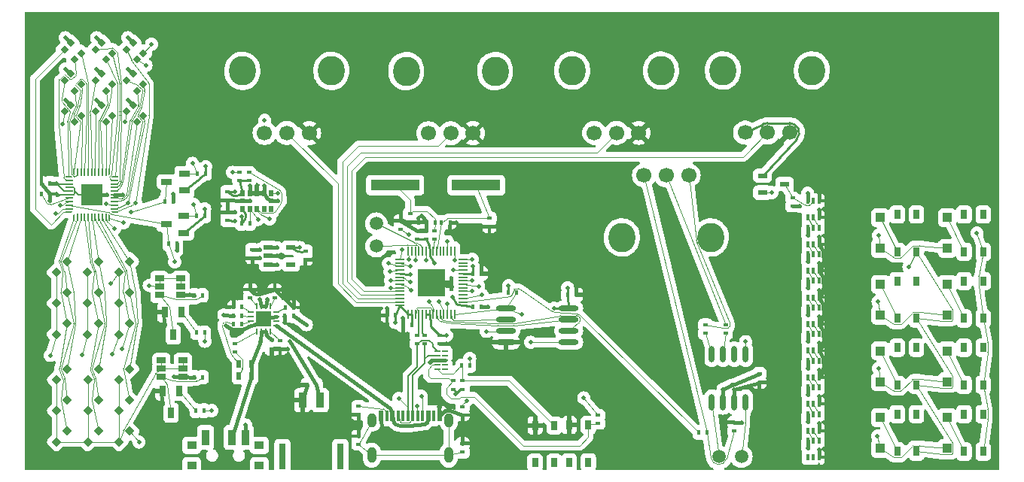
<source format=gbr>
%TF.GenerationSoftware,KiCad,Pcbnew,7.0.2-6a45011f42~172~ubuntu22.04.1*%
%TF.CreationDate,2023-05-03T10:24:55-07:00*%
%TF.ProjectId,hackathon-2022,6861636b-6174-4686-9f6e-2d323032322e,rev?*%
%TF.SameCoordinates,Original*%
%TF.FileFunction,Copper,L1,Top*%
%TF.FilePolarity,Positive*%
%FSLAX46Y46*%
G04 Gerber Fmt 4.6, Leading zero omitted, Abs format (unit mm)*
G04 Created by KiCad (PCBNEW 7.0.2-6a45011f42~172~ubuntu22.04.1) date 2023-05-03 10:24:55*
%MOMM*%
%LPD*%
G01*
G04 APERTURE LIST*
G04 Aperture macros list*
%AMRotRect*
0 Rectangle, with rotation*
0 The origin of the aperture is its center*
0 $1 length*
0 $2 width*
0 $3 Rotation angle, in degrees counterclockwise*
0 Add horizontal line*
21,1,$1,$2,0,0,$3*%
%AMFreePoly0*
4,1,5,0.100025,-0.600051,-0.099975,-0.600051,-0.099975,0.049911,0.100025,0.249886,0.100025,-0.600051,0.100025,-0.600051,$1*%
%AMFreePoly1*
4,1,5,0.099975,0.049936,0.099975,-0.600025,-0.100025,-0.600025,-0.100025,0.249911,0.099975,0.049936,0.099975,0.049936,$1*%
%AMFreePoly2*
4,1,5,0.599924,-0.100000,-0.050038,-0.100000,-0.250013,0.100000,0.599924,0.100000,0.599924,-0.100000,0.599924,-0.100000,$1*%
%AMFreePoly3*
4,1,5,0.600025,-0.100025,-0.249911,-0.100025,-0.049936,0.099975,0.600025,0.099975,0.600025,-0.100025,0.600025,-0.100025,$1*%
%AMFreePoly4*
4,1,5,0.100000,-0.050038,-0.100000,-0.250013,-0.100000,0.599924,0.100000,0.599924,0.100000,-0.050038,0.100000,-0.050038,$1*%
%AMFreePoly5*
4,1,5,0.100025,-0.249911,-0.099975,-0.049936,-0.099975,0.600025,0.100025,0.600025,0.100025,-0.249911,0.100025,-0.249911,$1*%
%AMFreePoly6*
4,1,5,0.250013,-0.100000,-0.599924,-0.100000,-0.599924,0.100000,0.050038,0.100000,0.250013,-0.100000,0.250013,-0.100000,$1*%
%AMFreePoly7*
4,1,5,0.050038,-0.099949,-0.599924,-0.099949,-0.599924,0.100051,0.250013,0.100051,0.050038,-0.099949,0.050038,-0.099949,$1*%
G04 Aperture macros list end*
%TA.AperFunction,SMDPad,CuDef*%
%ADD10R,0.700000X1.250000*%
%TD*%
%TA.AperFunction,SMDPad,CuDef*%
%ADD11R,0.600000X0.380278*%
%TD*%
%TA.AperFunction,SMDPad,CuDef*%
%ADD12RotRect,0.800000X0.800000X315.000000*%
%TD*%
%TA.AperFunction,SMDPad,CuDef*%
%ADD13R,0.600000X0.367778*%
%TD*%
%TA.AperFunction,SMDPad,CuDef*%
%ADD14FreePoly0,0.000000*%
%TD*%
%TA.AperFunction,SMDPad,CuDef*%
%ADD15R,0.200000X0.900000*%
%TD*%
%TA.AperFunction,SMDPad,CuDef*%
%ADD16FreePoly1,0.000000*%
%TD*%
%TA.AperFunction,SMDPad,CuDef*%
%ADD17FreePoly2,0.000000*%
%TD*%
%TA.AperFunction,SMDPad,CuDef*%
%ADD18R,0.900000X0.200000*%
%TD*%
%TA.AperFunction,SMDPad,CuDef*%
%ADD19FreePoly3,0.000000*%
%TD*%
%TA.AperFunction,SMDPad,CuDef*%
%ADD20FreePoly4,0.000000*%
%TD*%
%TA.AperFunction,SMDPad,CuDef*%
%ADD21FreePoly5,0.000000*%
%TD*%
%TA.AperFunction,SMDPad,CuDef*%
%ADD22FreePoly6,0.000000*%
%TD*%
%TA.AperFunction,SMDPad,CuDef*%
%ADD23FreePoly7,0.000000*%
%TD*%
%TA.AperFunction,SMDPad,CuDef*%
%ADD24R,2.450013X2.450013*%
%TD*%
%TA.AperFunction,SMDPad,CuDef*%
%ADD25R,0.380278X0.600000*%
%TD*%
%TA.AperFunction,SMDPad,CuDef*%
%ADD26R,1.070000X0.600000*%
%TD*%
%TA.AperFunction,SMDPad,CuDef*%
%ADD27RotRect,0.660000X0.700000X135.000000*%
%TD*%
%TA.AperFunction,SMDPad,CuDef*%
%ADD28R,0.320000X0.700000*%
%TD*%
%TA.AperFunction,SMDPad,CuDef*%
%ADD29R,0.455278X0.600000*%
%TD*%
%TA.AperFunction,SMDPad,CuDef*%
%ADD30R,1.250000X0.700000*%
%TD*%
%TA.AperFunction,SMDPad,CuDef*%
%ADD31R,5.500000X1.300000*%
%TD*%
%TA.AperFunction,SMDPad,CuDef*%
%ADD32R,0.600000X0.417778*%
%TD*%
%TA.AperFunction,SMDPad,CuDef*%
%ADD33R,0.700000X1.050000*%
%TD*%
%TA.AperFunction,SMDPad,CuDef*%
%ADD34R,1.100000X0.200000*%
%TD*%
%TA.AperFunction,SMDPad,CuDef*%
%ADD35R,0.200000X1.100000*%
%TD*%
%TA.AperFunction,SMDPad,CuDef*%
%ADD36R,3.100000X3.100000*%
%TD*%
%TA.AperFunction,SMDPad,CuDef*%
%ADD37R,1.000000X1.100000*%
%TD*%
%TA.AperFunction,ComponentPad*%
%ADD38C,1.700000*%
%TD*%
%TA.AperFunction,ComponentPad*%
%ADD39O,3.000000X3.300000*%
%TD*%
%TA.AperFunction,SMDPad,CuDef*%
%ADD40R,0.500000X0.650000*%
%TD*%
%TA.AperFunction,SMDPad,CuDef*%
%ADD41R,0.550000X0.550000*%
%TD*%
%TA.AperFunction,SMDPad,CuDef*%
%ADD42R,0.280000X0.665000*%
%TD*%
%TA.AperFunction,SMDPad,CuDef*%
%ADD43R,0.665000X0.280000*%
%TD*%
%TA.AperFunction,SMDPad,CuDef*%
%ADD44R,1.680000X1.680000*%
%TD*%
%TA.AperFunction,SMDPad,CuDef*%
%ADD45R,0.600000X0.455278*%
%TD*%
%TA.AperFunction,SMDPad,CuDef*%
%ADD46R,0.900000X1.800000*%
%TD*%
%TA.AperFunction,SMDPad,CuDef*%
%ADD47R,1.100000X0.930000*%
%TD*%
%TA.AperFunction,SMDPad,CuDef*%
%ADD48R,0.457778X0.600000*%
%TD*%
%TA.AperFunction,SMDPad,CuDef*%
%ADD49R,0.417778X0.600000*%
%TD*%
%TA.AperFunction,SMDPad,CuDef*%
%ADD50R,0.680000X0.250000*%
%TD*%
%TA.AperFunction,SMDPad,CuDef*%
%ADD51R,0.600000X0.372778*%
%TD*%
%TA.AperFunction,SMDPad,CuDef*%
%ADD52R,0.512132X0.950000*%
%TD*%
%TA.AperFunction,ComponentPad*%
%ADD53C,1.520000*%
%TD*%
%TA.AperFunction,SMDPad,CuDef*%
%ADD54R,0.367778X0.600000*%
%TD*%
%TA.AperFunction,SMDPad,CuDef*%
%ADD55R,0.372778X0.600000*%
%TD*%
%TA.AperFunction,SMDPad,CuDef*%
%ADD56O,0.630000X1.865000*%
%TD*%
%TA.AperFunction,SMDPad,CuDef*%
%ADD57R,1.000000X0.700000*%
%TD*%
%TA.AperFunction,SMDPad,CuDef*%
%ADD58O,2.250000X0.630000*%
%TD*%
%TA.AperFunction,SMDPad,CuDef*%
%ADD59R,0.500000X1.300000*%
%TD*%
%TA.AperFunction,SMDPad,CuDef*%
%ADD60R,0.350000X1.300000*%
%TD*%
%TA.AperFunction,ComponentPad*%
%ADD61O,1.000000X1.600000*%
%TD*%
%TA.AperFunction,ComponentPad*%
%ADD62O,1.000000X1.800000*%
%TD*%
%TA.AperFunction,SMDPad,CuDef*%
%ADD63R,0.900000X1.700000*%
%TD*%
%TA.AperFunction,SMDPad,CuDef*%
%ADD64R,0.800000X3.000000*%
%TD*%
%TA.AperFunction,SMDPad,CuDef*%
%ADD65R,0.600000X0.457778*%
%TD*%
%TA.AperFunction,SMDPad,CuDef*%
%ADD66R,1.000000X0.600000*%
%TD*%
%TA.AperFunction,ViaPad*%
%ADD67C,0.460000*%
%TD*%
%TA.AperFunction,Conductor*%
%ADD68C,0.090000*%
%TD*%
%TA.AperFunction,Conductor*%
%ADD69C,0.254000*%
%TD*%
%TA.AperFunction,Conductor*%
%ADD70C,0.381000*%
%TD*%
%TA.AperFunction,Conductor*%
%ADD71C,0.200000*%
%TD*%
G04 APERTURE END LIST*
D10*
%TO.P,Q2,1,E*%
%TO.N,GND*%
X100205244Y-124853241D03*
%TO.P,Q2,2,B*%
%TO.N,Net-(Q2-B)*%
X102105244Y-124853241D03*
%TO.P,Q2,3,C*%
%TO.N,Net-(Q2-C)*%
X101155244Y-127352241D03*
%TD*%
D11*
%TO.P,R3,1,1*%
%TO.N,Net-(USB1-SHELL0)*%
X122233407Y-130889308D03*
%TO.P,R3,2,2*%
%TO.N,GND*%
X122233407Y-129969586D03*
%TD*%
%TO.P,R7,1,1*%
%TO.N,Net-(U1-TS)*%
X112810847Y-114387642D03*
%TO.P,R7,2,2*%
%TO.N,GND*%
X112810847Y-113467920D03*
%TD*%
D10*
%TO.P,Q4,1,E*%
%TO.N,GND*%
X100440662Y-116039267D03*
%TO.P,Q4,2,B*%
%TO.N,Net-(Q4-B)*%
X102340662Y-116039267D03*
%TO.P,Q4,3,C*%
%TO.N,Net-(Q4-C)*%
X101390662Y-118538267D03*
%TD*%
D12*
%TO.P,LED19,1,A*%
%TO.N,Net-(LED11-A)*%
X88278402Y-123608948D03*
%TO.P,LED19,2,K*%
%TO.N,drive8_gpio*%
X89481898Y-122405452D03*
%TD*%
D13*
%TO.P,R18,1,1*%
%TO.N,Net-(LED1-DI)*%
X171029726Y-103170146D03*
%TO.P,R18,2,2*%
%TO.N,P4V2*%
X171029726Y-104077368D03*
%TD*%
D14*
%TO.P,U6,1,OUT3*%
%TO.N,drive2_gpio*%
X90215444Y-105158087D03*
D15*
%TO.P,U6,2,OUT4*%
%TO.N,drive5_gpio*%
X90615495Y-105308201D03*
%TO.P,U6,3,OUT5*%
%TO.N,drive8_gpio*%
X91015546Y-105308201D03*
%TO.P,U6,4,OUT6*%
%TO.N,drive1_gpio*%
X91415342Y-105308201D03*
%TO.P,U6,5,OUT7*%
%TO.N,drive4_gpio*%
X91815393Y-105308201D03*
%TO.P,U6,6,OUT8*%
%TO.N,drive7_gpio*%
X92215444Y-105308201D03*
%TO.P,U6,7,OUT9*%
%TO.N,drive0_gpio*%
X92615495Y-105308201D03*
%TO.P,U6,8,OUT10*%
%TO.N,drive3_gpio*%
X93015546Y-105308201D03*
%TO.P,U6,9,OUT11*%
%TO.N,drive6_gpio*%
X93415342Y-105308201D03*
%TO.P,U6,10,OUT12*%
%TO.N,rgb-drive25_gpio*%
X93815393Y-105308201D03*
D16*
%TO.P,U6,11,OUT13*%
%TO.N,rgb-drive24_gpio*%
X94215444Y-105158087D03*
D17*
%TO.P,U6,12,OUT14*%
%TO.N,rgb-drive26_gpio*%
X94601525Y-104772260D03*
D18*
%TO.P,U6,13,OUT15*%
%TO.N,rgb-drive18_gpio*%
X94751385Y-104372209D03*
%TO.P,U6,14,OUT16*%
%TO.N,rgb-drive20_gpio*%
X94751385Y-103972158D03*
%TO.P,U6,15,OUT17*%
%TO.N,rgb-drive21_gpio*%
X94751385Y-103572108D03*
%TO.P,U6,16,OUT18*%
%TO.N,rgb-drive19_gpio*%
X94751385Y-103172057D03*
%TO.P,U6,17,GND0*%
%TO.N,GND*%
X94751385Y-102772260D03*
%TO.P,U6,18,OUT19*%
%TO.N,rgb-drive23_gpio*%
X94751385Y-102372209D03*
%TO.P,U6,19,OUT20*%
%TO.N,rgb-drive22_gpio*%
X94751385Y-101972158D03*
%TO.P,U6,20,OUT21*%
%TO.N,rgb-drive17_gpio*%
X94751385Y-101572108D03*
%TO.P,U6,21,OUT22*%
%TO.N,rgb-drive16_gpio*%
X94751385Y-101172057D03*
D19*
%TO.P,U6,22,OUT23*%
%TO.N,rgb-drive15_gpio*%
X94601271Y-100772260D03*
D20*
%TO.P,U6,23,OUT24*%
%TO.N,rgb-drive9_gpio*%
X94215444Y-100386179D03*
D15*
%TO.P,U6,24,OUT25*%
%TO.N,rgb-drive10_gpio*%
X93815393Y-100236065D03*
%TO.P,U6,25,OUT26*%
%TO.N,rgb-drive12_gpio*%
X93415342Y-100236065D03*
%TO.P,U6,26,OUT27*%
%TO.N,rgb-drive13_gpio*%
X93015546Y-100236065D03*
%TO.P,U6,27,OUT28*%
%TO.N,rgb-drive11_gpio*%
X92615495Y-100236065D03*
%TO.P,U6,28,OUT29*%
%TO.N,rgb-drive14_gpio*%
X92215444Y-100236065D03*
%TO.P,U6,29,OUT30*%
%TO.N,rgb-drive6_gpio*%
X91815393Y-100236065D03*
%TO.P,U6,30,OUT31*%
%TO.N,rgb-drive1_gpio*%
X91415342Y-100236065D03*
%TO.P,U6,31,OUT32*%
%TO.N,rgb-drive0_gpio*%
X91015546Y-100236065D03*
%TO.P,U6,32,OUT33*%
%TO.N,rgb-drive4_gpio*%
X90615495Y-100236065D03*
D21*
%TO.P,U6,33,OUT34*%
%TO.N,rgb-drive3_gpio*%
X90215444Y-100386433D03*
D22*
%TO.P,U6,34,OUT35*%
%TO.N,rgb-drive5_gpio*%
X89829363Y-100772260D03*
D18*
%TO.P,U6,35,OUT36*%
%TO.N,rgb-drive7_gpio*%
X89679503Y-101172057D03*
%TO.P,U6,36,SDB*%
%TO.N,P4V2*%
X89679503Y-101572108D03*
%TO.P,U6,37,AD*%
%TO.N,GND*%
X89679503Y-101972158D03*
%TO.P,U6,38,VCC*%
%TO.N,P4V2*%
X89679503Y-102372209D03*
%TO.P,U6,39,GND1*%
%TO.N,GND*%
X89679503Y-102772260D03*
%TO.P,U6,40,R-EXT*%
%TO.N,Net-(U6-R-EXT)*%
X89679503Y-103172057D03*
%TO.P,U6,41,SDA*%
%TO.N,Net-(Q7-D)*%
X89679503Y-103572108D03*
%TO.P,U6,42,SCL*%
%TO.N,/4: led-drive_u/SCL*%
X89679503Y-103972158D03*
%TO.P,U6,43,OUT1*%
%TO.N,rgb-drive2_gpio*%
X89679503Y-104372209D03*
D23*
%TO.P,U6,44,OUT2*%
%TO.N,rgb-drive8_gpio*%
X89829363Y-104772260D03*
D24*
%TO.P,U6,45,EPAD*%
%TO.N,GND*%
X92215444Y-102772260D03*
%TD*%
D25*
%TO.P,R26,1,1*%
%TO.N,pwm_timer*%
X160486382Y-129575635D03*
%TO.P,R26,2,2*%
%TO.N,Net-(C23-Pad1)*%
X161406104Y-129575635D03*
%TD*%
D26*
%TO.P,Q1,1,G*%
%TO.N,VDD*%
X167657952Y-100645161D03*
%TO.P,Q1,2,S*%
%TO.N,led-data_gpio*%
X167657952Y-102544161D03*
%TO.P,Q1,3,D*%
%TO.N,Net-(LED1-DI)*%
X170127952Y-101594161D03*
%TD*%
D27*
%TO.P,LED32,1,1*%
%TO.N,P4V2*%
X93362853Y-92705488D03*
%TO.P,LED32,2,B*%
%TO.N,rgb-drive11_gpio*%
X92655746Y-93412595D03*
%TO.P,LED32,3,G*%
%TO.N,rgb-drive10_gpio*%
X93829543Y-94586392D03*
%TO.P,LED32,4,R*%
%TO.N,rgb-drive9_gpio*%
X94536650Y-93879286D03*
%TD*%
D28*
%TO.P,LED2,1,BI*%
%TO.N,Net-(LED1-BO)*%
X173987828Y-106479456D03*
%TO.P,LED2,2,DI*%
%TO.N,Net-(LED1-DO)*%
X173357828Y-106479456D03*
%TO.P,LED2,3,VDD*%
%TO.N,P4V2*%
X172727828Y-106479456D03*
%TO.P,LED2,4,DO*%
%TO.N,Net-(LED2-DO)*%
X172727828Y-108359456D03*
%TO.P,LED2,5,BO*%
%TO.N,Net-(LED2-BO)*%
X173357828Y-108359456D03*
%TO.P,LED2,6,GND*%
%TO.N,GND*%
X173987828Y-108359456D03*
%TD*%
D12*
%TO.P,LED23,1,A*%
%TO.N,Net-(LED20-A)*%
X95261340Y-115011920D03*
%TO.P,LED23,2,K*%
%TO.N,drive3_gpio*%
X96464836Y-113808424D03*
%TD*%
%TO.P,LED26,1,A*%
%TO.N,Net-(LED20-A)*%
X95261340Y-111511920D03*
%TO.P,LED26,2,K*%
%TO.N,drive6_gpio*%
X96464836Y-110308424D03*
%TD*%
D29*
%TO.P,C7,1,1*%
%TO.N,VDD*%
X145746212Y-114051061D03*
%TO.P,C7,2,2*%
%TO.N,GND*%
X146740934Y-114051061D03*
%TD*%
D30*
%TO.P,Q7,1,G*%
%TO.N,VDD*%
X102653568Y-102297533D03*
%TO.P,Q7,2,S*%
%TO.N,rpi-led-i2c_sda*%
X102653568Y-100398533D03*
%TO.P,Q7,3,D*%
%TO.N,Net-(Q7-D)*%
X100653568Y-101348533D03*
%TD*%
D31*
%TO.P,X1,1,1*%
%TO.N,Net-(U3-XIN)*%
X135456573Y-101731061D03*
%TO.P,X1,2,2*%
%TO.N,Net-(C11-Pad1)*%
X126350573Y-101731061D03*
%TD*%
D32*
%TO.P,C1,1,1*%
%TO.N,Net-(USB1-SHELL0)*%
X133931997Y-131762317D03*
%TO.P,C1,2,2*%
%TO.N,GND*%
X133931997Y-130805095D03*
%TD*%
D11*
%TO.P,R2,1,1*%
%TO.N,Net-(USB1-CC2)*%
X133938221Y-126668413D03*
%TO.P,R2,2,2*%
%TO.N,GND*%
X133938221Y-127588135D03*
%TD*%
D12*
%TO.P,LED20,1,A*%
%TO.N,Net-(LED20-A)*%
X95261340Y-118511920D03*
%TO.P,LED20,2,K*%
%TO.N,drive0_gpio*%
X96464836Y-117308424D03*
%TD*%
%TO.P,LED25,1,A*%
%TO.N,Net-(LED20-A)*%
X88261340Y-115011920D03*
%TO.P,LED25,2,K*%
%TO.N,drive5_gpio*%
X89464836Y-113808424D03*
%TD*%
D25*
%TO.P,R19,1,1*%
%TO.N,Net-(U6-R-EXT)*%
X86562145Y-102689458D03*
%TO.P,R19,2,2*%
%TO.N,GND*%
X87481867Y-102689458D03*
%TD*%
D33*
%TO.P,SW4,1,1*%
%TO.N,Net-(D4-K)*%
X190321250Y-131707966D03*
%TO.P,SW4,2,2*%
%TO.N,unconnected-(SW4-Pad2)*%
X190321250Y-127507966D03*
%TO.P,SW4,3,3*%
%TO.N,rows0_gpio*%
X192470250Y-131707966D03*
%TO.P,SW4,4,4*%
%TO.N,unconnected-(SW4-Pad4)*%
X192470250Y-127507966D03*
%TD*%
D28*
%TO.P,LED7,1,BI*%
%TO.N,Net-(LED6-BO)*%
X173987828Y-121479456D03*
%TO.P,LED7,2,DI*%
%TO.N,Net-(LED6-DO)*%
X173357828Y-121479456D03*
%TO.P,LED7,3,VDD*%
%TO.N,P4V2*%
X172727828Y-121479456D03*
%TO.P,LED7,4,DO*%
%TO.N,Net-(LED7-DO)*%
X172727828Y-123359456D03*
%TO.P,LED7,5,BO*%
%TO.N,Net-(LED7-BO)*%
X173357828Y-123359456D03*
%TO.P,LED7,6,GND*%
%TO.N,GND*%
X173987828Y-123359456D03*
%TD*%
D32*
%TO.P,C23,1,1*%
%TO.N,Net-(C23-Pad1)*%
X164503060Y-129387682D03*
%TO.P,C23,2,2*%
%TO.N,GND*%
X164503060Y-128430460D03*
%TD*%
D11*
%TO.P,R13,1,1*%
%TO.N,RP-USB-NET-DP*%
X129703573Y-119570922D03*
%TO.P,R13,2,2*%
%TO.N,/2: rpi_mcu/RP-USB-DP*%
X129703573Y-118651200D03*
%TD*%
D33*
%TO.P,SW5,1,1*%
%TO.N,Net-(D5-K)*%
X190321250Y-124207966D03*
%TO.P,SW5,2,2*%
%TO.N,unconnected-(SW5-Pad2)*%
X190321250Y-120007966D03*
%TO.P,SW5,3,3*%
%TO.N,rows0_gpio*%
X192470250Y-124207966D03*
%TO.P,SW5,4,4*%
%TO.N,unconnected-(SW5-Pad4)*%
X192470250Y-120007966D03*
%TD*%
D27*
%TO.P,LED36,1,1*%
%TO.N,P4V2*%
X96862853Y-89205488D03*
%TO.P,LED36,2,B*%
%TO.N,rgb-drive23_gpio*%
X96155746Y-89912595D03*
%TO.P,LED36,3,G*%
%TO.N,rgb-drive22_gpio*%
X97329543Y-91086392D03*
%TO.P,LED36,4,R*%
%TO.N,rgb-drive21_gpio*%
X98036650Y-90379286D03*
%TD*%
D34*
%TO.P,U3,1,IOVDD5*%
%TO.N,VDD*%
X133973738Y-115271137D03*
%TO.P,U3,2,GPIO0*%
%TO.N,pwm_timer*%
X133973738Y-114871086D03*
%TO.P,U3,3,GPIO1*%
%TO.N,audio-enable_gpio*%
X133973738Y-114471036D03*
%TO.P,U3,4,GPIO2*%
%TO.N,unconnected-(U3-GPIO2-Pad4)*%
X133973738Y-114070985D03*
%TO.P,U3,5,GPIO3*%
%TO.N,cols2_gpio*%
X133973738Y-113671188D03*
%TO.P,U3,6,GPIO4*%
%TO.N,unconnected-(U3-GPIO4-Pad6)*%
X133973738Y-113271137D03*
%TO.P,U3,7,GPIO5*%
%TO.N,cols0_gpio*%
X133973738Y-112871086D03*
%TO.P,U3,8,GPIO6*%
%TO.N,cols1_gpio*%
X133973738Y-112471036D03*
%TO.P,U3,9,GPIO7*%
%TO.N,unconnected-(U3-GPIO7-Pad9)*%
X133973738Y-112070985D03*
%TO.P,U3,10,IOVDD4*%
%TO.N,VDD*%
X133973738Y-111671188D03*
%TO.P,U3,11,GPIO8*%
%TO.N,rows0_gpio*%
X133973738Y-111271137D03*
%TO.P,U3,12,GPIO9*%
%TO.N,unconnected-(U3-GPIO9-Pad12)*%
X133973738Y-110871086D03*
%TO.P,U3,13,GPIO10*%
%TO.N,unconnected-(U3-GPIO10-Pad13)*%
X133973738Y-110471036D03*
%TO.P,U3,14,GPIO11*%
%TO.N,rows1_gpio*%
X133973738Y-110070985D03*
D35*
%TO.P,U3,15,GPIO12*%
%TO.N,cols3_gpio*%
X133023522Y-109121023D03*
%TO.P,U3,16,GPIO13*%
%TO.N,unconnected-(U3-GPIO13-Pad16)*%
X132623725Y-109121023D03*
%TO.P,U3,17,GPIO14*%
%TO.N,led-data_gpio*%
X132223675Y-109121023D03*
%TO.P,U3,18,GPIO15*%
%TO.N,unconnected-(U3-GPIO15-Pad18)*%
X131823624Y-109121023D03*
%TO.P,U3,19,TESTEN*%
%TO.N,unconnected-(U3-TESTEN-Pad19)*%
X131423573Y-109121023D03*
%TO.P,U3,20,XIN*%
%TO.N,Net-(U3-XIN)*%
X131023522Y-109121023D03*
%TO.P,U3,21,XOUT*%
%TO.N,Net-(U3-XOUT)*%
X130623725Y-109121023D03*
%TO.P,U3,22,IOVDD3*%
%TO.N,VDD*%
X130223675Y-109121023D03*
%TO.P,U3,23,DVDD1*%
%TO.N,Net-(U3-DVDD0)*%
X129823624Y-109121023D03*
%TO.P,U3,24,SWCLK*%
%TO.N,Net-(U3-SWCLK)*%
X129423573Y-109121023D03*
%TO.P,U3,25,SWD*%
%TO.N,Net-(U3-SWD)*%
X129023522Y-109121023D03*
%TO.P,U3,26,RUN*%
%TO.N,Net-(U3-RUN)*%
X128623725Y-109121023D03*
%TO.P,U3,27,GPIO16*%
%TO.N,unconnected-(U3-GPIO16-Pad27)*%
X128223675Y-109121023D03*
%TO.P,U3,28,GPIO17*%
%TO.N,tof-en_gpio*%
X127823624Y-109121023D03*
D34*
%TO.P,U3,29,GPIO18*%
%TO.N,tof-i2c_sda*%
X126873408Y-110070985D03*
%TO.P,U3,30,GPIO19*%
%TO.N,tof-i2c_scl*%
X126873408Y-110471036D03*
%TO.P,U3,31,GPIO20*%
%TO.N,rpi-led-i2c_sda*%
X126873408Y-110871086D03*
%TO.P,U3,32,GPIO21*%
%TO.N,rpi-led-i2c_scl*%
X126873408Y-111271137D03*
%TO.P,U3,33,IOVDD2*%
%TO.N,VDD*%
X126873408Y-111671188D03*
%TO.P,U3,34,GPIO22*%
%TO.N,unconnected-(U3-GPIO22-Pad34)*%
X126873408Y-112070985D03*
%TO.P,U3,35,GPIO23*%
%TO.N,enable1_gpio*%
X126873408Y-112471036D03*
%TO.P,U3,36,GPIO24*%
%TO.N,unconnected-(U3-GPIO24-Pad36)*%
X126873408Y-112871086D03*
%TO.P,U3,37,GPIO25*%
%TO.N,enable0_gpio*%
X126873408Y-113271137D03*
%TO.P,U3,38,GPIO26*%
%TO.N,in_adc3*%
X126873408Y-113671188D03*
%TO.P,U3,39,GPIO27*%
%TO.N,in_adc1*%
X126873408Y-114070985D03*
%TO.P,U3,40,GPIO28*%
%TO.N,in_adc*%
X126873408Y-114471036D03*
%TO.P,U3,41,GPIO29*%
%TO.N,in_adc2*%
X126873408Y-114871086D03*
%TO.P,U3,42,IOVDD1*%
%TO.N,VDD*%
X126873408Y-115271137D03*
D35*
%TO.P,U3,43,ADC_AVDD*%
X127823624Y-116221099D03*
%TO.P,U3,44,VREG_IN*%
X128223675Y-116221099D03*
%TO.P,U3,45,VREG_VOUT*%
%TO.N,Net-(U3-DVDD0)*%
X128623725Y-116221099D03*
%TO.P,U3,46,USB_DM*%
%TO.N,/2: rpi_mcu/RP-USB-DM*%
X129023522Y-116221099D03*
%TO.P,U3,47,USB_DP*%
%TO.N,/2: rpi_mcu/RP-USB-DP*%
X129423573Y-116221099D03*
%TO.P,U3,48,USB_VDD*%
%TO.N,VDD*%
X129823624Y-116221099D03*
%TO.P,U3,49,IOVDD0*%
X130223675Y-116221099D03*
%TO.P,U3,50,DVDD0*%
%TO.N,Net-(U3-DVDD0)*%
X130623725Y-116221099D03*
%TO.P,U3,51,QSPI_SD3*%
%TO.N,QSPI_SD3*%
X131023522Y-116221099D03*
%TO.P,U3,52,QSPI_SCLK*%
%TO.N,QSPI_SCLK*%
X131423573Y-116221099D03*
%TO.P,U3,53,QSPI_SD0*%
%TO.N,QSPI_SD0*%
X131823624Y-116221099D03*
%TO.P,U3,54,QSPI_SD2*%
%TO.N,QSPI_SD2*%
X132223675Y-116221099D03*
%TO.P,U3,55,QSPI_SD1*%
%TO.N,QSPI_SD1*%
X132623725Y-116221099D03*
%TO.P,U3,56,QSPI_SS*%
%TO.N,QSPI_SS*%
X133023522Y-116221099D03*
D36*
%TO.P,U3,57,GND*%
%TO.N,GND*%
X130423573Y-112671188D03*
%TD*%
D37*
%TO.P,D11,1,K*%
%TO.N,Net-(D11-K)*%
X180908250Y-105371466D03*
%TO.P,D11,2,A*%
%TO.N,cols3_gpio*%
X180908250Y-108841466D03*
%TD*%
D28*
%TO.P,LED6,1,BI*%
%TO.N,Net-(LED5-BO)*%
X173987828Y-118479456D03*
%TO.P,LED6,2,DI*%
%TO.N,Net-(LED5-DO)*%
X173357828Y-118479456D03*
%TO.P,LED6,3,VDD*%
%TO.N,P4V2*%
X172727828Y-118479456D03*
%TO.P,LED6,4,DO*%
%TO.N,Net-(LED6-DO)*%
X172727828Y-120359456D03*
%TO.P,LED6,5,BO*%
%TO.N,Net-(LED6-BO)*%
X173357828Y-120359456D03*
%TO.P,LED6,6,GND*%
%TO.N,GND*%
X173987828Y-120359456D03*
%TD*%
D25*
%TO.P,R11,1,1*%
%TO.N,Net-(U1-ISET)*%
X113998695Y-115478618D03*
%TO.P,R11,2,2*%
%TO.N,GND*%
X114918417Y-115478618D03*
%TD*%
D27*
%TO.P,LED31,1,1*%
%TO.N,P4V2*%
X89862853Y-85705488D03*
%TO.P,LED31,2,B*%
%TO.N,rgb-drive8_gpio*%
X89155746Y-86412595D03*
%TO.P,LED31,3,G*%
%TO.N,rgb-drive7_gpio*%
X90329543Y-87586392D03*
%TO.P,LED31,4,R*%
%TO.N,rgb-drive6_gpio*%
X91036650Y-86879286D03*
%TD*%
D38*
%TO.P,R31,1,1*%
%TO.N,VDD*%
X148743714Y-95817671D03*
%TO.P,R31,2,2*%
%TO.N,in_adc1*%
X151243714Y-95817671D03*
%TO.P,R31,3,3*%
%TO.N,GND*%
X153743714Y-95817671D03*
D39*
%TO.P,R31,4,4*%
%TO.N,unconnected-(R31-Pad4)*%
X156243714Y-88817671D03*
%TO.P,R31,5,5*%
%TO.N,unconnected-(R31-Pad5)*%
X146243714Y-88817671D03*
%TD*%
D40*
%TO.P,U8,1,VDD*%
%TO.N,VDD*%
X109212863Y-102620425D03*
%TO.P,U8,2,VSS*%
%TO.N,GND*%
X110012863Y-102620425D03*
%TO.P,U8,3,GND*%
X110812863Y-102620425D03*
%TO.P,U8,4,GND2*%
X111612863Y-102620425D03*
%TO.P,U8,5,SHT*%
%TO.N,tof-en_gpio*%
X112412863Y-102620425D03*
D41*
%TO.P,U8,6,GND3*%
%TO.N,GND*%
X112412863Y-103495425D03*
D40*
%TO.P,U8,7,GP1*%
%TO.N,unconnected-(U8-GP1-Pad7)*%
X112412863Y-104371425D03*
%TO.P,U8,8,DNC*%
%TO.N,unconnected-(U8-DNC-Pad8)*%
X111612863Y-104371425D03*
%TO.P,U8,9,SDA*%
%TO.N,tof-i2c_sda*%
X110812863Y-104371425D03*
%TO.P,U8,10,SCL*%
%TO.N,tof-i2c_scl*%
X110012863Y-104371425D03*
%TO.P,U8,11,AVDD*%
%TO.N,VDD*%
X109212863Y-104371425D03*
D41*
%TO.P,U8,12,GND4*%
%TO.N,GND*%
X109212863Y-103495425D03*
%TD*%
D32*
%TO.P,C19,1,1*%
%TO.N,VDD*%
X129833573Y-107809672D03*
%TO.P,C19,2,2*%
%TO.N,GND*%
X129833573Y-106852450D03*
%TD*%
D38*
%TO.P,R28,1,1*%
%TO.N,VDD*%
X111670450Y-95837487D03*
%TO.P,R28,2,2*%
%TO.N,in_adc2*%
X114170450Y-95837487D03*
%TO.P,R28,3,3*%
%TO.N,GND*%
X116670450Y-95837487D03*
D39*
%TO.P,R28,4,4*%
%TO.N,unconnected-(R28-Pad4)*%
X119170450Y-88837487D03*
%TO.P,R28,5,5*%
%TO.N,unconnected-(R28-Pad5)*%
X109170450Y-88837487D03*
%TD*%
D25*
%TO.P,R23,1,1*%
%TO.N,Net-(Q2-C)*%
X104696064Y-123330120D03*
%TO.P,R23,2,2*%
%TO.N,P4V2*%
X103776342Y-123330120D03*
%TD*%
D28*
%TO.P,LED4,1,BI*%
%TO.N,Net-(LED3-BO)*%
X173987828Y-112479456D03*
%TO.P,LED4,2,DI*%
%TO.N,Net-(LED3-DO)*%
X173357828Y-112479456D03*
%TO.P,LED4,3,VDD*%
%TO.N,P4V2*%
X172727828Y-112479456D03*
%TO.P,LED4,4,DO*%
%TO.N,Net-(LED4-DO)*%
X172727828Y-114359456D03*
%TO.P,LED4,5,BO*%
%TO.N,Net-(LED4-BO)*%
X173357828Y-114359456D03*
%TO.P,LED4,6,GND*%
%TO.N,GND*%
X173987828Y-114359456D03*
%TD*%
D12*
%TO.P,LED24,1,A*%
%TO.N,Net-(LED20-A)*%
X91761340Y-115011920D03*
%TO.P,LED24,2,K*%
%TO.N,drive4_gpio*%
X92964836Y-113808424D03*
%TD*%
D42*
%TO.P,U1,1,TS*%
%TO.N,Net-(U1-TS)*%
X112300876Y-115362684D03*
%TO.P,U1,2,BAT0*%
%TO.N,VBAT*%
X111800876Y-115362684D03*
%TO.P,U1,3,BAT1*%
X111300876Y-115362684D03*
%TO.P,U1,4,CE_NOT*%
%TO.N,Net-(U1-CE_NOT)*%
X110800876Y-115362684D03*
D43*
%TO.P,U1,5,EN2*%
%TO.N,Net-(U1-EN2)*%
X110143876Y-116019684D03*
%TO.P,U1,6,EN1*%
%TO.N,Net-(U1-EN1)*%
X110143876Y-116520684D03*
%TO.P,U1,7,PGOOD_NOT*%
%TO.N,Net-(U1-PGOOD_NOT)*%
X110143876Y-117019684D03*
%TO.P,U1,8,VSS*%
%TO.N,GND*%
X110143876Y-117520684D03*
D42*
%TO.P,U1,9,CHG_NOT*%
%TO.N,Net-(U1-CHG_NOT)*%
X110800876Y-118177684D03*
%TO.P,U1,10,OUT0*%
%TO.N,SW-VOUT*%
X111300876Y-118177684D03*
%TO.P,U1,11,OUT1*%
X111800876Y-118177684D03*
%TO.P,U1,12,ILIM*%
%TO.N,Net-(U1-ILIM)*%
X112300876Y-118177684D03*
D43*
%TO.P,U1,13,IN*%
%TO.N,VBUS*%
X112957876Y-117520684D03*
%TO.P,U1,14,TMR*%
%TO.N,unconnected-(U1-TMR-Pad14)*%
X112957876Y-117019684D03*
%TO.P,U1,15,SYSOFF*%
%TO.N,GND*%
X112957876Y-116520684D03*
%TO.P,U1,16,ISET*%
%TO.N,Net-(U1-ISET)*%
X112957876Y-116019684D03*
D44*
%TO.P,U1,17,EP*%
%TO.N,GND*%
X111550876Y-116769684D03*
%TD*%
D28*
%TO.P,LED10,1,BI*%
%TO.N,Net-(LED10-BI)*%
X173987828Y-130479456D03*
%TO.P,LED10,2,DI*%
%TO.N,Net-(LED10-DI)*%
X173357828Y-130479456D03*
%TO.P,LED10,3,VDD*%
%TO.N,P4V2*%
X172727828Y-130479456D03*
%TO.P,LED10,4,DO*%
%TO.N,unconnected-(LED10-DO-Pad4)*%
X172727828Y-132359456D03*
%TO.P,LED10,5,BO*%
%TO.N,unconnected-(LED10-BO-Pad5)*%
X173357828Y-132359456D03*
%TO.P,LED10,6,GND*%
%TO.N,GND*%
X173987828Y-132359456D03*
%TD*%
D37*
%TO.P,D8,1,K*%
%TO.N,Net-(D8-K)*%
X180908250Y-127871466D03*
%TO.P,D8,2,A*%
%TO.N,cols0_gpio*%
X180908250Y-131341466D03*
%TD*%
D25*
%TO.P,R5,1,1*%
%TO.N,Net-(U1-PGOOD_NOT)*%
X109095899Y-117336240D03*
%TO.P,R5,2,2*%
%TO.N,Net-(D2-Padc)*%
X108176177Y-117336240D03*
%TD*%
%TO.P,R8,1,1*%
%TO.N,Net-(U1-EN1)*%
X109094234Y-116392923D03*
%TO.P,R8,2,2*%
%TO.N,VBAT*%
X108174512Y-116392923D03*
%TD*%
D27*
%TO.P,LED35,1,1*%
%TO.N,P4V2*%
X96862853Y-92705488D03*
%TO.P,LED35,2,B*%
%TO.N,rgb-drive20_gpio*%
X96155746Y-93412595D03*
%TO.P,LED35,3,G*%
%TO.N,rgb-drive19_gpio*%
X97329543Y-94586392D03*
%TO.P,LED35,4,R*%
%TO.N,rgb-drive18_gpio*%
X98036650Y-93879286D03*
%TD*%
D11*
%TO.P,R1,1,1*%
%TO.N,Net-(USB1-CC1)*%
X122226778Y-126599060D03*
%TO.P,R1,2,2*%
%TO.N,GND*%
X122226778Y-127518782D03*
%TD*%
%TO.P,R4,1,1*%
%TO.N,Net-(U1-CHG_NOT)*%
X108339169Y-119565500D03*
%TO.P,R4,2,2*%
%TO.N,Net-(D1-Padc)*%
X108339169Y-120485222D03*
%TD*%
D32*
%TO.P,C9,1,1*%
%TO.N,CH4*%
X133933625Y-123725014D03*
%TO.P,C9,2,2*%
%TO.N,VDD*%
X133933625Y-124682236D03*
%TD*%
D12*
%TO.P,LED18,1,A*%
%TO.N,Net-(LED11-A)*%
X91778402Y-123608948D03*
%TO.P,LED18,2,K*%
%TO.N,drive7_gpio*%
X92981898Y-122405452D03*
%TD*%
D45*
%TO.P,C28,1,1*%
%TO.N,GND*%
X107500182Y-103411495D03*
%TO.P,C28,2,2*%
%TO.N,VDD*%
X107500182Y-102416773D03*
%TD*%
D46*
%TO.P,SW1,1,1*%
%TO.N,unconnected-(SW1-Pad1)*%
X105017152Y-130114060D03*
%TO.P,SW1,2,2*%
%TO.N,SW-VOUT*%
X108017152Y-130114060D03*
%TO.P,SW1,3,3*%
%TO.N,P4V2*%
X109517152Y-130114060D03*
D47*
%TO.P,SW1,4,4*%
%TO.N,unconnected-(SW1-Pad4)*%
X111067152Y-131011060D03*
%TO.P,SW1,5,5*%
%TO.N,unconnected-(SW1-Pad5)*%
X111067152Y-133281060D03*
%TO.P,SW1,6,6*%
%TO.N,unconnected-(SW1-Pad6)*%
X103467152Y-133281060D03*
%TO.P,SW1,7,7*%
%TO.N,unconnected-(SW1-Pad7)*%
X103467152Y-131011060D03*
%TD*%
D32*
%TO.P,C8,1,1*%
%TO.N,CH3*%
X132870166Y-123727389D03*
%TO.P,C8,2,2*%
%TO.N,VDD*%
X132870166Y-124684611D03*
%TD*%
D48*
%TO.P,C4,1,1*%
%TO.N,VBAT*%
X117456710Y-124216213D03*
%TO.P,C4,2,2*%
%TO.N,GND*%
X116459488Y-124216213D03*
%TD*%
%TO.P,C3,1,1*%
%TO.N,SW-VOUT*%
X114951775Y-116423966D03*
%TO.P,C3,2,2*%
%TO.N,GND*%
X113954553Y-116423966D03*
%TD*%
D33*
%TO.P,SW2,1,1*%
%TO.N,CH3*%
X148072651Y-128724227D03*
%TO.P,SW2,2,2*%
%TO.N,unconnected-(SW2-Pad2)*%
X148072651Y-132924227D03*
%TO.P,SW2,3,3*%
%TO.N,GND*%
X145923651Y-128724227D03*
%TO.P,SW2,4,4*%
%TO.N,unconnected-(SW2-Pad4)*%
X145923651Y-132924227D03*
%TD*%
D27*
%TO.P,LED30,1,1*%
%TO.N,P4V2*%
X89862853Y-89205488D03*
%TO.P,LED30,2,B*%
%TO.N,rgb-drive5_gpio*%
X89155746Y-89912595D03*
%TO.P,LED30,3,G*%
%TO.N,rgb-drive4_gpio*%
X90329543Y-91086392D03*
%TO.P,LED30,4,R*%
%TO.N,rgb-drive3_gpio*%
X91036650Y-90379286D03*
%TD*%
D32*
%TO.P,C6,1,1*%
%TO.N,GND*%
X116277722Y-110084966D03*
%TO.P,C6,2,2*%
%TO.N,VDD*%
X116277722Y-109127744D03*
%TD*%
D49*
%TO.P,C20,1,1*%
%TO.N,VDD*%
X128190784Y-117471061D03*
%TO.P,C20,2,2*%
%TO.N,GND*%
X127233562Y-117471061D03*
%TD*%
D12*
%TO.P,LED15,1,A*%
%TO.N,Net-(LED11-A)*%
X91778402Y-127108948D03*
%TO.P,LED15,2,K*%
%TO.N,drive4_gpio*%
X92981898Y-125905452D03*
%TD*%
D33*
%TO.P,SW7,1,1*%
%TO.N,Net-(D7-K)*%
X190321250Y-109207966D03*
%TO.P,SW7,2,2*%
%TO.N,unconnected-(SW7-Pad2)*%
X190321250Y-105007966D03*
%TO.P,SW7,3,3*%
%TO.N,rows0_gpio*%
X192470250Y-109207966D03*
%TO.P,SW7,4,4*%
%TO.N,unconnected-(SW7-Pad4)*%
X192470250Y-105007966D03*
%TD*%
D50*
%TO.P,D3,1,CH1*%
%TO.N,RP-USB-NET-DN*%
X131064000Y-120428000D03*
%TO.P,D3,2,CH2*%
%TO.N,RP-USB-NET-DP*%
X131064000Y-120928000D03*
%TO.P,D3,3,GND0*%
%TO.N,GND*%
X131064000Y-121428000D03*
%TO.P,D3,4,CH3*%
%TO.N,CH3*%
X131064000Y-121928000D03*
%TO.P,D3,5,CH4*%
%TO.N,CH4*%
X131064000Y-122428000D03*
%TO.P,D3,6,nc0*%
%TO.N,unconnected-(D3-nc0-Pad6)*%
X131933000Y-122428000D03*
%TO.P,D3,7,nc1*%
%TO.N,unconnected-(D3-nc1-Pad7)*%
X131933000Y-121928000D03*
%TO.P,D3,8,GND1*%
%TO.N,GND*%
X131933000Y-121428000D03*
%TO.P,D3,9,nc2*%
%TO.N,unconnected-(D3-nc2-Pad9)*%
X131933000Y-120928000D03*
%TO.P,D3,10,nc3*%
%TO.N,unconnected-(D3-nc3-Pad10)*%
X131933000Y-120428000D03*
%TD*%
D12*
%TO.P,LED22,1,A*%
%TO.N,Net-(LED20-A)*%
X88261340Y-118511920D03*
%TO.P,LED22,2,K*%
%TO.N,drive2_gpio*%
X89464836Y-117308424D03*
%TD*%
D25*
%TO.P,R36,1,1*%
%TO.N,/4: led-drive_u/SCL*%
X100861247Y-108290658D03*
%TO.P,R36,2,2*%
%TO.N,P4V2*%
X101780969Y-108290658D03*
%TD*%
D32*
%TO.P,C24,1,1*%
%TO.N,Net-(C24-Pad1)*%
X163513181Y-117427347D03*
%TO.P,C24,2,2*%
%TO.N,Net-(U7-IN+)*%
X163513181Y-118384569D03*
%TD*%
D28*
%TO.P,LED1,1,BI*%
%TO.N,GND*%
X173987828Y-103479456D03*
%TO.P,LED1,2,DI*%
%TO.N,Net-(LED1-DI)*%
X173357828Y-103479456D03*
%TO.P,LED1,3,VDD*%
%TO.N,P4V2*%
X172727828Y-103479456D03*
%TO.P,LED1,4,DO*%
%TO.N,Net-(LED1-DO)*%
X172727828Y-105359456D03*
%TO.P,LED1,5,BO*%
%TO.N,Net-(LED1-BO)*%
X173357828Y-105359456D03*
%TO.P,LED1,6,GND*%
%TO.N,GND*%
X173987828Y-105359456D03*
%TD*%
D37*
%TO.P,D7,1,K*%
%TO.N,Net-(D7-K)*%
X188408250Y-105371466D03*
%TO.P,D7,2,A*%
%TO.N,cols3_gpio*%
X188408250Y-108841466D03*
%TD*%
%TO.P,D6,1,K*%
%TO.N,Net-(D6-K)*%
X188408250Y-112871466D03*
%TO.P,D6,2,A*%
%TO.N,cols2_gpio*%
X188408250Y-116341466D03*
%TD*%
D12*
%TO.P,LED27,1,A*%
%TO.N,Net-(LED20-A)*%
X91761340Y-111511920D03*
%TO.P,LED27,2,K*%
%TO.N,drive7_gpio*%
X92964836Y-110308424D03*
%TD*%
D49*
%TO.P,C13,1,1*%
%TO.N,Net-(U3-XIN)*%
X131564962Y-105901061D03*
%TO.P,C13,2,2*%
%TO.N,GND*%
X132522184Y-105901061D03*
%TD*%
D32*
%TO.P,C5,1,1*%
%TO.N,GND*%
X110302048Y-109913728D03*
%TO.P,C5,2,2*%
%TO.N,P4V2*%
X110302048Y-108956506D03*
%TD*%
D51*
%TO.P,R32,1,1*%
%TO.N,tof-i2c_sda*%
X109904267Y-100260286D03*
%TO.P,R32,2,2*%
%TO.N,VDD*%
X109904267Y-101172508D03*
%TD*%
D52*
%TO.P,D1,a,a*%
%TO.N,SW-VOUT*%
X110186969Y-123178150D03*
%TO.P,D1,c,c*%
%TO.N,Net-(D1-Padc)*%
X108749101Y-123178150D03*
%TD*%
D49*
%TO.P,C15,1,1*%
%TO.N,GND*%
X136042184Y-115381061D03*
%TO.P,C15,2,2*%
%TO.N,VDD*%
X135084962Y-115381061D03*
%TD*%
D45*
%TO.P,C26,1,1*%
%TO.N,GND*%
X167305101Y-123925403D03*
%TO.P,C26,2,2*%
%TO.N,P4V2*%
X167305101Y-122930681D03*
%TD*%
D53*
%TO.P,J2,1,1*%
%TO.N,Net-(U3-SWD)*%
X124231509Y-108583566D03*
%TO.P,J2,2,2*%
%TO.N,Net-(U3-SWCLK)*%
X124231509Y-106043566D03*
%TD*%
D12*
%TO.P,LED16,1,A*%
%TO.N,Net-(LED11-A)*%
X88278402Y-127108948D03*
%TO.P,LED16,2,K*%
%TO.N,drive5_gpio*%
X89481898Y-125905452D03*
%TD*%
D27*
%TO.P,LED33,1,1*%
%TO.N,P4V2*%
X93362853Y-89205488D03*
%TO.P,LED33,2,B*%
%TO.N,rgb-drive14_gpio*%
X92655746Y-89912595D03*
%TO.P,LED33,3,G*%
%TO.N,rgb-drive13_gpio*%
X93829543Y-91086392D03*
%TO.P,LED33,4,R*%
%TO.N,rgb-drive12_gpio*%
X94536650Y-90379286D03*
%TD*%
D54*
%TO.P,R16,1,1*%
%TO.N,CH4*%
X133829308Y-122047730D03*
%TO.P,R16,2,2*%
%TO.N,Net-(U3-RUN)*%
X134736530Y-122047730D03*
%TD*%
D25*
%TO.P,R14,1,1*%
%TO.N,VDD*%
X139103712Y-113801061D03*
%TO.P,R14,2,2*%
%TO.N,QSPI_SS*%
X140023434Y-113801061D03*
%TD*%
D13*
%TO.P,R15,1,1*%
%TO.N,CH3*%
X149170467Y-128547016D03*
%TO.P,R15,2,2*%
%TO.N,QSPI_SS*%
X149170467Y-127639794D03*
%TD*%
D33*
%TO.P,SW3,1,1*%
%TO.N,CH4*%
X144221926Y-128768421D03*
%TO.P,SW3,2,2*%
%TO.N,unconnected-(SW3-Pad2)*%
X144221926Y-132968421D03*
%TO.P,SW3,3,3*%
%TO.N,GND*%
X142072926Y-128768421D03*
%TO.P,SW3,4,4*%
%TO.N,unconnected-(SW3-Pad4)*%
X142072926Y-132968421D03*
%TD*%
D55*
%TO.P,R33,1,1*%
%TO.N,tof-i2c_scl*%
X109994489Y-106043432D03*
%TO.P,R33,2,2*%
%TO.N,VDD*%
X109082267Y-106043432D03*
%TD*%
D28*
%TO.P,LED9,1,BI*%
%TO.N,Net-(LED8-BO)*%
X173987828Y-127479456D03*
%TO.P,LED9,2,DI*%
%TO.N,Net-(LED8-DO)*%
X173357828Y-127479456D03*
%TO.P,LED9,3,VDD*%
%TO.N,P4V2*%
X172727828Y-127479456D03*
%TO.P,LED9,4,DO*%
%TO.N,Net-(LED10-DI)*%
X172727828Y-129359456D03*
%TO.P,LED9,5,BO*%
%TO.N,Net-(LED10-BI)*%
X173357828Y-129359456D03*
%TO.P,LED9,6,GND*%
%TO.N,GND*%
X173987828Y-129359456D03*
%TD*%
D32*
%TO.P,C21,1,1*%
%TO.N,VDD*%
X131318000Y-118632350D03*
%TO.P,C21,2,2*%
%TO.N,GND*%
X131318000Y-119589572D03*
%TD*%
D25*
%TO.P,R21,1,1*%
%TO.N,Net-(Q7-D)*%
X100449554Y-103531156D03*
%TO.P,R21,2,2*%
%TO.N,P4V2*%
X101369276Y-103531156D03*
%TD*%
%TO.P,R35,1,1*%
%TO.N,rpi-led-i2c_scl*%
X104011268Y-105186422D03*
%TO.P,R35,2,2*%
%TO.N,VDD*%
X104930990Y-105186422D03*
%TD*%
D27*
%TO.P,LED29,1,1*%
%TO.N,P4V2*%
X89862853Y-92705488D03*
%TO.P,LED29,2,B*%
%TO.N,rgb-drive2_gpio*%
X89155746Y-93412595D03*
%TO.P,LED29,3,G*%
%TO.N,rgb-drive1_gpio*%
X90329543Y-94586392D03*
%TO.P,LED29,4,R*%
%TO.N,rgb-drive0_gpio*%
X91036650Y-93879286D03*
%TD*%
D56*
%TO.P,U7,1,SD_NOT*%
%TO.N,audio-enable_gpio*%
X165757590Y-120763977D03*
%TO.P,U7,2,NC*%
%TO.N,unconnected-(U7-NC-Pad2)*%
X164487590Y-120763977D03*
%TO.P,U7,3,IN+*%
%TO.N,Net-(U7-IN+)*%
X163217590Y-120763977D03*
%TO.P,U7,4,IN-*%
%TO.N,/6: rpi_flash/IN-*%
X161947590Y-120763977D03*
%TO.P,U7,5,VO+*%
%TO.N,Net-(U7-VO+)*%
X161947590Y-126128977D03*
%TO.P,U7,6,VDD*%
%TO.N,P4V2*%
X163217590Y-126128977D03*
%TO.P,U7,7,GND*%
%TO.N,GND*%
X164487590Y-126128977D03*
%TO.P,U7,8,VO-*%
%TO.N,Net-(U7-VO-)*%
X165757590Y-126128977D03*
%TD*%
D57*
%TO.P,Q5,1,D0*%
%TO.N,Net-(LED20-A)*%
X99822695Y-112196955D03*
%TO.P,Q5,2,D1*%
X99822695Y-113146955D03*
%TO.P,Q5,3,G*%
%TO.N,Net-(Q4-C)*%
X99822695Y-114096955D03*
%TO.P,Q5,4,S*%
%TO.N,P4V2*%
X102222695Y-114096955D03*
%TO.P,Q5,5,D2*%
%TO.N,Net-(LED20-A)*%
X102222695Y-113146955D03*
%TO.P,Q5,6,D3*%
X102222695Y-112196955D03*
%TD*%
D32*
%TO.P,C27,1,1*%
%TO.N,GND*%
X107500780Y-104754738D03*
%TO.P,C27,2,2*%
%TO.N,VDD*%
X107500780Y-105711960D03*
%TD*%
D27*
%TO.P,LED34,1,1*%
%TO.N,P4V2*%
X93362853Y-85705488D03*
%TO.P,LED34,2,B*%
%TO.N,rgb-drive17_gpio*%
X92655746Y-86412595D03*
%TO.P,LED34,3,G*%
%TO.N,rgb-drive16_gpio*%
X93829543Y-87586392D03*
%TO.P,LED34,4,R*%
%TO.N,rgb-drive15_gpio*%
X94536650Y-86879286D03*
%TD*%
D11*
%TO.P,R6,1,1*%
%TO.N,GND*%
X110054722Y-113452508D03*
%TO.P,R6,2,2*%
%TO.N,Net-(U1-CE_NOT)*%
X110054722Y-114372230D03*
%TD*%
D28*
%TO.P,LED5,1,BI*%
%TO.N,Net-(LED4-BO)*%
X173987828Y-115479456D03*
%TO.P,LED5,2,DI*%
%TO.N,Net-(LED4-DO)*%
X173357828Y-115479456D03*
%TO.P,LED5,3,VDD*%
%TO.N,P4V2*%
X172727828Y-115479456D03*
%TO.P,LED5,4,DO*%
%TO.N,Net-(LED5-DO)*%
X172727828Y-117359456D03*
%TO.P,LED5,5,BO*%
%TO.N,Net-(LED5-BO)*%
X173357828Y-117359456D03*
%TO.P,LED5,6,GND*%
%TO.N,GND*%
X173987828Y-117359456D03*
%TD*%
D37*
%TO.P,D4,1,K*%
%TO.N,Net-(D4-K)*%
X188408250Y-127871466D03*
%TO.P,D4,2,A*%
%TO.N,cols0_gpio*%
X188408250Y-131341466D03*
%TD*%
D12*
%TO.P,LED11,1,A*%
%TO.N,Net-(LED11-A)*%
X95278402Y-130608948D03*
%TO.P,LED11,2,K*%
%TO.N,drive0_gpio*%
X96481898Y-129405452D03*
%TD*%
D33*
%TO.P,SW9,1,1*%
%TO.N,Net-(D9-K)*%
X182821250Y-124207966D03*
%TO.P,SW9,2,2*%
%TO.N,unconnected-(SW9-Pad2)*%
X182821250Y-120007966D03*
%TO.P,SW9,3,3*%
%TO.N,rows1_gpio*%
X184970250Y-124207966D03*
%TO.P,SW9,4,4*%
%TO.N,unconnected-(SW9-Pad4)*%
X184970250Y-120007966D03*
%TD*%
D28*
%TO.P,LED3,1,BI*%
%TO.N,Net-(LED2-BO)*%
X173987828Y-109479456D03*
%TO.P,LED3,2,DI*%
%TO.N,Net-(LED2-DO)*%
X173357828Y-109479456D03*
%TO.P,LED3,3,VDD*%
%TO.N,P4V2*%
X172727828Y-109479456D03*
%TO.P,LED3,4,DO*%
%TO.N,Net-(LED3-DO)*%
X172727828Y-111359456D03*
%TO.P,LED3,5,BO*%
%TO.N,Net-(LED3-BO)*%
X173357828Y-111359456D03*
%TO.P,LED3,6,GND*%
%TO.N,GND*%
X173987828Y-111359456D03*
%TD*%
D25*
%TO.P,R22,1,1*%
%TO.N,enable0_gpio*%
X104830017Y-127097830D03*
%TO.P,R22,2,2*%
%TO.N,Net-(Q2-B)*%
X103910295Y-127097830D03*
%TD*%
D12*
%TO.P,LED12,1,A*%
%TO.N,Net-(LED11-A)*%
X91778402Y-130608948D03*
%TO.P,LED12,2,K*%
%TO.N,drive1_gpio*%
X92981898Y-129405452D03*
%TD*%
D32*
%TO.P,C17,1,1*%
%TO.N,VDD*%
X128843573Y-107831072D03*
%TO.P,C17,2,2*%
%TO.N,GND*%
X128843573Y-106873850D03*
%TD*%
D57*
%TO.P,Q3,1,D0*%
%TO.N,Net-(LED11-A)*%
X100063021Y-121422752D03*
%TO.P,Q3,2,D1*%
X100063021Y-122372752D03*
%TO.P,Q3,3,G*%
%TO.N,Net-(Q2-C)*%
X100063021Y-123322752D03*
%TO.P,Q3,4,S*%
%TO.N,P4V2*%
X102463021Y-123322752D03*
%TO.P,Q3,5,D2*%
%TO.N,Net-(LED11-A)*%
X102463021Y-122372752D03*
%TO.P,Q3,6,D3*%
X102463021Y-121422752D03*
%TD*%
D58*
%TO.P,U4,1,NOT_CS*%
%TO.N,QSPI_SS*%
X138803073Y-115576061D03*
%TO.P,U4,2,DO_IO1*%
%TO.N,QSPI_SD1*%
X138803073Y-116846061D03*
%TO.P,U4,3,IO2*%
%TO.N,QSPI_SD2*%
X138803073Y-118116061D03*
%TO.P,U4,4,GND*%
%TO.N,GND*%
X138803073Y-119386061D03*
%TO.P,U4,5,DI_IO0*%
%TO.N,QSPI_SD0*%
X145864073Y-119386061D03*
%TO.P,U4,6,CLK*%
%TO.N,QSPI_SCLK*%
X145864073Y-118116061D03*
%TO.P,U4,7,IO*%
%TO.N,QSPI_SD3*%
X145864073Y-116846061D03*
%TO.P,U4,8,VCC*%
%TO.N,VDD*%
X145864073Y-115576061D03*
%TD*%
D28*
%TO.P,LED8,1,BI*%
%TO.N,Net-(LED7-BO)*%
X173987828Y-124479456D03*
%TO.P,LED8,2,DI*%
%TO.N,Net-(LED7-DO)*%
X173357828Y-124479456D03*
%TO.P,LED8,3,VDD*%
%TO.N,P4V2*%
X172727828Y-124479456D03*
%TO.P,LED8,4,DO*%
%TO.N,Net-(LED8-DO)*%
X172727828Y-126359456D03*
%TO.P,LED8,5,BO*%
%TO.N,Net-(LED8-BO)*%
X173357828Y-126359456D03*
%TO.P,LED8,6,GND*%
%TO.N,GND*%
X173987828Y-126359456D03*
%TD*%
D12*
%TO.P,LED13,1,A*%
%TO.N,Net-(LED11-A)*%
X88278402Y-130608948D03*
%TO.P,LED13,2,K*%
%TO.N,drive2_gpio*%
X89481898Y-129405452D03*
%TD*%
%TO.P,LED17,1,A*%
%TO.N,Net-(LED11-A)*%
X95278402Y-123608948D03*
%TO.P,LED17,2,K*%
%TO.N,drive6_gpio*%
X96481898Y-122405452D03*
%TD*%
D32*
%TO.P,C11,1,1*%
%TO.N,Net-(C11-Pad1)*%
X128016000Y-104931389D03*
%TO.P,C11,2,2*%
%TO.N,GND*%
X128016000Y-105888611D03*
%TD*%
D59*
%TO.P,USB1,1,GND0*%
%TO.N,GND*%
X124770552Y-127692680D03*
D60*
%TO.P,USB1,2,CC1*%
%TO.N,Net-(USB1-CC1)*%
X125400552Y-127692680D03*
D59*
%TO.P,USB1,3,VBUS0*%
%TO.N,VBUS*%
X126040552Y-127692680D03*
D60*
%TO.P,USB1,4,D+0*%
%TO.N,RP-USB-NET-DP*%
X126675552Y-127692680D03*
%TO.P,USB1,5,SBU2*%
%TO.N,unconnected-(USB1-SBU2-Pad5)*%
X127225552Y-127692680D03*
%TO.P,USB1,6,D-0*%
%TO.N,RP-USB-NET-DN*%
X127775552Y-127692680D03*
%TO.P,USB1,7,D+1*%
%TO.N,RP-USB-NET-DP*%
X128325552Y-127692680D03*
%TO.P,USB1,8,CC2*%
%TO.N,Net-(USB1-CC2)*%
X128875552Y-127692680D03*
%TO.P,USB1,9,D-1*%
%TO.N,RP-USB-NET-DN*%
X129425552Y-127692680D03*
D59*
%TO.P,USB1,10,VBUS1*%
%TO.N,VBUS*%
X130060552Y-127692680D03*
D60*
%TO.P,USB1,11,SBU1*%
%TO.N,unconnected-(USB1-SBU1-Pad11)*%
X130700552Y-127692680D03*
D59*
%TO.P,USB1,12,GND1*%
%TO.N,GND*%
X131330552Y-127692680D03*
D61*
%TO.P,USB1,13,SHELL0*%
%TO.N,Net-(USB1-SHELL0)*%
X123725552Y-128164680D03*
D62*
%TO.P,USB1,14,SHELL1*%
X123725552Y-132104680D03*
%TO.P,USB1,15,SHELL2*%
X132375552Y-132104680D03*
D61*
%TO.P,USB1,16,SHELL3*%
X132375552Y-128164680D03*
%TD*%
D12*
%TO.P,LED21,1,A*%
%TO.N,Net-(LED20-A)*%
X91761340Y-118511920D03*
%TO.P,LED21,2,K*%
%TO.N,drive1_gpio*%
X92964836Y-117308424D03*
%TD*%
D25*
%TO.P,R9,1,1*%
%TO.N,Net-(U1-EN2)*%
X109099099Y-115443396D03*
%TO.P,R9,2,2*%
%TO.N,GND*%
X108179377Y-115443396D03*
%TD*%
D53*
%TO.P,J3,1,1*%
%TO.N,Net-(U7-VO-)*%
X165277522Y-132263141D03*
%TO.P,J3,2,2*%
%TO.N,Net-(U7-VO+)*%
X162737522Y-132263141D03*
%TD*%
D37*
%TO.P,D5,1,K*%
%TO.N,Net-(D5-K)*%
X188408250Y-120371466D03*
%TO.P,D5,2,A*%
%TO.N,cols1_gpio*%
X188408250Y-123841466D03*
%TD*%
D49*
%TO.P,C18,1,1*%
%TO.N,VDD*%
X126385784Y-116367861D03*
%TO.P,C18,2,2*%
%TO.N,GND*%
X125428562Y-116367861D03*
%TD*%
D38*
%TO.P,R27,1,1*%
%TO.N,Net-(C25-Pad1)*%
X159343123Y-100595783D03*
%TO.P,R27,2,2*%
%TO.N,Net-(C24-Pad1)*%
X156843123Y-100595783D03*
%TO.P,R27,3,3*%
%TO.N,Net-(C23-Pad1)*%
X154343123Y-100595783D03*
D39*
%TO.P,R27,4,4*%
%TO.N,unconnected-(R27-Pad4)*%
X151843123Y-107595783D03*
%TO.P,R27,5,5*%
%TO.N,unconnected-(R27-Pad5)*%
X161843123Y-107595783D03*
%TD*%
D32*
%TO.P,C10,1,1*%
%TO.N,Net-(U3-XIN)*%
X136944043Y-105418313D03*
%TO.P,C10,2,2*%
%TO.N,GND*%
X136944043Y-106375535D03*
%TD*%
D12*
%TO.P,LED14,1,A*%
%TO.N,Net-(LED11-A)*%
X95278402Y-127108948D03*
%TO.P,LED14,2,K*%
%TO.N,drive3_gpio*%
X96481898Y-125905452D03*
%TD*%
D33*
%TO.P,SW10,1,1*%
%TO.N,Net-(D10-K)*%
X182821250Y-116707966D03*
%TO.P,SW10,2,2*%
%TO.N,unconnected-(SW10-Pad2)*%
X182821250Y-112507966D03*
%TO.P,SW10,3,3*%
%TO.N,rows1_gpio*%
X184970250Y-116707966D03*
%TO.P,SW10,4,4*%
%TO.N,unconnected-(SW10-Pad4)*%
X184970250Y-112507966D03*
%TD*%
D32*
%TO.P,C14,1,1*%
%TO.N,GND*%
X126975412Y-105718057D03*
%TO.P,C14,2,2*%
%TO.N,Net-(U3-DVDD0)*%
X126975412Y-106675279D03*
%TD*%
D11*
%TO.P,R12,1,1*%
%TO.N,RP-USB-NET-DN*%
X128803573Y-119570822D03*
%TO.P,R12,2,2*%
%TO.N,/2: rpi_mcu/RP-USB-DM*%
X128803573Y-118651100D03*
%TD*%
D32*
%TO.P,C25,1,1*%
%TO.N,Net-(C25-Pad1)*%
X161225376Y-117438499D03*
%TO.P,C25,2,2*%
%TO.N,/6: rpi_flash/IN-*%
X161225376Y-118395721D03*
%TD*%
D49*
%TO.P,C12,1,1*%
%TO.N,Net-(C11-Pad1)*%
X130822184Y-105911061D03*
%TO.P,C12,2,2*%
%TO.N,GND*%
X129864962Y-105911061D03*
%TD*%
D33*
%TO.P,SW11,1,1*%
%TO.N,Net-(D11-K)*%
X182821250Y-109207966D03*
%TO.P,SW11,2,2*%
%TO.N,unconnected-(SW11-Pad2)*%
X182821250Y-105007966D03*
%TO.P,SW11,3,3*%
%TO.N,rows1_gpio*%
X184970250Y-109207966D03*
%TO.P,SW11,4,4*%
%TO.N,unconnected-(SW11-Pad4)*%
X184970250Y-105007966D03*
%TD*%
D12*
%TO.P,LED28,1,A*%
%TO.N,Net-(LED20-A)*%
X88261340Y-111511920D03*
%TO.P,LED28,2,K*%
%TO.N,drive8_gpio*%
X89464836Y-110308424D03*
%TD*%
D13*
%TO.P,R10,1,1*%
%TO.N,Net-(U1-ILIM)*%
X113414309Y-119207974D03*
%TO.P,R10,2,2*%
%TO.N,GND*%
X113414309Y-120115196D03*
%TD*%
%TO.P,R17,1,1*%
%TO.N,Net-(C11-Pad1)*%
X130743573Y-106867450D03*
%TO.P,R17,2,2*%
%TO.N,Net-(U3-XOUT)*%
X130743573Y-107774672D03*
%TD*%
D37*
%TO.P,D9,1,K*%
%TO.N,Net-(D9-K)*%
X180908250Y-120371466D03*
%TO.P,D9,2,A*%
%TO.N,cols1_gpio*%
X180908250Y-123841466D03*
%TD*%
D63*
%TO.P,CN1,1,1*%
%TO.N,GND*%
X115925777Y-125929015D03*
%TO.P,CN1,2,2*%
%TO.N,VBAT*%
X117925777Y-125929015D03*
D64*
%TO.P,CN1,3,3*%
%TO.N,unconnected-(CN1-Pad3)*%
X120175777Y-132279015D03*
%TO.P,CN1,4,4*%
%TO.N,unconnected-(CN1-Pad4)*%
X113675777Y-132279015D03*
%TD*%
D27*
%TO.P,LED37,1,1*%
%TO.N,P4V2*%
X96862853Y-85705488D03*
%TO.P,LED37,2,B*%
%TO.N,rgb-drive26_gpio*%
X96155746Y-86412595D03*
%TO.P,LED37,3,G*%
%TO.N,rgb-drive25_gpio*%
X97329543Y-87586392D03*
%TO.P,LED37,4,R*%
%TO.N,rgb-drive24_gpio*%
X98036650Y-86879286D03*
%TD*%
D25*
%TO.P,R24,1,1*%
%TO.N,enable1_gpio*%
X104921655Y-118326256D03*
%TO.P,R24,2,2*%
%TO.N,Net-(Q4-B)*%
X104001933Y-118326256D03*
%TD*%
D65*
%TO.P,C2,1,1*%
%TO.N,SW-VOUT*%
X112493804Y-119172567D03*
%TO.P,C2,2,2*%
%TO.N,GND*%
X112493804Y-120169789D03*
%TD*%
D29*
%TO.P,C22,1,1*%
%TO.N,GND*%
X86528896Y-101504462D03*
%TO.P,C22,2,2*%
%TO.N,P4V2*%
X87523618Y-101504462D03*
%TD*%
D38*
%TO.P,R30,1,1*%
%TO.N,VDD*%
X130091666Y-95868877D03*
%TO.P,R30,2,2*%
%TO.N,in_adc*%
X132591666Y-95868877D03*
%TO.P,R30,3,3*%
%TO.N,GND*%
X135091666Y-95868877D03*
D39*
%TO.P,R30,4,4*%
%TO.N,unconnected-(R30-Pad4)*%
X137591666Y-88868877D03*
%TO.P,R30,5,5*%
%TO.N,unconnected-(R30-Pad5)*%
X127591666Y-88868877D03*
%TD*%
D30*
%TO.P,Q6,1,G*%
%TO.N,VDD*%
X102613259Y-107074999D03*
%TO.P,Q6,2,S*%
%TO.N,rpi-led-i2c_scl*%
X102613259Y-105175999D03*
%TO.P,Q6,3,D*%
%TO.N,/4: led-drive_u/SCL*%
X100613259Y-106125999D03*
%TD*%
D33*
%TO.P,SW6,1,1*%
%TO.N,Net-(D6-K)*%
X190321250Y-116707966D03*
%TO.P,SW6,2,2*%
%TO.N,unconnected-(SW6-Pad2)*%
X190321250Y-112507966D03*
%TO.P,SW6,3,3*%
%TO.N,rows0_gpio*%
X192470250Y-116707966D03*
%TO.P,SW6,4,4*%
%TO.N,unconnected-(SW6-Pad4)*%
X192470250Y-112507966D03*
%TD*%
D52*
%TO.P,D2,a,a*%
%TO.N,SW-VOUT*%
X110187197Y-121825874D03*
%TO.P,D2,c,c*%
%TO.N,Net-(D2-Padc)*%
X108749329Y-121825874D03*
%TD*%
D66*
%TO.P,U2,1,VIN*%
%TO.N,P4V2*%
X112028331Y-108739775D03*
%TO.P,U2,2,GND*%
%TO.N,GND*%
X112028331Y-109689775D03*
%TO.P,U2,3,CE*%
%TO.N,P4V2*%
X112028331Y-110639775D03*
%TO.P,U2,4,NC*%
%TO.N,unconnected-(U2-NC-Pad4)*%
X114628331Y-110639775D03*
%TO.P,U2,5,VOUT*%
%TO.N,VDD*%
X114628331Y-108739775D03*
%TD*%
D51*
%TO.P,R34,1,1*%
%TO.N,tof-en_gpio*%
X108840740Y-100276731D03*
%TO.P,R34,2,2*%
%TO.N,VDD*%
X108840740Y-101188953D03*
%TD*%
D38*
%TO.P,R29,1,1*%
%TO.N,VDD*%
X165700513Y-95799691D03*
%TO.P,R29,2,2*%
%TO.N,in_adc3*%
X168200513Y-95799691D03*
%TO.P,R29,3,3*%
%TO.N,GND*%
X170700513Y-95799691D03*
D39*
%TO.P,R29,4,4*%
%TO.N,unconnected-(R29-Pad4)*%
X173200513Y-88799691D03*
%TO.P,R29,5,5*%
%TO.N,unconnected-(R29-Pad5)*%
X163200513Y-88799691D03*
%TD*%
D33*
%TO.P,SW8,1,1*%
%TO.N,Net-(D8-K)*%
X182821250Y-131707966D03*
%TO.P,SW8,2,2*%
%TO.N,unconnected-(SW8-Pad2)*%
X182821250Y-127507966D03*
%TO.P,SW8,3,3*%
%TO.N,rows1_gpio*%
X184970250Y-131707966D03*
%TO.P,SW8,4,4*%
%TO.N,unconnected-(SW8-Pad4)*%
X184970250Y-127507966D03*
%TD*%
D49*
%TO.P,C16,1,1*%
%TO.N,VDD*%
X135084962Y-111661061D03*
%TO.P,C16,2,2*%
%TO.N,GND*%
X136042184Y-111661061D03*
%TD*%
D25*
%TO.P,R20,1,1*%
%TO.N,rpi-led-i2c_sda*%
X104113597Y-100412562D03*
%TO.P,R20,2,2*%
%TO.N,VDD*%
X105033319Y-100412562D03*
%TD*%
%TO.P,R25,1,1*%
%TO.N,Net-(Q4-C)*%
X104646644Y-114125173D03*
%TO.P,R25,2,2*%
%TO.N,P4V2*%
X103726922Y-114125173D03*
%TD*%
D37*
%TO.P,D10,1,K*%
%TO.N,Net-(D10-K)*%
X180908250Y-112871466D03*
%TO.P,D10,2,A*%
%TO.N,cols2_gpio*%
X180908250Y-116341466D03*
%TD*%
D67*
%TO.N,Net-(U3-DVDD0)*%
X129823624Y-110171023D03*
X130137101Y-114787067D03*
X127905947Y-107264682D03*
%TO.N,audio-enable_gpio*%
X136121731Y-114061377D03*
X165757590Y-119331477D03*
%TO.N,tof-i2c_scl*%
X110911153Y-105583106D03*
X128088436Y-110821129D03*
%TO.N,rpi-led-i2c_sda*%
X103550198Y-99250304D03*
X125564913Y-110534125D03*
%TO.N,rows0_gpio*%
X132923738Y-111271137D03*
X191765116Y-107106866D03*
%TO.N,tof-en_gpio*%
X113162863Y-102620425D03*
X108040740Y-100276731D03*
X127894467Y-110079129D03*
%TO.N,enable1_gpio*%
X104958831Y-119294795D03*
X125823408Y-112471036D03*
%TO.N,cols0_gpio*%
X135730053Y-113092137D03*
X180590062Y-129966549D03*
%TO.N,rgb-drive2_gpio*%
X88957695Y-94828423D03*
X88138000Y-104902000D03*
%TO.N,VDD*%
X108300780Y-105730711D03*
X139103712Y-113001061D03*
X135084962Y-110861061D03*
X126385784Y-117167861D03*
X130765539Y-110462613D03*
X132761882Y-114333038D03*
X109082267Y-105243432D03*
X108300182Y-102435523D03*
X132118000Y-118632349D03*
X133096000Y-125222000D03*
X111670450Y-94417487D03*
X128067580Y-111803352D03*
X105033320Y-99612562D03*
X115628331Y-108739775D03*
X144239073Y-115576061D03*
X104930990Y-104386422D03*
X145746212Y-113251061D03*
%TO.N,rgb-drive18_gpio*%
X96338641Y-103708907D03*
%TO.N,enable0_gpio*%
X105732426Y-127098801D03*
X125823408Y-113271137D03*
%TO.N,cols1_gpio*%
X135023738Y-112471036D03*
X180709972Y-122347597D03*
%TO.N,rgb-drive20_gpio*%
X93861950Y-103790449D03*
X96008808Y-94588387D03*
%TO.N,rgb-drive25_gpio*%
X98323545Y-88225736D03*
X94809921Y-106595795D03*
%TO.N,cols2_gpio*%
X135023738Y-113671188D03*
X180649084Y-114817848D03*
%TO.N,cols3_gpio*%
X180689676Y-107369283D03*
X133023522Y-110171023D03*
%TO.N,rgb-drive26_gpio*%
X97171403Y-103727971D03*
%TO.N,SW-VOUT*%
X116363188Y-117432435D03*
X111209574Y-119343717D03*
%TO.N,rows1_gpio*%
X184120369Y-110950132D03*
X135023738Y-110070985D03*
%TO.N,P4V2*%
X172727828Y-128329456D03*
X88251257Y-101504462D03*
X101463021Y-123322752D03*
X172727828Y-110329456D03*
X113028331Y-108739775D03*
X101369276Y-102731156D03*
X89275954Y-85118590D03*
X172727828Y-122329456D03*
X92775954Y-85118590D03*
X171829726Y-104077368D03*
X101780969Y-109090658D03*
X113028331Y-110639775D03*
X163217590Y-124696477D03*
X172727828Y-113329456D03*
X172727828Y-107329456D03*
X172727828Y-102629456D03*
X96275954Y-92118590D03*
X92775954Y-88618590D03*
X172727828Y-116329456D03*
X96275954Y-88618590D03*
X103222695Y-114096955D03*
X89275954Y-88618590D03*
X109517152Y-128714060D03*
X111102048Y-108956506D03*
X172727828Y-125329456D03*
X89275954Y-92118590D03*
X96275954Y-85118590D03*
X92775954Y-92118590D03*
X172727828Y-119329456D03*
X172727828Y-131329456D03*
%TO.N,QSPI_SS*%
X140627231Y-116280918D03*
X147557265Y-125667432D03*
%TO.N,VBAT*%
X111942415Y-114545263D03*
X111134486Y-114583767D03*
X107088057Y-116332143D03*
X114528309Y-119306337D03*
%TO.N,led-data_gpio*%
X132223675Y-108071023D03*
X168692952Y-102544161D03*
%TO.N,QSPI_SD0*%
X131241388Y-114812071D03*
X141571144Y-119412436D03*
%TO.N,rgb-drive24_gpio*%
X95816779Y-105960680D03*
X98948125Y-85852334D03*
%TO.N,GND*%
X173987828Y-104509456D03*
X113028331Y-109689775D03*
X129286000Y-105156000D03*
X87481867Y-103489458D03*
X121354158Y-127502030D03*
X173987828Y-131509456D03*
X173987828Y-113509456D03*
X136751073Y-111661061D03*
X137178073Y-119386061D03*
X169534421Y-97291841D03*
X113954553Y-117223966D03*
X130224000Y-121666000D03*
X173987828Y-107509456D03*
X108300780Y-104754738D03*
X99286056Y-124863044D03*
X136751073Y-115381061D03*
X114214309Y-120115196D03*
X137744043Y-106375535D03*
X132118000Y-119589572D03*
X117077722Y-110084966D03*
X147468573Y-114051061D03*
X173987828Y-122509456D03*
X108179377Y-114643396D03*
X173987828Y-125509456D03*
X110854722Y-113452508D03*
X173987828Y-119509456D03*
X111612863Y-101795425D03*
X165303060Y-128430459D03*
X173987828Y-102629456D03*
X114918417Y-114678618D03*
X107311376Y-117520684D03*
X113610847Y-113467920D03*
X131308896Y-126629195D03*
X111102048Y-109913729D03*
X99458588Y-115999237D03*
X109987863Y-103495425D03*
X164487590Y-124696477D03*
X93940450Y-102772260D03*
X113187863Y-103495425D03*
X142072926Y-129793421D03*
X110812863Y-101795425D03*
X115925777Y-127279015D03*
X132740151Y-113144387D03*
X133231073Y-105901061D03*
X124802841Y-129352499D03*
X112493804Y-120898678D03*
X110012863Y-101795425D03*
X125428562Y-115567861D03*
X95701385Y-102772260D03*
X173987828Y-116509456D03*
X127233562Y-116671061D03*
X173987828Y-128509456D03*
X145923651Y-129749227D03*
X173987828Y-110509456D03*
%TO.N,QSPI_SD2*%
X136607162Y-118173551D03*
X132241274Y-115106832D03*
%TO.N,RP-USB-NET-DN*%
X129286000Y-125476000D03*
X126746000Y-125730000D03*
%TO.N,rpi-led-i2c_scl*%
X125737445Y-111468671D03*
X103698884Y-103892986D03*
%TO.N,Net-(LED20-A)*%
X94548956Y-120745920D03*
X91151196Y-120790335D03*
X94323724Y-112819719D03*
X98695265Y-113002571D03*
X87575776Y-120879165D03*
%TO.N,drive0_gpio*%
X95624744Y-120139599D03*
X97539888Y-130639109D03*
%TO.N,/4: led-drive_u/SCL*%
X101559912Y-110344316D03*
%TO.N,Net-(Q7-D)*%
X96668793Y-104700617D03*
X88646000Y-104013000D03*
%TO.N,Net-(USB1-CC2)*%
X128836236Y-126607479D03*
X134366000Y-125984000D03*
%TO.N,tof-i2c_sda*%
X112223764Y-105519847D03*
X127115141Y-108984663D03*
%TO.N,Net-(U3-RUN)*%
X128623725Y-110171023D03*
X134736530Y-121247730D03*
%TO.N,unconnected-(U3-GPIO22-Pad34)*%
X128083638Y-112623119D03*
%TO.N,unconnected-(U3-GPIO24-Pad36)*%
X128112742Y-113545967D03*
%TD*%
D68*
%TO.N,Net-(USB1-SHELL0)*%
X122662275Y-130226192D02*
X123725552Y-128164680D01*
X123725552Y-132104680D02*
X132375552Y-132104680D01*
X123725552Y-132104680D02*
X122233407Y-130889308D01*
X132375552Y-128164680D02*
X132375552Y-132104680D01*
X122233407Y-130889308D02*
X122655091Y-130238578D01*
X132375552Y-132104680D02*
X133931997Y-131762318D01*
X122655092Y-130238579D02*
G75*
G03*
X122662275Y-130226192I-121592J78779D01*
G01*
%TO.N,rgb-drive0_gpio*%
X91015546Y-100236065D02*
X91145287Y-94579933D01*
X91140996Y-94518259D02*
X91036650Y-93879286D01*
X91145295Y-94579933D02*
G75*
G03*
X91140996Y-94518259I-334995J7633D01*
G01*
%TO.N,rgb-drive16_gpio*%
X94751385Y-101172057D02*
X94301802Y-101008553D01*
X95162420Y-93860893D02*
X95150139Y-93442128D01*
X95147921Y-90301814D02*
X93829543Y-87586393D01*
X95149917Y-93424581D02*
X95162481Y-90365739D01*
X94459623Y-100451620D02*
X95161662Y-93880547D01*
X94235260Y-100785417D02*
X94431543Y-100523084D01*
X94431542Y-100523083D02*
G75*
G03*
X94459622Y-100451620I-116142J86883D01*
G01*
X95149918Y-93424581D02*
G75*
G03*
X95150140Y-93442128I527382J-2119D01*
G01*
X94235294Y-100785443D02*
G75*
G03*
X94301802Y-101008553I116106J-86857D01*
G01*
X95161657Y-93880546D02*
G75*
G03*
X95162419Y-93860893I-144457J15446D01*
G01*
X95162463Y-90365739D02*
G75*
G03*
X95147920Y-90301814I-144963J639D01*
G01*
%TO.N,Net-(U3-XIN)*%
X132312114Y-105456065D02*
X136944043Y-105418312D01*
X136944043Y-105418312D02*
X135456573Y-101731061D01*
X131564962Y-105901061D02*
X131023522Y-109121023D01*
X131564962Y-105901061D02*
X132236015Y-105478371D01*
X132312114Y-105456070D02*
G75*
G03*
X132236015Y-105478372I1186J-145030D01*
G01*
%TO.N,Net-(C11-Pad1)*%
X128299389Y-104648000D02*
X128016000Y-104931389D01*
X130822184Y-105911061D02*
X130822184Y-105521061D01*
X129949123Y-104648000D02*
X128299389Y-104648000D01*
X128016000Y-104931389D02*
X128016000Y-103396488D01*
X130822184Y-105521061D02*
X129949123Y-104648000D01*
X130743573Y-106867449D02*
X130822184Y-105911061D01*
X128016000Y-103396488D02*
X126350573Y-101731061D01*
%TO.N,drive2_gpio*%
X88963254Y-111462252D02*
X88584417Y-110423172D01*
X89464836Y-117308423D02*
X88586191Y-122347911D01*
X88988431Y-123622724D02*
X88771868Y-125891674D01*
X88754807Y-113794646D02*
X88971370Y-111525696D01*
X88601478Y-122520200D02*
X88980316Y-123559280D01*
X88581893Y-110200848D02*
X90215469Y-105383163D01*
X88774136Y-125934422D02*
X89481898Y-129405451D01*
X89464836Y-117308423D02*
X88757074Y-113837394D01*
X88754799Y-113794645D02*
G75*
G03*
X88757074Y-113837394I144301J-13755D01*
G01*
X88586216Y-122347915D02*
G75*
G03*
X88601479Y-122520200I329984J-57585D01*
G01*
X88771853Y-125891673D02*
G75*
G03*
X88774136Y-125934422I144347J-13727D01*
G01*
X88581879Y-110200843D02*
G75*
G03*
X88584418Y-110423172I317221J-107557D01*
G01*
X88971359Y-111525695D02*
G75*
G03*
X88963254Y-111462252I-144359J13795D01*
G01*
X88988412Y-123622722D02*
G75*
G03*
X88980316Y-123559280I-144312J13822D01*
G01*
%TO.N,Net-(U3-DVDD0)*%
X130623725Y-116221099D02*
X130463581Y-115633001D01*
X128783601Y-115633057D02*
X128623725Y-116221099D01*
X130602442Y-115485319D02*
X130137101Y-114787067D01*
X129823624Y-109121023D02*
X129823624Y-110171023D01*
X126975412Y-106675279D02*
X127905947Y-107264682D01*
X130623725Y-116221099D02*
X130657974Y-115692769D01*
X130323675Y-115526099D02*
X128923522Y-115526099D01*
X128923522Y-115526121D02*
G75*
G03*
X128783601Y-115633057I-22J-144979D01*
G01*
X130463604Y-115632995D02*
G75*
G03*
X130323675Y-115526099I-139904J-38105D01*
G01*
X130657978Y-115692769D02*
G75*
G03*
X130602442Y-115485319I-334278J21669D01*
G01*
%TO.N,Net-(C23-Pad1)*%
X161843156Y-132401467D02*
X161406104Y-129575635D01*
X154343123Y-100595783D02*
X161406104Y-129575635D01*
X164503060Y-129387682D02*
X163607498Y-132512475D01*
X161843109Y-132401474D02*
G75*
G03*
X163607497Y-132512475I894391J138374D01*
G01*
%TO.N,Net-(C24-Pad1)*%
X156843123Y-100595783D02*
X163513181Y-117427347D01*
%TO.N,audio-enable_gpio*%
X133973738Y-114471036D02*
X136121731Y-114061377D01*
X165757590Y-120763977D02*
X165757590Y-119331477D01*
%TO.N,Net-(U7-IN+)*%
X163513181Y-118384569D02*
X163217590Y-120763977D01*
%TO.N,tof-i2c_scl*%
X110012863Y-104371425D02*
X109994490Y-106043432D01*
X127465466Y-110632319D02*
X128088436Y-110821129D01*
X126873408Y-110471036D02*
X127461506Y-110631180D01*
X110911153Y-105583106D02*
X110012863Y-104371425D01*
X127465466Y-110632318D02*
G75*
G03*
X127461506Y-110631180I-40966J-135082D01*
G01*
%TO.N,rpi-led-i2c_sda*%
X102653568Y-100398533D02*
X104113597Y-100412562D01*
X104113597Y-100412562D02*
X103550198Y-99250304D01*
X125564913Y-110534125D02*
X126873408Y-110871086D01*
%TO.N,Net-(C25-Pad1)*%
X163213181Y-117781236D02*
X163813181Y-117781236D01*
X160276975Y-108276602D02*
X160201759Y-107947058D01*
X161225376Y-117438499D02*
X163188393Y-117779101D01*
X160199100Y-107931598D02*
X159343123Y-100595783D01*
X163947189Y-117163078D02*
X160284332Y-108299716D01*
X163958181Y-117636236D02*
X163958181Y-117218458D01*
X163958198Y-117218458D02*
G75*
G03*
X163947188Y-117163078I-144998J-42D01*
G01*
X163813181Y-117781181D02*
G75*
G03*
X163958181Y-117636236I19J144981D01*
G01*
X160199098Y-107931598D02*
G75*
G03*
X160201759Y-107947058I143802J16798D01*
G01*
X163188393Y-117779099D02*
G75*
G03*
X163213181Y-117781236I24807J142899D01*
G01*
X160276984Y-108276600D02*
G75*
G03*
X160284333Y-108299716I141316J32200D01*
G01*
%TO.N,/6: rpi_flash/IN-*%
X161225376Y-118395721D02*
X161947590Y-120763977D01*
%TO.N,rgb-drive17_gpio*%
X92655746Y-86412595D02*
X94538619Y-86253965D01*
X95161625Y-86849401D02*
X95539379Y-90308144D01*
X95529975Y-93430988D02*
X95542257Y-93849753D01*
X94653322Y-86295923D02*
X95120013Y-86762613D01*
X95542298Y-93879048D02*
X95346334Y-101275897D01*
X95246538Y-101409847D02*
X94751385Y-101572108D01*
X95542478Y-90367300D02*
X95529914Y-93426142D01*
X95542482Y-90367300D02*
G75*
G03*
X95539378Y-90308144I-525282J2100D01*
G01*
X95161604Y-86849403D02*
G75*
G03*
X95120012Y-86762614I-144104J-15697D01*
G01*
X95246547Y-101409875D02*
G75*
G03*
X95346333Y-101275897I-45147J137775D01*
G01*
X95529916Y-93426142D02*
G75*
G03*
X95529975Y-93430988I143284J-658D01*
G01*
X95542296Y-93879048D02*
G75*
G03*
X95542257Y-93849753I-524496J13948D01*
G01*
X94653336Y-86295909D02*
G75*
G03*
X94538619Y-86253965I-102536J-102591D01*
G01*
%TO.N,rows0_gpio*%
X192965250Y-128032966D02*
X192965250Y-126982966D01*
X132923738Y-111271137D02*
X133973738Y-111271137D01*
X192470250Y-124207966D02*
X192963946Y-120552372D01*
X192962976Y-119457388D02*
X192470250Y-116707966D01*
X192962976Y-126957388D02*
X192470250Y-124207966D01*
X191977524Y-111957388D02*
X192470250Y-109207966D01*
X192965250Y-120532966D02*
X192965250Y-119482966D01*
X192470250Y-116707966D02*
X191976555Y-113052372D01*
X192470250Y-131707966D02*
X192963946Y-128052372D01*
X192470250Y-109207966D02*
X191765116Y-107106866D01*
X191975250Y-113032966D02*
X191975250Y-111982966D01*
X192965255Y-126982966D02*
G75*
G03*
X192962976Y-126957388I-145055J-34D01*
G01*
X192963949Y-128052372D02*
G75*
G03*
X192965250Y-128032966I-143549J19372D01*
G01*
X191977529Y-111957389D02*
G75*
G03*
X191975250Y-111982966I142771J-25611D01*
G01*
X192963949Y-120552372D02*
G75*
G03*
X192965250Y-120532966I-143549J19372D01*
G01*
X191975257Y-113032966D02*
G75*
G03*
X191976556Y-113052372I145143J-34D01*
G01*
X192965255Y-119482966D02*
G75*
G03*
X192962976Y-119457388I-145055J-34D01*
G01*
%TO.N,Net-(D1-Padc)*%
X109150395Y-121350874D02*
X109150395Y-122300874D01*
X109136363Y-122363102D02*
X108749101Y-123178150D01*
X108339169Y-120485222D02*
X109107548Y-121247966D01*
X109136373Y-122363107D02*
G75*
G03*
X109150395Y-122300874I-130973J62207D01*
G01*
X109150415Y-121350874D02*
G75*
G03*
X109107547Y-121247967I-145015J-26D01*
G01*
%TO.N,rgb-drive1_gpio*%
X90651405Y-92823761D02*
X90248097Y-93761014D01*
X90953343Y-91096444D02*
X90673989Y-92747242D01*
X91649917Y-93424581D02*
X91662481Y-90365739D01*
X91415342Y-100236065D02*
X91662373Y-93870767D01*
X90948261Y-89795923D02*
X90453286Y-90290897D01*
X90451750Y-90494399D02*
X90914442Y-90971280D01*
X91620013Y-90262613D02*
X91153322Y-89795923D01*
X90225196Y-93947419D02*
X90329543Y-94586393D01*
X91662420Y-93860893D02*
X91650139Y-93442128D01*
X90248084Y-93761008D02*
G75*
G03*
X90225196Y-93947419I307716J-132392D01*
G01*
X91649918Y-93424581D02*
G75*
G03*
X91650140Y-93442128I527382J-2119D01*
G01*
X90651394Y-92823756D02*
G75*
G03*
X90673989Y-92747242I-307694J132456D01*
G01*
X91662455Y-90365739D02*
G75*
G03*
X91620012Y-90262614I-144955J639D01*
G01*
X91662370Y-93870767D02*
G75*
G03*
X91662420Y-93860893I-144170J5667D01*
G01*
X90453259Y-90290870D02*
G75*
G03*
X90451750Y-90494399I102541J-102530D01*
G01*
X90953391Y-91096452D02*
G75*
G03*
X90914442Y-90971280I-142991J24152D01*
G01*
X91153322Y-89795923D02*
G75*
G03*
X90948261Y-89795923I-102530J-102529D01*
G01*
%TO.N,tof-en_gpio*%
X127894467Y-110079129D02*
X127823624Y-109121023D01*
X112412863Y-102620425D02*
X113162863Y-102620425D01*
X108040740Y-100276731D02*
X108840740Y-100276731D01*
%TO.N,enable1_gpio*%
X104958831Y-119294795D02*
X104921655Y-118326256D01*
X125823408Y-112471036D02*
X126873408Y-112471036D01*
%TO.N,Net-(D2-Padc)*%
X108176177Y-117336240D02*
X107420755Y-117126581D01*
X106921669Y-117644818D02*
X107901009Y-120719369D01*
X107924662Y-120764316D02*
X108749329Y-121825874D01*
X107901026Y-120719364D02*
G75*
G03*
X107924662Y-120764316I138174J43964D01*
G01*
X107420757Y-117126573D02*
G75*
G03*
X106921670Y-117644818I-109357J-394127D01*
G01*
%TO.N,drive3_gpio*%
X93187276Y-105826202D02*
X96122902Y-111354813D01*
X96159204Y-111468531D02*
X96464836Y-113808423D01*
X97172598Y-117279453D02*
X96464836Y-113808423D01*
X96481898Y-125905451D02*
X95774136Y-122434422D01*
X93015546Y-105308201D02*
X93177530Y-105803290D01*
X95776498Y-122366657D02*
X97170236Y-117347218D01*
X93177521Y-105803293D02*
G75*
G03*
X93187276Y-105826202I137679J45093D01*
G01*
X97170225Y-117347215D02*
G75*
G03*
X97172598Y-117279453I-139725J38815D01*
G01*
X95776521Y-122366663D02*
G75*
G03*
X95774136Y-122434422I139679J-38837D01*
G01*
X96159194Y-111468532D02*
G75*
G03*
X96122901Y-111354813I-332194J-43368D01*
G01*
%TO.N,cols0_gpio*%
X135730053Y-113092137D02*
X133973738Y-112871086D01*
X184517264Y-131080893D02*
X183274236Y-132335039D01*
X183171250Y-132377966D02*
X182471250Y-132377966D01*
X188408250Y-131341466D02*
X185334465Y-131038664D01*
X182389494Y-132352719D02*
X180908250Y-131341466D01*
X185320250Y-131037966D02*
X184620250Y-131037966D01*
X180908250Y-131341466D02*
X180590062Y-129966549D01*
X185334465Y-131038661D02*
G75*
G03*
X185320250Y-131037966I-14165J-143939D01*
G01*
X182389513Y-132352691D02*
G75*
G03*
X182471250Y-132377966I81787J119691D01*
G01*
X183171250Y-132378011D02*
G75*
G03*
X183274236Y-132335039I-50J145011D01*
G01*
X184620250Y-131038012D02*
G75*
G03*
X184517264Y-131080893I-50J-144988D01*
G01*
%TO.N,Net-(D4-K)*%
X190321250Y-131707966D02*
X188408250Y-127871466D01*
%TO.N,rgb-drive2_gpio*%
X89679503Y-104372209D02*
X89657712Y-104394000D01*
X88957695Y-94828423D02*
X89155746Y-93412595D01*
X88908188Y-104394000D02*
X88400188Y-104902000D01*
X88400188Y-104902000D02*
X88138000Y-104902000D01*
X89657712Y-104394000D02*
X88908188Y-104394000D01*
D69*
%TO.N,VDD*%
X109904267Y-101172509D02*
X108840740Y-101188953D01*
X104930990Y-105186422D02*
X102613259Y-107074999D01*
X129823624Y-116221099D02*
X130223675Y-116221099D01*
X129833573Y-107809672D02*
X128843573Y-107831072D01*
X129833573Y-107809672D02*
X130131050Y-108478808D01*
X133394612Y-115196209D02*
X133973738Y-115271137D01*
X115628331Y-108739775D02*
X114628331Y-108739775D01*
X104446826Y-100888785D02*
X105033320Y-100412562D01*
X170700513Y-94722691D02*
X168200513Y-94722691D01*
X130304957Y-117619307D02*
X131318000Y-118632350D01*
X144239073Y-115576061D02*
X145864073Y-115576061D01*
X145746212Y-113251061D02*
X145746212Y-114051061D01*
X108300182Y-102435523D02*
X107500182Y-102416773D01*
X145864073Y-115576061D02*
X145746212Y-114051061D01*
X109082267Y-106043432D02*
X109469912Y-105544783D01*
X128223675Y-116221099D02*
X128190784Y-117471061D01*
X133096000Y-125222000D02*
X133096000Y-124910445D01*
X109082267Y-105243432D02*
X109082267Y-106043432D01*
X104930990Y-104386422D02*
X104930990Y-105186422D01*
X133096000Y-124910445D02*
X132870166Y-124684611D01*
X114628331Y-108739775D02*
X115387250Y-109167514D01*
X132761882Y-114333038D02*
X133230716Y-115090549D01*
X167736542Y-94827755D02*
X165700513Y-95799691D01*
X130765539Y-110462613D02*
X130333141Y-109794338D01*
X167657952Y-100645161D02*
X171488497Y-96533865D01*
X108840740Y-101188953D02*
X109212863Y-102620425D01*
X132118000Y-118632349D02*
X131318000Y-118632349D01*
X102653568Y-102297533D02*
X104443964Y-100891070D01*
X135084962Y-111661061D02*
X133973738Y-111671188D01*
X133096000Y-125222000D02*
X133635764Y-124682236D01*
X126385784Y-117167861D02*
X126385784Y-116367861D01*
X130298601Y-109700149D02*
X130223675Y-109121023D01*
X126873408Y-115271137D02*
X126385784Y-116367861D01*
X139103712Y-113001061D02*
X139103712Y-113801061D01*
X109526094Y-105033434D02*
X109212863Y-104371425D01*
X135084962Y-111661061D02*
X135084962Y-110861061D01*
X105033320Y-99612562D02*
X105033320Y-100412562D01*
X133635764Y-124682236D02*
X133933625Y-124682236D01*
X126873408Y-111671188D02*
X128067580Y-111803352D01*
X128223675Y-116221099D02*
X127823624Y-116221099D01*
X126873408Y-115271137D02*
X127823624Y-116221099D01*
X130148748Y-108541896D02*
X130223675Y-109121023D01*
X108300780Y-105730711D02*
X107500780Y-105711961D01*
X130304957Y-116831677D02*
X130304957Y-117619307D01*
X133973738Y-115271137D02*
X135084962Y-115381061D01*
X130298601Y-116800225D02*
X130223675Y-116221099D01*
X109212863Y-102620425D02*
X108471075Y-102895824D01*
X107989912Y-102816067D02*
X107500182Y-102416773D01*
X115710355Y-109223875D02*
X116277722Y-109127743D01*
X133230699Y-115090559D02*
G75*
G03*
X133394612Y-115196208I193001J119459D01*
G01*
X107989921Y-102816056D02*
G75*
G03*
X108471075Y-102895823I310279J380556D01*
G01*
X115387242Y-109167529D02*
G75*
G03*
X115710355Y-109223875I241058J427729D01*
G01*
X109469883Y-105544760D02*
G75*
G03*
X109526094Y-105033434I-387583J301360D01*
G01*
X171488501Y-96533868D02*
G75*
G03*
X170700513Y-94722691I-788001J734168D01*
G01*
X104443964Y-100891070D02*
G75*
G03*
X104446826Y-100888785I-139564J177770D01*
G01*
X168200513Y-94722698D02*
G75*
G03*
X167736542Y-94827755I-13J-1077002D01*
G01*
X130298589Y-109700151D02*
G75*
G03*
X130333141Y-109794338I225111J29151D01*
G01*
X130298607Y-116800224D02*
G75*
G03*
X130304958Y-116831677I225293J29124D01*
G01*
X130148739Y-108541897D02*
G75*
G03*
X130131049Y-108478808I-225139J-29103D01*
G01*
D68*
%TO.N,Net-(D5-K)*%
X190321250Y-124207966D02*
X188408250Y-120371466D01*
%TO.N,Net-(D6-K)*%
X188408250Y-112871466D02*
X190321250Y-116707966D01*
%TO.N,Net-(D7-K)*%
X188408250Y-105371466D02*
X190321250Y-109207966D01*
%TO.N,rgb-drive18_gpio*%
X96338641Y-103708907D02*
X95261952Y-104203902D01*
X96338641Y-103708907D02*
X98138967Y-94637463D01*
X98140996Y-94518259D02*
X98036650Y-93879286D01*
X95246538Y-104209948D02*
X94751385Y-104372209D01*
X98138983Y-94637466D02*
G75*
G03*
X98140995Y-94518259I-328583J65166D01*
G01*
X95246538Y-104209948D02*
G75*
G03*
X95261952Y-104203902I-45138J137748D01*
G01*
%TO.N,Net-(D8-K)*%
X180908250Y-127871466D02*
X182821250Y-131707966D01*
%TO.N,enable0_gpio*%
X105732426Y-127098801D02*
X104830017Y-127097830D01*
X125823408Y-113271137D02*
X126873408Y-113271137D01*
%TO.N,CH4*%
X131572000Y-122936000D02*
X132842000Y-122936000D01*
X133730270Y-122047730D02*
X133829308Y-122047730D01*
X131064000Y-122428000D02*
X131572000Y-122936000D01*
X132842000Y-122936000D02*
X133730270Y-122047730D01*
X133933625Y-123725014D02*
X133933625Y-122152047D01*
X133933625Y-123725014D02*
X139178519Y-123725014D01*
X133933625Y-122152047D02*
X133829308Y-122047730D01*
X139178519Y-123725014D02*
X144221926Y-128768421D01*
%TO.N,drive4_gpio*%
X92981898Y-125905451D02*
X92676266Y-123565559D01*
X92254704Y-110321082D02*
X91815393Y-105308201D01*
X92276498Y-122366657D02*
X93670236Y-117347218D01*
X92658822Y-123494198D02*
X92279984Y-122455119D01*
X92641760Y-111397170D02*
X92262923Y-110358091D01*
X92964836Y-113808423D02*
X92659204Y-111468531D01*
X93672598Y-117279453D02*
X92964836Y-113808423D01*
X92676256Y-123565560D02*
G75*
G03*
X92658822Y-123494198I-332156J-43340D01*
G01*
X93670225Y-117347215D02*
G75*
G03*
X93672598Y-117279453I-139725J38815D01*
G01*
X92659198Y-111468532D02*
G75*
G03*
X92641759Y-111397170I-332198J-43368D01*
G01*
X92254702Y-110321082D02*
G75*
G03*
X92262924Y-110358091I144498J12682D01*
G01*
X92276527Y-122366665D02*
G75*
G03*
X92279985Y-122455119I139673J-38835D01*
G01*
%TO.N,Net-(D9-K)*%
X182821250Y-124207966D02*
X180908250Y-120371466D01*
%TO.N,Net-(D10-K)*%
X180908250Y-112871466D02*
X182821250Y-116707966D01*
%TO.N,cols1_gpio*%
X183171250Y-124877966D02*
X182471250Y-124877966D01*
X135023738Y-112471036D02*
X133973738Y-112471036D01*
X180908250Y-123841466D02*
X180709972Y-122347597D01*
X185320250Y-123537966D02*
X184620250Y-123537966D01*
X184517264Y-123580893D02*
X183274236Y-124835039D01*
X188408250Y-123841466D02*
X185334465Y-123538664D01*
X182389494Y-124852719D02*
X180908250Y-123841466D01*
X185334465Y-123538661D02*
G75*
G03*
X185320250Y-123537966I-14165J-143939D01*
G01*
X182389513Y-124852691D02*
G75*
G03*
X182471250Y-124877966I81787J119691D01*
G01*
X184620250Y-123538012D02*
G75*
G03*
X184517264Y-123580893I-50J-144988D01*
G01*
X183171250Y-124878011D02*
G75*
G03*
X183274236Y-124835039I-50J145011D01*
G01*
%TO.N,rgb-drive19_gpio*%
X95697414Y-103181240D02*
X94751385Y-103172057D01*
X97329543Y-94586393D02*
X96105955Y-102832293D01*
X95697414Y-103181260D02*
G75*
G03*
X96105955Y-102832293I3986J408960D01*
G01*
%TO.N,Net-(D11-K)*%
X182821250Y-109207966D02*
X180908250Y-105371466D01*
%TO.N,rgb-drive20_gpio*%
X96155746Y-93412595D02*
X96008808Y-94588387D01*
X94751385Y-103972158D02*
X93861950Y-103790449D01*
%TO.N,Net-(U3-SWD)*%
X128863646Y-108532981D02*
X129023522Y-109121023D01*
X124231509Y-108583566D02*
X127717083Y-108426170D01*
X127723624Y-108426023D02*
X128723725Y-108426023D01*
X128863606Y-108532992D02*
G75*
G03*
X128723725Y-108426023I-139906J-38008D01*
G01*
X127723624Y-108426026D02*
G75*
G03*
X127717083Y-108426171I-24J-146574D01*
G01*
%TO.N,rgb-drive25_gpio*%
X98323545Y-88225736D02*
X97329543Y-87586393D01*
X94809921Y-106595795D02*
X94017121Y-105864707D01*
X93977629Y-105803266D02*
X93815393Y-105308201D01*
X93977620Y-105803269D02*
G75*
G03*
X94017122Y-105864706I137780J45169D01*
G01*
%TO.N,Net-(U3-SWCLK)*%
X128512442Y-108181579D02*
X128795649Y-108243835D01*
X124231509Y-106043566D02*
X128478667Y-108169622D01*
X128882931Y-108276271D02*
X129192432Y-108443444D01*
X129263428Y-108532925D02*
X129423573Y-109121023D01*
X128882926Y-108276280D02*
G75*
G03*
X128795649Y-108243836I-159226J-294720D01*
G01*
X128478671Y-108169614D02*
G75*
G03*
X128512442Y-108181579I64929J129614D01*
G01*
X129263403Y-108532932D02*
G75*
G03*
X129192432Y-108443444I-139903J-38068D01*
G01*
%TO.N,cols2_gpio*%
X188408250Y-116341466D02*
X185334465Y-116038664D01*
X184517264Y-116080893D02*
X183274236Y-117335039D01*
X135023738Y-113671188D02*
X133973738Y-113671188D01*
X182389494Y-117352719D02*
X180908250Y-116341466D01*
X185320250Y-116037966D02*
X184620250Y-116037966D01*
X180649084Y-114817848D02*
X180908250Y-116341466D01*
X183171250Y-117377966D02*
X182471250Y-117377966D01*
X185334465Y-116038661D02*
G75*
G03*
X185320250Y-116037966I-14165J-143939D01*
G01*
X184620250Y-116038012D02*
G75*
G03*
X184517264Y-116080893I-50J-144988D01*
G01*
X183171250Y-117378011D02*
G75*
G03*
X183274236Y-117335039I-50J145011D01*
G01*
X182389513Y-117352691D02*
G75*
G03*
X182471250Y-117377966I81787J119691D01*
G01*
%TO.N,Net-(U7-VO-)*%
X165757590Y-126128977D02*
X165711981Y-128438535D01*
X165709425Y-128476813D02*
X165277522Y-132263141D01*
X165709429Y-128476813D02*
G75*
G03*
X165711980Y-128438535I-406429J46313D01*
G01*
%TO.N,drive5_gpio*%
X88763581Y-110256985D02*
X90451038Y-105809576D01*
X88776498Y-122366657D02*
X90170236Y-117347218D01*
X89158822Y-123494198D02*
X88779984Y-122455119D01*
X89141760Y-111397170D02*
X88762923Y-110358091D01*
X90453259Y-105803290D02*
X90615495Y-105308201D01*
X89464836Y-113808423D02*
X89159204Y-111468531D01*
X89481898Y-125905451D02*
X89176266Y-123565559D01*
X90172598Y-117279453D02*
X89464836Y-113808423D01*
X88763567Y-110256980D02*
G75*
G03*
X88762924Y-110358091I135633J-51420D01*
G01*
X90451038Y-105809576D02*
G75*
G03*
X90453259Y-105803290I-134038J50876D01*
G01*
X89159198Y-111468532D02*
G75*
G03*
X89141759Y-111397170I-332198J-43368D01*
G01*
X88776527Y-122366665D02*
G75*
G03*
X88779985Y-122455119I139673J-38835D01*
G01*
X89176256Y-123565560D02*
G75*
G03*
X89158822Y-123494198I-332156J-43340D01*
G01*
X90170225Y-117347215D02*
G75*
G03*
X90172598Y-117279453I-139725J38815D01*
G01*
%TO.N,Net-(U7-VO+)*%
X162737522Y-132263141D02*
X161947590Y-126128977D01*
%TO.N,Net-(LED1-DI)*%
X172499368Y-103957277D02*
X171029726Y-103170146D01*
X173357828Y-103479456D02*
X173000515Y-103920707D01*
X172887828Y-103974456D02*
X172567828Y-103974456D01*
X171029726Y-103170146D02*
X170127952Y-101594161D01*
X172499364Y-103957284D02*
G75*
G03*
X172567828Y-103974456I68436J127784D01*
G01*
X172887828Y-103974494D02*
G75*
G03*
X173000515Y-103920707I-28J144994D01*
G01*
%TO.N,Net-(LED1-DO)*%
X172727828Y-105359456D02*
X173357828Y-106479456D01*
%TO.N,rgb-drive21_gpio*%
X98140679Y-91128146D02*
X97861326Y-92778943D01*
X97451750Y-93994399D02*
X97914442Y-94471280D01*
X95818321Y-103359735D02*
X94751385Y-103572108D01*
X97825932Y-92898861D02*
X97422625Y-93836114D01*
X97952540Y-94600786D02*
X96288670Y-102890142D01*
X98036650Y-90379286D02*
X98140996Y-91018259D01*
X98140662Y-91128143D02*
G75*
G03*
X98140995Y-91018259I-330262J55943D01*
G01*
X97825937Y-92898863D02*
G75*
G03*
X97861326Y-92778943I-482137J207463D01*
G01*
X95818325Y-103359753D02*
G75*
G03*
X96288670Y-102890142I-116925J587453D01*
G01*
X97422594Y-93836101D02*
G75*
G03*
X97451750Y-93994399I133206J-57299D01*
G01*
X97952589Y-94600796D02*
G75*
G03*
X97914442Y-94471280I-142189J28496D01*
G01*
%TO.N,rgb-drive3_gpio*%
X90914442Y-94471280D02*
X90451750Y-93994399D01*
X90215469Y-100161382D02*
X90954117Y-94591312D01*
X90861326Y-92778943D02*
X91140679Y-91128146D01*
X91140996Y-91018259D02*
X91036650Y-90379286D01*
X90422625Y-93836114D02*
X90825932Y-92898861D01*
X91140662Y-91128143D02*
G75*
G03*
X91140995Y-91018259I-330262J55943D01*
G01*
X90825937Y-92898863D02*
G75*
G03*
X90861326Y-92778943I-482137J207463D01*
G01*
X90422594Y-93836101D02*
G75*
G03*
X90451750Y-93994399I133206J-57299D01*
G01*
X90954081Y-94591307D02*
G75*
G03*
X90914441Y-94471281I-143681J19107D01*
G01*
%TO.N,Net-(LED1-BO)*%
X173987828Y-106479456D02*
X173357828Y-105359456D01*
%TO.N,drive6_gpio*%
X96464836Y-110308423D02*
X97172598Y-113779453D01*
X97175308Y-113800552D02*
X97365028Y-117290238D01*
X93577602Y-105803354D02*
X93415342Y-105308201D01*
X96464836Y-110308423D02*
X93593380Y-105836546D01*
X97360543Y-117365963D02*
X96481898Y-122405451D01*
X97360536Y-117365962D02*
G75*
G03*
X97365027Y-117290238I-329936J57562D01*
G01*
X97175300Y-113800552D02*
G75*
G03*
X97172598Y-113779453I-145000J-7848D01*
G01*
X93577614Y-105803350D02*
G75*
G03*
X93593381Y-105836545I137886J45150D01*
G01*
%TO.N,Net-(LED2-DO)*%
X172727828Y-108359456D02*
X173357828Y-109479456D01*
%TO.N,rgb-drive4_gpio*%
X90329543Y-91086393D02*
X90487971Y-92676975D01*
X89703861Y-94607156D02*
X89970620Y-100442990D01*
X90071365Y-93691112D02*
X89714909Y-94544657D01*
X90476877Y-92748660D02*
X90073570Y-93685913D01*
X90451721Y-100685945D02*
X90615495Y-100236065D01*
X90012944Y-100538905D02*
X90212944Y-100738880D01*
X90476855Y-92748650D02*
G75*
G03*
X90487971Y-92676975I-133155J57350D01*
G01*
X89970650Y-100442989D02*
G75*
G03*
X90012944Y-100538905I144850J6589D01*
G01*
X90212992Y-100738832D02*
G75*
G03*
X90451721Y-100685945I102508J102532D01*
G01*
X89714897Y-94544652D02*
G75*
G03*
X89703862Y-94607156I133803J-55848D01*
G01*
X90073569Y-93685913D02*
G75*
G03*
X90071365Y-93691112I526231J-226187D01*
G01*
%TO.N,cols3_gpio*%
X182389494Y-109852719D02*
X180908250Y-108841466D01*
X188408250Y-108841466D02*
X185334465Y-108538664D01*
X180689676Y-107369283D02*
X180908250Y-108841466D01*
X184517264Y-108580893D02*
X183274236Y-109835039D01*
X183171250Y-109877966D02*
X182471250Y-109877966D01*
X133023522Y-109121023D02*
X133023522Y-110171023D01*
X185320250Y-108537966D02*
X184620250Y-108537966D01*
X185334465Y-108538661D02*
G75*
G03*
X185320250Y-108537966I-14165J-143939D01*
G01*
X184620250Y-108538012D02*
G75*
G03*
X184517264Y-108580893I-50J-144988D01*
G01*
X182389513Y-109852691D02*
G75*
G03*
X182471250Y-109877966I81787J119691D01*
G01*
X183171250Y-109878011D02*
G75*
G03*
X183274236Y-109835039I-50J145011D01*
G01*
%TO.N,rgb-drive5_gpio*%
X89264176Y-92804116D02*
X88943552Y-92356897D01*
X89522492Y-94524335D02*
X89777777Y-93431435D01*
X88870499Y-92064854D02*
X89155746Y-89912595D01*
X89604413Y-100772260D02*
X89513746Y-94605459D01*
X89740645Y-93297483D02*
X89277953Y-92820601D01*
X89264180Y-92804113D02*
G75*
G03*
X89277953Y-92820601I117920J84513D01*
G01*
X89777824Y-93431446D02*
G75*
G03*
X89740645Y-93297483I-141224J32946D01*
G01*
X88870515Y-92064856D02*
G75*
G03*
X88943553Y-92356896I405485J-53744D01*
G01*
X89522484Y-94524333D02*
G75*
G03*
X89513747Y-94605459I326216J-76167D01*
G01*
%TO.N,rgb-drive22_gpio*%
X96554642Y-94440070D02*
X97470968Y-92760801D01*
X97487971Y-92676975D02*
X97329543Y-91086393D01*
X95328987Y-101740974D02*
X95496191Y-101431161D01*
X94751385Y-101972158D02*
X95246538Y-101809898D01*
X95532897Y-101320270D02*
X96517198Y-94552321D01*
X95496172Y-101431151D02*
G75*
G03*
X95532896Y-101320270I-294772J159151D01*
G01*
X95246534Y-101809885D02*
G75*
G03*
X95328986Y-101740974I-45134J137785D01*
G01*
X97470943Y-92760787D02*
G75*
G03*
X97487971Y-92676975I-127243J69487D01*
G01*
X96554634Y-94440065D02*
G75*
G03*
X96517199Y-94552321I294066J-160435D01*
G01*
%TO.N,in_adc*%
X126873408Y-114471036D02*
X122091036Y-114471036D01*
X122174000Y-97282000D02*
X131178543Y-97282000D01*
X122091036Y-114471036D02*
X120396000Y-112776000D01*
X120396000Y-112776000D02*
X120396000Y-99060000D01*
X131178543Y-97282000D02*
X132591666Y-95868877D01*
X120396000Y-99060000D02*
X122174000Y-97282000D01*
%TO.N,Net-(LED2-BO)*%
X173357828Y-108359456D02*
X173987828Y-109479456D01*
%TO.N,Net-(LED3-DO)*%
X172727828Y-111359456D02*
X173357828Y-112479456D01*
%TO.N,rgb-drive23_gpio*%
X97403134Y-90473307D02*
X96155746Y-89912595D01*
X95720919Y-101347615D02*
X96705220Y-94579666D01*
X94751385Y-102372209D02*
X95246538Y-102209948D01*
X95496191Y-101831212D02*
X95663394Y-101521400D01*
X95328987Y-102141024D02*
X95496191Y-101831213D01*
X97673989Y-92747242D02*
X97953343Y-91096444D01*
X97912906Y-90969720D02*
X97446215Y-90503029D01*
X96721427Y-94531080D02*
X97637753Y-92851811D01*
X97446209Y-90503035D02*
G75*
G03*
X97403134Y-90473307I-102509J-102465D01*
G01*
X96721419Y-94531075D02*
G75*
G03*
X96705221Y-94579666I127281J-69425D01*
G01*
X97953392Y-91096452D02*
G75*
G03*
X97912905Y-90969721I-142992J24152D01*
G01*
X95663375Y-101521390D02*
G75*
G03*
X95720918Y-101347615I-461975J249390D01*
G01*
X97637739Y-92851803D02*
G75*
G03*
X97673989Y-92747242I-294039J160503D01*
G01*
X95496192Y-101831213D02*
G75*
G03*
X95496191Y-101831212I-1J0D01*
G01*
X95246541Y-102209958D02*
G75*
G03*
X95328987Y-102141024I-45141J137758D01*
G01*
%TO.N,rgb-drive26_gpio*%
X97171403Y-103727971D02*
X96531256Y-104069712D01*
X98662482Y-93865144D02*
X98662482Y-90365144D01*
X96496841Y-104086072D02*
X95257470Y-104605922D01*
X96716457Y-87659984D02*
X96155746Y-86412595D01*
X95253574Y-104607491D02*
X94826474Y-104772260D01*
X97171403Y-103727971D02*
X98660849Y-93886842D01*
X98634389Y-90279366D02*
X96731803Y-87686312D01*
X96496841Y-104086071D02*
G75*
G03*
X96531256Y-104069712I-158241J377271D01*
G01*
X95253574Y-104607492D02*
G75*
G03*
X95257470Y-104605922I-50574J131092D01*
G01*
X98662459Y-90365144D02*
G75*
G03*
X98634388Y-90279367I-144959J44D01*
G01*
X96716460Y-87659983D02*
G75*
G03*
X96731803Y-87686312I132340J59483D01*
G01*
X98660843Y-93886841D02*
G75*
G03*
X98662482Y-93865144I-143343J21741D01*
G01*
%TO.N,Net-(LED3-BO)*%
X173987828Y-112479456D02*
X173357828Y-111359456D01*
D70*
%TO.N,SW-VOUT*%
X108017152Y-130114060D02*
X110186969Y-123178150D01*
X111300876Y-118177684D02*
X111800876Y-118177684D01*
X116363188Y-117432435D02*
X114951775Y-116423966D01*
X110187197Y-121825874D02*
X110186969Y-123178150D01*
X111209574Y-119343717D02*
X111300876Y-118177684D01*
X111875635Y-118565211D02*
X111800876Y-118177684D01*
X110187197Y-121825874D02*
X111209574Y-119343717D01*
X112493804Y-119172567D02*
X111973197Y-118731920D01*
X111875652Y-118565208D02*
G75*
G03*
X111973197Y-118731920I285248J55008D01*
G01*
D68*
%TO.N,Net-(LED4-DO)*%
X172727828Y-114359456D02*
X173357828Y-115479456D01*
%TO.N,rgb-drive6_gpio*%
X91036650Y-86879286D02*
X91843475Y-90287982D01*
X91852477Y-93867094D02*
X91815393Y-100236065D01*
X91852479Y-90366520D02*
X91839916Y-93425362D01*
X91840057Y-93436558D02*
X91852338Y-93855323D01*
X91852469Y-90366520D02*
G75*
G03*
X91843474Y-90287982I-334969J1420D01*
G01*
X91852478Y-93867094D02*
G75*
G03*
X91852338Y-93855323I-336378J1894D01*
G01*
X91839916Y-93425362D02*
G75*
G03*
X91840057Y-93436558I337084J-1338D01*
G01*
%TO.N,Net-(LED4-BO)*%
X173357828Y-114359456D02*
X173987828Y-115479456D01*
%TO.N,Net-(LED5-DO)*%
X172727828Y-117359456D02*
X173357828Y-118479456D01*
%TO.N,in_adc1*%
X120904000Y-99568000D02*
X122428000Y-98044000D01*
X122452985Y-114070985D02*
X120904000Y-112522000D01*
X149017385Y-98044000D02*
X151243714Y-95817671D01*
X120904000Y-112522000D02*
X120904000Y-99568000D01*
X126873408Y-114070985D02*
X122452985Y-114070985D01*
X122428000Y-98044000D02*
X149017385Y-98044000D01*
%TO.N,Net-(LED5-BO)*%
X173987828Y-118479456D02*
X173357828Y-117359456D01*
%TO.N,rgb-drive7_gpio*%
X90446215Y-89293877D02*
X89951241Y-89788852D01*
X90329543Y-87586393D02*
X90487971Y-89176975D01*
X89184354Y-101010072D02*
X89679503Y-101172057D01*
X88550299Y-94864606D02*
X89085007Y-100885087D01*
X88529913Y-89926737D02*
X88529913Y-93426737D01*
X88529926Y-93428678D02*
X88548732Y-94833896D01*
X89067357Y-89329232D02*
X88572382Y-89824207D01*
X89747740Y-89790388D02*
X89270858Y-89327696D01*
X88548732Y-94833896D02*
G75*
G03*
X88550299Y-94864606I409268J5496D01*
G01*
X89270870Y-89327684D02*
G75*
G03*
X89067357Y-89329232I-100970J-104116D01*
G01*
X89085016Y-100885086D02*
G75*
G03*
X89184354Y-101010072I144384J12786D01*
G01*
X90446185Y-89293847D02*
G75*
G03*
X90487971Y-89176975I-102485J102547D01*
G01*
X88529913Y-93426737D02*
G75*
G03*
X88529926Y-93428678I134387J-63D01*
G01*
X88572366Y-89824191D02*
G75*
G03*
X88529913Y-89926737I102534J-102509D01*
G01*
X89747730Y-89790398D02*
G75*
G03*
X89951241Y-89788852I100970J104098D01*
G01*
%TO.N,rows1_gpio*%
X184970250Y-124207966D02*
X189031258Y-130714693D01*
X184970250Y-109207966D02*
X184120369Y-110950132D01*
X187892094Y-117035563D02*
X184970250Y-116707966D01*
X188908250Y-124536466D02*
X187908250Y-124536466D01*
X184970250Y-116707966D02*
X189031258Y-123214693D01*
X133973738Y-110070985D02*
X135023738Y-110070985D01*
X189053250Y-123291466D02*
X189053250Y-124391466D01*
X189053250Y-115791466D02*
X189053250Y-116891466D01*
X188908250Y-117036466D02*
X187908250Y-117036466D01*
X188908250Y-132036466D02*
X187908250Y-132036466D01*
X184970250Y-109207966D02*
X189031258Y-115714693D01*
X187892094Y-132035563D02*
X184970250Y-131707966D01*
X187892094Y-124535563D02*
X184970250Y-124207966D01*
X189053250Y-130791466D02*
X189053250Y-131891466D01*
X189053275Y-115791466D02*
G75*
G03*
X189031257Y-115714693I-144975J-34D01*
G01*
X189053275Y-130791466D02*
G75*
G03*
X189031257Y-130714693I-144975J-34D01*
G01*
X187892095Y-124535557D02*
G75*
G03*
X187908250Y-124536466I16205J144057D01*
G01*
X188908250Y-132036450D02*
G75*
G03*
X189053250Y-131891466I50J144950D01*
G01*
X187892095Y-117035557D02*
G75*
G03*
X187908250Y-117036466I16205J144057D01*
G01*
X188908250Y-117036450D02*
G75*
G03*
X189053250Y-116891466I50J144950D01*
G01*
X187892095Y-132035557D02*
G75*
G03*
X187908250Y-132036466I16205J144057D01*
G01*
X188908250Y-124536450D02*
G75*
G03*
X189053250Y-124391466I50J144950D01*
G01*
X189053275Y-123291466D02*
G75*
G03*
X189031257Y-123214693I-144975J-34D01*
G01*
D70*
%TO.N,P4V2*%
X89862852Y-89205489D02*
X89275954Y-88618590D01*
X172727828Y-119329456D02*
X172727828Y-118479456D01*
X172727828Y-116329456D02*
X172727828Y-115479456D01*
X93362852Y-89205489D02*
X92775954Y-88618590D01*
X164275600Y-124184099D02*
X167305101Y-122930681D01*
X101369276Y-102731156D02*
X101369276Y-103531156D01*
X163217590Y-124696477D02*
X163217590Y-126128977D01*
X101780969Y-108290658D02*
X101780969Y-109090658D01*
X163217590Y-124696477D02*
X164245487Y-124197621D01*
X92775954Y-85118590D02*
X93362852Y-85705489D01*
X172727828Y-131329456D02*
X172727828Y-130479456D01*
X113028331Y-108739775D02*
X112028331Y-108739775D01*
X110302048Y-108956506D02*
X111102048Y-108956506D01*
D71*
X89679503Y-102372209D02*
X89119004Y-102372209D01*
D70*
X103726922Y-114125173D02*
X103222695Y-114096955D01*
X101463021Y-123322752D02*
X102463021Y-123322752D01*
X172727828Y-125329456D02*
X172727828Y-124479456D01*
X103776342Y-123330120D02*
X102463021Y-123322752D01*
X96275954Y-85118590D02*
X96862852Y-85705489D01*
X89862852Y-92705489D02*
X89275954Y-92118590D01*
X172727828Y-122329456D02*
X172727828Y-121479456D01*
X172727828Y-110329456D02*
X172727828Y-109479456D01*
X93362852Y-92705489D02*
X92775954Y-92118590D01*
X96275954Y-92118590D02*
X96862852Y-92705489D01*
X172727828Y-102629456D02*
X172727828Y-103479456D01*
X103222695Y-114096955D02*
X102222695Y-114096955D01*
X109517152Y-128714060D02*
X109517152Y-130114060D01*
D71*
X89679503Y-101572108D02*
X88318903Y-101572108D01*
D70*
X171029726Y-104077368D02*
X171829726Y-104077368D01*
D71*
X89119004Y-102372209D02*
X88251257Y-101504462D01*
D70*
X172727828Y-107329456D02*
X172727828Y-106479456D01*
X87523618Y-101504462D02*
X88251257Y-101504462D01*
X89862852Y-85705489D02*
X89275954Y-85118590D01*
X113028331Y-110639775D02*
X112028331Y-110639775D01*
D71*
X88318903Y-101572108D02*
X88251257Y-101504462D01*
D70*
X172727828Y-113329456D02*
X172727828Y-112479456D01*
X96275954Y-88618590D02*
X96862852Y-89205489D01*
X172727828Y-128329456D02*
X172727828Y-127479456D01*
X164275599Y-124184096D02*
G75*
G03*
X164245487Y-124197621I212201J-512704D01*
G01*
D68*
%TO.N,Net-(LED6-DO)*%
X172727828Y-120359456D02*
X173357828Y-121479456D01*
%TO.N,QSPI_SS*%
X140627231Y-116280918D02*
X138803073Y-115576061D01*
X133023522Y-116221099D02*
X138803073Y-115576061D01*
X140023434Y-113801061D02*
X138803073Y-115576061D01*
X147557265Y-125667432D02*
X149170467Y-127639794D01*
%TO.N,drive7_gpio*%
X93672598Y-113779453D02*
X92964836Y-110308423D01*
X92964836Y-110308423D02*
X92215444Y-105308201D01*
X93865028Y-117290238D02*
X93675308Y-113800552D01*
X92981898Y-122405451D02*
X93860543Y-117365963D01*
X93675300Y-113800552D02*
G75*
G03*
X93672598Y-113779453I-145000J-7848D01*
G01*
X93860536Y-117365962D02*
G75*
G03*
X93865027Y-117290238I-329936J57562D01*
G01*
%TO.N,pwm_timer*%
X147020874Y-116291626D02*
X146891321Y-116229236D01*
X146773727Y-116197213D02*
X144205184Y-115983654D01*
X144008615Y-115913951D02*
X140295276Y-113381271D01*
X139310743Y-114245073D02*
X133973738Y-114871086D01*
X140213573Y-113356061D02*
X139833296Y-113356061D01*
X139697830Y-113449350D02*
X139429317Y-114152771D01*
X160486382Y-129575635D02*
X147111020Y-116355194D01*
X146891327Y-116229224D02*
G75*
G03*
X146773727Y-116197213I-145327J-301876D01*
G01*
X139833296Y-113356083D02*
G75*
G03*
X139697831Y-113449350I4J-145017D01*
G01*
X140295279Y-113381267D02*
G75*
G03*
X140213573Y-113356061I-81679J-119733D01*
G01*
X144008627Y-115913934D02*
G75*
G03*
X144205184Y-115983653I230473J337834D01*
G01*
X147111009Y-116355206D02*
G75*
G03*
X147020874Y-116291626I-235509J-238194D01*
G01*
X139310741Y-114245058D02*
G75*
G03*
X139429317Y-114152771I-16841J143958D01*
G01*
%TO.N,rgb-drive8_gpio*%
X85852000Y-104394000D02*
X87630000Y-106172000D01*
X87630000Y-106172000D02*
X89029740Y-104772260D01*
X85852000Y-89716341D02*
X85852000Y-104394000D01*
X89155746Y-86412595D02*
X85852000Y-89716341D01*
X89029740Y-104772260D02*
X89829363Y-104772260D01*
%TO.N,Net-(LED6-BO)*%
X173357828Y-120359456D02*
X173987828Y-121479456D01*
D70*
%TO.N,VBAT*%
X111134486Y-114583767D02*
X111223690Y-114963801D01*
X107088057Y-116332143D02*
X108174512Y-116392923D01*
X111942415Y-114545263D02*
X111800876Y-115362684D01*
X117925777Y-125929015D02*
X117456710Y-124216213D01*
X111226117Y-114975158D02*
X111300876Y-115362684D01*
X117456710Y-124216213D02*
X114528309Y-119306337D01*
X111300876Y-115362684D02*
X111800876Y-115362684D01*
X111226118Y-114975158D02*
G75*
G03*
X111223689Y-114963801I-286118J-55242D01*
G01*
D68*
%TO.N,Net-(LED7-DO)*%
X172727828Y-123359456D02*
X173357828Y-124479456D01*
%TO.N,QSPI_SCLK*%
X132870476Y-117101872D02*
X131700664Y-116914269D01*
X147106541Y-117018514D02*
X147138539Y-116878326D01*
X147138539Y-116813795D02*
X147106541Y-116673607D01*
X131583719Y-116809196D02*
X131423573Y-116221099D01*
X146988889Y-117189077D02*
X147078542Y-117076655D01*
X146938436Y-116462810D02*
X146808883Y-116400420D01*
X147078542Y-116615466D02*
X146988889Y-116503044D01*
X144957250Y-116388219D02*
X139709896Y-117303902D01*
X145864073Y-118116061D02*
X146967494Y-117210771D01*
X139684970Y-117306061D02*
X137921176Y-117306061D01*
X137915384Y-117305945D02*
X132910139Y-117105831D01*
X146745970Y-116386061D02*
X144982176Y-116386061D01*
X147138555Y-116878330D02*
G75*
G03*
X147138538Y-116813795I-141355J32230D01*
G01*
X146967489Y-117210765D02*
G75*
G03*
X146988889Y-117189077I-91989J112165D01*
G01*
X137915384Y-117305944D02*
G75*
G03*
X137921176Y-117306061I5816J144544D01*
G01*
X132870476Y-117101874D02*
G75*
G03*
X132910139Y-117105830I53024J330774D01*
G01*
X147078554Y-117076664D02*
G75*
G03*
X147106540Y-117018514I-113354J90364D01*
G01*
X146988893Y-116503041D02*
G75*
G03*
X146938436Y-116462810I-113393J-90459D01*
G01*
X139684970Y-117306054D02*
G75*
G03*
X139709896Y-117303902I30J145054D01*
G01*
X147106556Y-116673603D02*
G75*
G03*
X147078542Y-116615466I-141356J-32297D01*
G01*
X146808890Y-116400405D02*
G75*
G03*
X146745970Y-116386061I-62890J-130695D01*
G01*
X131583701Y-116809201D02*
G75*
G03*
X131700664Y-116914268I139899J38101D01*
G01*
X144982176Y-116386056D02*
G75*
G03*
X144957250Y-116388220I24J-144944D01*
G01*
%TO.N,in_adc2*%
X119888000Y-101555037D02*
X114170450Y-95837487D01*
X126873408Y-114871086D02*
X121983086Y-114871086D01*
X121983086Y-114871086D02*
X119888000Y-112776000D01*
X119888000Y-112776000D02*
X119888000Y-101555037D01*
%TO.N,led-data_gpio*%
X168692952Y-102544161D02*
X167657952Y-102544161D01*
X132223675Y-108071023D02*
X132223675Y-109121023D01*
%TO.N,Net-(LED7-BO)*%
X173987828Y-124479456D02*
X173357828Y-123359456D01*
%TO.N,rgb-drive9_gpio*%
X94536650Y-93879286D02*
X94215444Y-100161229D01*
%TO.N,QSPI_SD0*%
X141571144Y-119412436D02*
X145864073Y-119386061D01*
X131241388Y-114812071D02*
X131652291Y-115604340D01*
X131663479Y-115633001D02*
X131823624Y-116221099D01*
X131663473Y-115633003D02*
G75*
G03*
X131652290Y-115604340I-139973J-38097D01*
G01*
%TO.N,rgb-drive10_gpio*%
X93829543Y-94586393D02*
X93815393Y-100236065D01*
%TO.N,rgb-drive24_gpio*%
X95816779Y-105960680D02*
X94215419Y-105383137D01*
X98948125Y-85852334D02*
X98036650Y-86879286D01*
%TO.N,Net-(LED8-DO)*%
X172727828Y-126359456D02*
X173357828Y-127479456D01*
%TO.N,in_adc3*%
X165448204Y-98552000D02*
X168200513Y-95799691D01*
X122936000Y-98552000D02*
X165448204Y-98552000D01*
X121412000Y-112268000D02*
X121412000Y-100076000D01*
X126873408Y-113671188D02*
X122815188Y-113671188D01*
X121412000Y-100076000D02*
X122936000Y-98552000D01*
X122815188Y-113671188D02*
X121412000Y-112268000D01*
%TO.N,rgb-drive11_gpio*%
X92615495Y-100236065D02*
X92655746Y-93412595D01*
%TO.N,drive8_gpio*%
X91015546Y-105308201D02*
X89464836Y-110308423D01*
X90172598Y-113779453D02*
X89464836Y-110308423D01*
X90365028Y-117290238D02*
X90175308Y-113800552D01*
X89481898Y-122405451D02*
X90360543Y-117365963D01*
X90360536Y-117365962D02*
G75*
G03*
X90365027Y-117290238I-329936J57562D01*
G01*
X90175300Y-113800552D02*
G75*
G03*
X90172598Y-113779453I-145000J-7848D01*
G01*
%TO.N,QSPI_SD1*%
X138803073Y-116846061D02*
X133125310Y-116916088D01*
X132783601Y-116809140D02*
X132623725Y-116221099D01*
X133123522Y-116916099D02*
X132923522Y-116916099D01*
X132783581Y-116809145D02*
G75*
G03*
X132923522Y-116916099I139919J38045D01*
G01*
X133123522Y-116916099D02*
G75*
G03*
X133125310Y-116916088I-122J159899D01*
G01*
D70*
%TO.N,GND*%
X117077722Y-110084966D02*
X116277722Y-110084966D01*
X173987828Y-110509456D02*
X173987828Y-111359456D01*
X99458588Y-115999237D02*
X100440662Y-116039267D01*
X173987828Y-122509456D02*
X173987828Y-123359456D01*
X173987828Y-119509456D02*
X173987828Y-120359456D01*
X122233407Y-129969586D02*
X122226778Y-127518782D01*
X173987828Y-102629456D02*
X173987828Y-103479456D01*
X127991024Y-106363364D02*
X128843573Y-106873849D01*
X129833573Y-106852449D02*
X128843573Y-106873849D01*
X174408093Y-113871186D02*
X173987828Y-114359456D01*
X174408093Y-122871186D02*
X173987828Y-123359456D01*
X130224000Y-121666000D02*
X130462000Y-121428000D01*
X121354158Y-127502030D02*
X122226778Y-127518782D01*
X99286056Y-124863044D02*
X100205244Y-124853241D01*
X133938221Y-127588136D02*
X132581817Y-127079723D01*
X173987828Y-113509456D02*
X173987828Y-114359456D01*
X111550876Y-116769684D02*
X112957876Y-116520684D01*
D71*
X90319503Y-102082209D02*
X90319503Y-102362000D01*
D70*
X173987828Y-131509456D02*
X173987828Y-132359456D01*
X129864962Y-105911061D02*
X129833573Y-106852449D01*
X173987828Y-108359456D02*
X174390307Y-108969474D01*
X127733967Y-106200033D02*
X127733967Y-106170644D01*
X114918417Y-115478618D02*
X114390487Y-114969510D01*
X174437495Y-115107467D02*
X174540738Y-116467483D01*
X127733967Y-106200033D02*
X127991024Y-106363364D01*
X130462000Y-121428000D02*
X131064000Y-121428000D01*
X111612863Y-102620425D02*
X110812863Y-102620425D01*
D71*
X89679503Y-102772260D02*
X87564669Y-102772260D01*
D70*
X110532112Y-117444788D02*
X110143876Y-117520684D01*
X173987828Y-117359456D02*
X174390307Y-117969474D01*
X124770552Y-127692680D02*
X124802841Y-129352499D01*
X174408093Y-116871186D02*
X173987828Y-117359456D01*
D71*
X90209452Y-102772260D02*
X89679503Y-102772260D01*
D70*
X173987828Y-125509456D02*
X173987828Y-126359456D01*
X133231073Y-105901061D02*
X132522184Y-105901061D01*
X110812863Y-101795425D02*
X110812863Y-102620425D01*
X108179377Y-114643396D02*
X108179377Y-115443396D01*
X95701385Y-102772260D02*
X94751385Y-102772260D01*
X110012863Y-102620425D02*
X110812863Y-102620425D01*
X165303060Y-128430459D02*
X164503060Y-128430459D01*
X164487590Y-124696477D02*
X164487590Y-126128977D01*
X111550876Y-116769684D02*
X110641632Y-117398600D01*
X110470384Y-113852201D02*
X110054722Y-113452508D01*
X127233562Y-117471061D02*
X127233562Y-116671061D01*
X173987828Y-129359456D02*
X173987828Y-128509456D01*
X137744043Y-106375535D02*
X136944043Y-106375535D01*
X174437495Y-121107467D02*
X174540738Y-122467483D01*
D71*
X87564669Y-102772260D02*
X87481867Y-102689458D01*
D70*
X132118000Y-119589572D02*
X131318000Y-119589572D01*
X173987828Y-114359456D02*
X174390307Y-114969474D01*
X146740934Y-114051061D02*
X147468573Y-114051061D01*
X174408093Y-119871186D02*
X173987828Y-120359456D01*
X173987828Y-104509456D02*
X173987828Y-105359456D01*
X114388541Y-114967651D02*
X113229649Y-113870609D01*
D71*
X89679503Y-101972158D02*
X90209452Y-101972158D01*
D70*
X173987828Y-116509456D02*
X173987828Y-117359456D01*
X132475008Y-127060363D02*
X132276096Y-127060363D01*
X114918417Y-114678618D02*
X114918417Y-115478618D01*
X132159639Y-127083528D02*
X131975868Y-127159648D01*
X87481867Y-103489458D02*
X87481867Y-102689458D01*
X131894339Y-127209693D02*
X131330552Y-127692680D01*
X110854722Y-113452508D02*
X110054722Y-113452508D01*
X136042184Y-115381061D02*
X136751073Y-115381061D01*
X125428562Y-115567861D02*
X125428562Y-116367861D01*
X174437495Y-109107467D02*
X174540738Y-110467483D01*
X111612863Y-101795425D02*
X111612863Y-102620425D01*
X109987863Y-103495425D02*
X109212863Y-103495425D01*
X93940450Y-102772260D02*
X92215444Y-102772260D01*
X129286000Y-105156000D02*
X129864962Y-105734962D01*
D71*
X92215444Y-102772260D02*
X90729763Y-102772260D01*
X90729763Y-102772260D02*
X90319503Y-102362000D01*
D70*
X115925777Y-125929015D02*
X116459487Y-124216213D01*
X131933000Y-121428000D02*
X131064000Y-121428000D01*
X174437495Y-112107467D02*
X174540738Y-113467483D01*
X173987828Y-111359456D02*
X174390307Y-111969474D01*
X110012863Y-101795425D02*
X110012863Y-102620425D01*
X109212863Y-103495425D02*
X107500182Y-103411496D01*
D71*
X90209452Y-101972158D02*
X90319503Y-102082209D01*
D70*
X137178073Y-119386061D02*
X138803073Y-119386061D01*
X129864962Y-105734962D02*
X129864962Y-105911061D01*
X173987828Y-120359456D02*
X174390307Y-120969474D01*
X112810847Y-113467920D02*
X111007706Y-113985487D01*
X130423573Y-112671188D02*
X132740151Y-113144387D01*
X114214309Y-120115196D02*
X113414309Y-120115196D01*
X111988782Y-103177989D02*
X112412863Y-103495425D01*
X136042184Y-111661061D02*
X136751073Y-111661061D01*
X107500780Y-104754738D02*
X108300780Y-104754738D01*
X174408093Y-110871186D02*
X173987828Y-111359456D01*
X111612863Y-102620425D02*
X111917514Y-103100969D01*
X115925777Y-127279015D02*
X115925777Y-125929015D01*
X142072926Y-129793421D02*
X142072926Y-128768421D01*
X174437495Y-118107467D02*
X174540738Y-119467483D01*
X113187863Y-103495425D02*
X112412863Y-103495425D01*
X112028331Y-109689775D02*
X113028331Y-109689775D01*
D71*
X90319503Y-102662209D02*
X90209452Y-102772260D01*
D70*
X173987828Y-107509456D02*
X173987828Y-108359456D01*
X127733967Y-106170644D02*
X128016000Y-105888611D01*
X131308896Y-126629195D02*
X131330552Y-127692680D01*
X112493804Y-120898678D02*
X112493804Y-120169789D01*
D71*
X90319503Y-102362000D02*
X90319503Y-102662209D01*
D70*
X113954553Y-117223966D02*
X113954553Y-116423966D01*
X167305101Y-123925403D02*
X164487590Y-124696477D01*
X113610847Y-113467920D02*
X112810847Y-113467920D01*
X113226509Y-113867613D02*
X112810847Y-113467920D01*
X145923651Y-129749227D02*
X145923651Y-128724227D01*
X109419193Y-117894426D02*
X110143876Y-117520684D01*
X87481867Y-102689458D02*
X86528896Y-101504462D01*
X107986038Y-117926740D02*
X109286038Y-117926740D01*
X126975412Y-105718056D02*
X127733967Y-106200033D01*
X107311376Y-117520684D02*
X107820111Y-117874691D01*
X133938221Y-127588136D02*
X133931997Y-130805095D01*
X110302048Y-109913729D02*
X111102048Y-109913729D01*
X174437510Y-115107466D02*
G75*
G03*
X174390306Y-114969474I-289710J-22034D01*
G01*
X132581817Y-127079724D02*
G75*
G03*
X132475008Y-127060363I-106817J-284976D01*
G01*
X174437510Y-118107466D02*
G75*
G03*
X174390306Y-117969474I-289710J-22034D01*
G01*
X174408122Y-122871211D02*
G75*
G03*
X174540738Y-122467483I-420322J361711D01*
G01*
X114390487Y-114969510D02*
G75*
G03*
X114388541Y-114967651I-254587J-264490D01*
G01*
X174408122Y-110871211D02*
G75*
G03*
X174540738Y-110467483I-420322J361711D01*
G01*
X174408122Y-116871211D02*
G75*
G03*
X174540738Y-116467483I-420322J361711D01*
G01*
X110470368Y-113852218D02*
G75*
G03*
X111007706Y-113985487I384332J399718D01*
G01*
X113226509Y-113867613D02*
G75*
G03*
X113229649Y-113870609I459291J478213D01*
G01*
X174408122Y-119871211D02*
G75*
G03*
X174540738Y-119467483I-420322J361711D01*
G01*
X131975871Y-127159655D02*
G75*
G03*
X131894340Y-127209694I116429J-281145D01*
G01*
X109286038Y-117926752D02*
G75*
G03*
X109419193Y-117894425I-38J290552D01*
G01*
X132276096Y-127060356D02*
G75*
G03*
X132159639Y-127083528I4J-304244D01*
G01*
X107820095Y-117874714D02*
G75*
G03*
X107986038Y-117926740I165905J238514D01*
G01*
X111917518Y-103100967D02*
G75*
G03*
X111988782Y-103177989I245282J155467D01*
G01*
X174437510Y-121107466D02*
G75*
G03*
X174390306Y-120969474I-289710J-22034D01*
G01*
X174408122Y-113871211D02*
G75*
G03*
X174540738Y-113467483I-420322J361711D01*
G01*
X110532111Y-117444781D02*
G75*
G03*
X110641632Y-117398600I-55711J285081D01*
G01*
X174437510Y-109107466D02*
G75*
G03*
X174390306Y-108969474I-289710J-22034D01*
G01*
X174437510Y-112107466D02*
G75*
G03*
X174390306Y-111969474I-289710J-22034D01*
G01*
D68*
%TO.N,Net-(LED8-BO)*%
X173987828Y-127479456D02*
X173357828Y-126359456D01*
%TO.N,QSPI_SD2*%
X136607162Y-118173551D02*
X138803073Y-118116061D01*
X132241274Y-115106832D02*
X132223675Y-116221099D01*
%TO.N,Net-(LED10-DI)*%
X172727828Y-129359456D02*
X173357828Y-130479456D01*
%TO.N,rgb-drive12_gpio*%
X94536650Y-90379286D02*
X94454411Y-91088942D01*
X94137753Y-92851811D02*
X93221427Y-94531080D01*
X93203812Y-94605979D02*
X93415342Y-100236065D01*
X94453343Y-91096444D02*
X94173989Y-92747242D01*
X93221412Y-94531072D02*
G75*
G03*
X93203813Y-94605979I127288J-69428D01*
G01*
X94137739Y-92851803D02*
G75*
G03*
X94173989Y-92747242I-294039J160503D01*
G01*
X94453345Y-91096444D02*
G75*
G03*
X94454410Y-91088942I-143045J24144D01*
G01*
D71*
%TO.N,RP-USB-NET-DN*%
X127775552Y-127692680D02*
X127775552Y-123176448D01*
X129293473Y-119190783D02*
X130193573Y-119190783D01*
X130193573Y-119190783D02*
X130556000Y-119553210D01*
X128913434Y-119570822D02*
X129293473Y-119190783D01*
D68*
X129425552Y-127692680D02*
X129425552Y-125615552D01*
D71*
X127775552Y-123176448D02*
X128803573Y-122148427D01*
X130556000Y-119553210D02*
X130556000Y-119920000D01*
D68*
X126746000Y-125730000D02*
X127775552Y-126759552D01*
D71*
X128803573Y-119570822D02*
X128913434Y-119570822D01*
D68*
X127775552Y-126759552D02*
X127775552Y-127692680D01*
X129425552Y-125615552D02*
X129286000Y-125476000D01*
D71*
X130556000Y-119920000D02*
X131064000Y-120428000D01*
X128803573Y-122148427D02*
X128803573Y-119570822D01*
D68*
%TO.N,Net-(LED10-BI)*%
X173357828Y-129359456D02*
X173987828Y-130479456D01*
%TO.N,QSPI_SD3*%
X137921176Y-117496061D02*
X139684970Y-117496061D01*
X131254707Y-116898701D02*
X131564519Y-117065905D01*
X131023522Y-116221099D02*
X131183668Y-116809196D01*
X132902549Y-117295680D02*
X137907794Y-117495793D01*
X139720115Y-117494212D02*
X145864073Y-116846061D01*
X131670578Y-117101872D02*
X132840390Y-117289475D01*
X131183682Y-116809192D02*
G75*
G03*
X131254707Y-116898701I139918J38092D01*
G01*
X137907794Y-117495792D02*
G75*
G03*
X137921176Y-117496061I13406J333992D01*
G01*
X131564516Y-117065911D02*
G75*
G03*
X131670578Y-117101871I159084J294811D01*
G01*
X139684970Y-117496056D02*
G75*
G03*
X139720115Y-117494212I30J335256D01*
G01*
X132840390Y-117289477D02*
G75*
G03*
X132902549Y-117295680I83110J518277D01*
G01*
%TO.N,rpi-led-i2c_scl*%
X125737445Y-111468671D02*
X126873408Y-111271137D01*
X104011267Y-105186422D02*
X102613259Y-105175999D01*
X103698884Y-103892986D02*
X104011267Y-105186422D01*
%TO.N,Net-(LED11-A)*%
X88278402Y-130608947D02*
X91778402Y-130608947D01*
X102463021Y-121422752D02*
X102463021Y-122372752D01*
X99436881Y-122901242D02*
X95790073Y-129333941D01*
X88278402Y-127108947D02*
X88278402Y-123608947D01*
X91778402Y-127108947D02*
X91778402Y-130608947D01*
X95278402Y-130608947D02*
X91778402Y-130608947D01*
X88278402Y-130608947D02*
X88278402Y-127108947D01*
X91778402Y-123608947D02*
X91778402Y-127108947D01*
X95278402Y-127108947D02*
X95278402Y-130608947D01*
X95278402Y-123608947D02*
X95278402Y-127108947D01*
X95781592Y-129351577D02*
X95278402Y-130608947D01*
X100063021Y-122372752D02*
X99470799Y-122860859D01*
X100063021Y-121422752D02*
X100063021Y-122372752D01*
X100063021Y-122372752D02*
X102463021Y-122372752D01*
X99470811Y-122860873D02*
G75*
G03*
X99436881Y-122901242I92189J-111927D01*
G01*
X95790068Y-129333938D02*
G75*
G03*
X95781593Y-129351577I126332J-71562D01*
G01*
D71*
%TO.N,RP-USB-NET-DP*%
X131040000Y-120904000D02*
X131064000Y-120928000D01*
X128325552Y-127692680D02*
X128325552Y-123134448D01*
X129703573Y-121248427D02*
X130048000Y-120904000D01*
X129703573Y-121756427D02*
X129703573Y-121248427D01*
D68*
X128325552Y-127692680D02*
X128087783Y-128389505D01*
D71*
X128325552Y-123134448D02*
X129703573Y-121756427D01*
D68*
X126913321Y-128389505D02*
X126675552Y-127692680D01*
X127950552Y-128487680D02*
X127050552Y-128487680D01*
D71*
X130048000Y-120904000D02*
X131040000Y-120904000D01*
X129703573Y-121756427D02*
X129703573Y-119570922D01*
D68*
X127950552Y-128487647D02*
G75*
G03*
X128087782Y-128389505I48J144947D01*
G01*
X126913377Y-128389486D02*
G75*
G03*
X127050552Y-128487680I137223J46786D01*
G01*
%TO.N,rgb-drive13_gpio*%
X93829543Y-91086393D02*
X93987971Y-92676975D01*
X93013710Y-94600644D02*
X93015546Y-100236065D01*
X93970968Y-92760801D02*
X93054642Y-94440070D01*
X93054628Y-94440063D02*
G75*
G03*
X93013710Y-94600644I294072J-160437D01*
G01*
X93970943Y-92760787D02*
G75*
G03*
X93987971Y-92676975I-127243J69487D01*
G01*
%TO.N,Net-(LED20-A)*%
X91151196Y-120790335D02*
X91761341Y-118511919D01*
X99822695Y-112196955D02*
X102222695Y-112196955D01*
X88261341Y-118511919D02*
X88261341Y-115011919D01*
X91761341Y-118511919D02*
X91761341Y-115011919D01*
X94323724Y-112819719D02*
X95261341Y-111511919D01*
X87575776Y-120879165D02*
X88261341Y-118511919D01*
X95261341Y-115011919D02*
X95261341Y-118511919D01*
X102222695Y-113146955D02*
X102222695Y-112196955D01*
X95261341Y-111511919D02*
X95261341Y-115011919D01*
X99822695Y-113146955D02*
X98695265Y-113002571D01*
X88261341Y-115011919D02*
X88261341Y-111511919D01*
X95261341Y-118511919D02*
X94548956Y-120745920D01*
X99822695Y-113146955D02*
X99822695Y-112196955D01*
X91761341Y-111511919D02*
X91761341Y-115011919D01*
%TO.N,drive0_gpio*%
X95971370Y-111525696D02*
X95754807Y-113794646D01*
X96464836Y-117308423D02*
X95624744Y-120139599D01*
X97539888Y-130639109D02*
X96481898Y-129405451D01*
X92615495Y-105308201D02*
X92777755Y-105803354D01*
X92789242Y-105829421D02*
X95953330Y-111440699D01*
X95757074Y-113837394D02*
X96464836Y-117308423D01*
X92777760Y-105803352D02*
G75*
G03*
X92789242Y-105829421I137840J45152D01*
G01*
X95971355Y-111525695D02*
G75*
G03*
X95953330Y-111440699I-144355J13795D01*
G01*
X95754799Y-113794645D02*
G75*
G03*
X95757074Y-113837394I144301J-13755D01*
G01*
%TO.N,Net-(Q2-C)*%
X100063021Y-123322752D02*
X101343535Y-123713910D01*
X101963021Y-123817752D02*
X102963021Y-123817752D01*
X101155244Y-127352241D02*
X100698740Y-124207411D01*
X101396487Y-123726304D02*
X101939433Y-123815821D01*
X104045334Y-123751805D02*
X104696064Y-123330120D01*
X102969176Y-123817622D02*
X103972635Y-123774989D01*
X100671628Y-124141755D02*
X100063021Y-123322752D01*
X100698714Y-124207415D02*
G75*
G03*
X100671628Y-124141755I-143514J-20785D01*
G01*
X101939433Y-123815822D02*
G75*
G03*
X101963021Y-123817752I23567J142922D01*
G01*
X102963021Y-123817750D02*
G75*
G03*
X102969176Y-123817621I79J143550D01*
G01*
X103972634Y-123774976D02*
G75*
G03*
X104045334Y-123751805I-6134J144876D01*
G01*
X101343535Y-123713910D02*
G75*
G03*
X101396487Y-123726304I119465J391110D01*
G01*
%TO.N,Net-(Q2-B)*%
X102105244Y-124853241D02*
X103910295Y-127097830D01*
%TO.N,Net-(Q4-C)*%
X103995914Y-114546857D02*
X104646644Y-114125173D01*
X102725339Y-114591931D02*
X103919704Y-114570149D01*
X101722695Y-114591955D02*
X102722695Y-114591955D01*
X100934158Y-115393437D02*
X101390662Y-118538267D01*
X99822695Y-114096955D02*
X101685798Y-114587182D01*
X99822695Y-114096955D02*
X100899433Y-115318382D01*
X101685799Y-114587179D02*
G75*
G03*
X101722695Y-114591955I36901J140179D01*
G01*
X102722695Y-114591954D02*
G75*
G03*
X102725339Y-114591930I5J145654D01*
G01*
X100934184Y-115393433D02*
G75*
G03*
X100899433Y-115318382I-143484J-20867D01*
G01*
X103919704Y-114570132D02*
G75*
G03*
X103995914Y-114546857I-2604J144932D01*
G01*
%TO.N,Net-(Q4-B)*%
X104001933Y-118326256D02*
X102340662Y-116039267D01*
%TO.N,CH3*%
X148072651Y-130057349D02*
X147066000Y-131064000D01*
X130048000Y-122428000D02*
X130048000Y-123190000D01*
X135220137Y-125568137D02*
X133765863Y-125568137D01*
X132080000Y-124517555D02*
X132870166Y-123727389D01*
X132617389Y-123727389D02*
X132334000Y-123444000D01*
X132080000Y-125222000D02*
X132080000Y-124517555D01*
X132870166Y-123727389D02*
X132617389Y-123727389D01*
X130048000Y-123190000D02*
X130302000Y-123444000D01*
X133575500Y-125758500D02*
X132616500Y-125758500D01*
X132616500Y-125758500D02*
X132080000Y-125222000D01*
X131064000Y-121928000D02*
X130548000Y-121928000D01*
X130548000Y-121928000D02*
X130048000Y-122428000D01*
X147066000Y-131064000D02*
X140716000Y-131064000D01*
X140716000Y-131064000D02*
X135220137Y-125568137D01*
X133765863Y-125568137D02*
X133575500Y-125758500D01*
X148072651Y-128724227D02*
X149170467Y-128547016D01*
X130302000Y-123444000D02*
X132334000Y-123444000D01*
X148072651Y-128724227D02*
X148072651Y-130057349D01*
%TO.N,/4: led-drive_u/SCL*%
X93940308Y-104715357D02*
X89679503Y-103972158D01*
X100613259Y-106125999D02*
X100861247Y-108290658D01*
X101559912Y-110344316D02*
X100861247Y-108290658D01*
X100613259Y-106125999D02*
X94525452Y-105014903D01*
X94150565Y-104767500D02*
X93950539Y-104717525D01*
X94464619Y-104988359D02*
X94202286Y-104792076D01*
X93950539Y-104717526D02*
G75*
G03*
X93940308Y-104715358I-35239J-141074D01*
G01*
X94464627Y-104988348D02*
G75*
G03*
X94525452Y-105014903I86873J116048D01*
G01*
X94202284Y-104792079D02*
G75*
G03*
X94150565Y-104767501I-86884J-116121D01*
G01*
%TO.N,rgb-drive14_gpio*%
X92215444Y-100236065D02*
X92042289Y-93850912D01*
X92042257Y-93849753D02*
X92029975Y-93430988D01*
X92032175Y-93401224D02*
X92655746Y-89912595D01*
X92042257Y-93849753D02*
G75*
G03*
X92042289Y-93850912I12172243J335453D01*
G01*
X92032168Y-93401223D02*
G75*
G03*
X92029975Y-93430988I142732J-25477D01*
G01*
%TO.N,Net-(Q7-D)*%
X88898017Y-104013000D02*
X89172028Y-103738989D01*
X88646000Y-104013000D02*
X88898017Y-104013000D01*
X100449553Y-103531156D02*
X96668793Y-104700617D01*
X89184349Y-103734367D02*
X89679503Y-103572108D01*
X100653568Y-101348533D02*
X100449553Y-103531156D01*
X89184348Y-103734365D02*
G75*
G03*
X89172028Y-103738989I52252J-157935D01*
G01*
%TO.N,Net-(USB1-CC1)*%
X125400552Y-127692680D02*
X125157480Y-126994976D01*
X125035921Y-126898496D02*
X122226778Y-126599060D01*
X125157531Y-126994958D02*
G75*
G03*
X125035921Y-126898497I-136931J-47742D01*
G01*
%TO.N,Net-(USB1-CC2)*%
X128836236Y-126607479D02*
X128875552Y-127692680D01*
X133938221Y-126668413D02*
X133938221Y-126411779D01*
X133938221Y-126411779D02*
X134366000Y-125984000D01*
%TO.N,Net-(U1-CHG_NOT)*%
X108339169Y-119565500D02*
X110800876Y-118177684D01*
%TO.N,Net-(U1-PGOOD_NOT)*%
X110143876Y-117019684D02*
X109095899Y-117336240D01*
%TO.N,drive1_gpio*%
X92480316Y-123559280D02*
X92101478Y-122520200D01*
X92257074Y-113837394D02*
X92964836Y-117308423D01*
X92086191Y-122347911D02*
X92964836Y-117308423D01*
X92084417Y-110423172D02*
X92463254Y-111462252D01*
X92471370Y-111525696D02*
X92254807Y-113794646D01*
X92271868Y-125891674D02*
X92488431Y-123622724D01*
X92981898Y-129405451D02*
X92274136Y-125934422D01*
X91415342Y-105308201D02*
X92066912Y-110351348D01*
X92488412Y-123622722D02*
G75*
G03*
X92480316Y-123559280I-144312J13822D01*
G01*
X92271853Y-125891673D02*
G75*
G03*
X92274136Y-125934422I144347J-13727D01*
G01*
X92086216Y-122347915D02*
G75*
G03*
X92101479Y-122520200I329984J-57585D01*
G01*
X92471359Y-111525695D02*
G75*
G03*
X92463254Y-111462252I-144359J13795D01*
G01*
X92066906Y-110351349D02*
G75*
G03*
X92084418Y-110423172I332194J42949D01*
G01*
X92254799Y-113794645D02*
G75*
G03*
X92257074Y-113837394I144301J-13755D01*
G01*
%TO.N,Net-(U1-CE_NOT)*%
X110054722Y-114372231D02*
X110800876Y-115362684D01*
%TO.N,Net-(U1-TS)*%
X112810847Y-114387643D02*
X112300876Y-115362684D01*
%TO.N,Net-(U1-EN1)*%
X110143876Y-116520684D02*
X109094234Y-116392923D01*
%TO.N,rgb-drive15_gpio*%
X94826321Y-100772285D02*
X95351511Y-93890636D01*
X95343475Y-90287982D02*
X94536650Y-86879286D01*
X95339916Y-93425362D02*
X95352479Y-90366520D01*
X95352338Y-93855323D02*
X95340057Y-93436558D01*
X95352469Y-90366520D02*
G75*
G03*
X95343474Y-90287982I-334969J1420D01*
G01*
X95351506Y-93890636D02*
G75*
G03*
X95352337Y-93855323I-334206J25536D01*
G01*
X95339916Y-93425362D02*
G75*
G03*
X95340057Y-93436558I337084J-1338D01*
G01*
D70*
%TO.N,VBUS*%
X127050552Y-128823180D02*
X127950552Y-128823180D01*
X128005882Y-128819983D02*
X129634003Y-128631247D01*
X125857095Y-126971099D02*
X126040552Y-127692680D01*
X126040552Y-127692680D02*
X126218548Y-128412421D01*
X126400197Y-128615295D02*
X126884561Y-128793598D01*
X114855214Y-118858449D02*
X125746816Y-126808033D01*
X112957876Y-117520684D02*
X114847821Y-118853146D01*
X129882556Y-128412421D02*
X130060552Y-127692680D01*
X125857124Y-126971092D02*
G75*
G03*
X125746816Y-126808033I-281524J-71608D01*
G01*
X129634000Y-128631221D02*
G75*
G03*
X129882556Y-128412421I-33400J288521D01*
G01*
X114855214Y-118858449D02*
G75*
G03*
X114847821Y-118853147I-325914J-446651D01*
G01*
X127950552Y-128823185D02*
G75*
G03*
X128005882Y-128819983I-52J480485D01*
G01*
X126884565Y-128793587D02*
G75*
G03*
X127050552Y-128823180I166035J450987D01*
G01*
X126218531Y-128412425D02*
G75*
G03*
X126400197Y-128615294I281969J69725D01*
G01*
D68*
%TO.N,Net-(U1-EN2)*%
X110143876Y-116019684D02*
X109099099Y-115443396D01*
%TO.N,Net-(U1-ILIM)*%
X113414309Y-119207974D02*
X112300876Y-118177684D01*
%TO.N,tof-i2c_sda*%
X113367862Y-102266509D02*
X109904267Y-100260286D01*
X111362863Y-104841425D02*
X112662863Y-104841425D01*
X111066512Y-104852634D02*
X110812863Y-104371425D01*
X110812863Y-104371425D02*
X111262688Y-104801259D01*
X112781303Y-104780073D02*
X113521946Y-103731370D01*
X113596696Y-103483744D02*
X113571696Y-102608744D01*
X127115141Y-108984663D02*
X126873408Y-110070985D01*
X112223764Y-105519847D02*
X111208732Y-104993862D01*
X111262701Y-104801245D02*
G75*
G03*
X111362863Y-104841425I100199J104845D01*
G01*
X111066517Y-104852631D02*
G75*
G03*
X111208732Y-104993862I296383J156231D01*
G01*
X113571693Y-102608744D02*
G75*
G03*
X113367862Y-102266510I-408793J-11656D01*
G01*
X113521927Y-103731357D02*
G75*
G03*
X113596696Y-103483744I-334027J235957D01*
G01*
X112662863Y-104841384D02*
G75*
G03*
X112781303Y-104780073I37J144984D01*
G01*
%TO.N,Net-(U1-ISET)*%
X113998695Y-115478618D02*
X112957876Y-116019684D01*
D71*
%TO.N,/2: rpi_mcu/RP-USB-DM*%
X129023522Y-118431151D02*
X129023522Y-116221099D01*
X128803573Y-118651100D02*
X129023522Y-118431151D01*
%TO.N,/2: rpi_mcu/RP-USB-DP*%
X129423573Y-118371200D02*
X129423573Y-116221099D01*
X129703573Y-118651200D02*
X129423573Y-118371200D01*
D68*
%TO.N,Net-(U3-RUN)*%
X128623725Y-110171023D02*
X128623725Y-109121023D01*
X134736530Y-122047730D02*
X134736530Y-121247730D01*
%TO.N,Net-(U3-XOUT)*%
X130743573Y-107774672D02*
X130623725Y-109121023D01*
%TO.N,Net-(U6-R-EXT)*%
X86562145Y-102689458D02*
X87125462Y-103690098D01*
X87615358Y-103876060D02*
X89182177Y-103335048D01*
X89184349Y-103334317D02*
X89679503Y-103172057D01*
X89184349Y-103334317D02*
G75*
G03*
X89182177Y-103335049I41651J-127283D01*
G01*
X87125513Y-103690069D02*
G75*
G03*
X87615358Y-103876060I356387J200569D01*
G01*
%TO.N,unconnected-(U3-GPIO22-Pad34)*%
X127461506Y-112231130D02*
X126873408Y-112070985D01*
X128083638Y-112623119D02*
X127501822Y-112249067D01*
X127501825Y-112249063D02*
G75*
G03*
X127461506Y-112231130I-78425J-122037D01*
G01*
%TO.N,unconnected-(U3-GPIO24-Pad36)*%
X128112742Y-113545967D02*
X127515022Y-113058745D01*
X127461506Y-113031231D02*
X126873408Y-112871086D01*
X127515015Y-113058753D02*
G75*
G03*
X127461506Y-113031232I-91615J-112347D01*
G01*
%TD*%
%TA.AperFunction,Conductor*%
%TO.N,GND*%
G36*
X88322118Y-102451719D02*
G01*
X88366466Y-102480220D01*
X88635797Y-102749551D01*
X88669282Y-102810874D01*
X88664298Y-102880566D01*
X88622426Y-102936499D01*
X88588587Y-102954442D01*
X88336476Y-103041493D01*
X88266683Y-103044766D01*
X88206200Y-103009787D01*
X88174229Y-102947662D01*
X88172005Y-102924282D01*
X88172005Y-102879597D01*
X87415728Y-102879597D01*
X87348689Y-102859912D01*
X87302934Y-102807108D01*
X87291728Y-102755597D01*
X87291728Y-102623319D01*
X87311413Y-102556280D01*
X87364217Y-102510525D01*
X87415728Y-102499319D01*
X88172005Y-102499319D01*
X88191103Y-102480221D01*
X88252426Y-102446735D01*
X88322118Y-102451719D01*
G37*
%TD.AperFunction*%
%TA.AperFunction,Conductor*%
G36*
X89141604Y-87407156D02*
G01*
X89203497Y-87398257D01*
X89272653Y-87408201D01*
X89325457Y-87453955D01*
X89345142Y-87520995D01*
X89343880Y-87538641D01*
X89334981Y-87600533D01*
X89354736Y-87737938D01*
X89344792Y-87807097D01*
X89299036Y-87859900D01*
X89245883Y-87878804D01*
X89110584Y-87894049D01*
X88953502Y-87949014D01*
X88812591Y-88037555D01*
X88694919Y-88155227D01*
X88606378Y-88296138D01*
X88551413Y-88453220D01*
X88532780Y-88618589D01*
X88551413Y-88783959D01*
X88551413Y-88783961D01*
X88551414Y-88783962D01*
X88590376Y-88895311D01*
X88597857Y-88916689D01*
X88601418Y-88986468D01*
X88568496Y-89045324D01*
X88238335Y-89375485D01*
X88238275Y-89375533D01*
X88217283Y-89396530D01*
X88217208Y-89396570D01*
X88132288Y-89481513D01*
X88095059Y-89537249D01*
X88090754Y-89543294D01*
X88081619Y-89555340D01*
X88076705Y-89564727D01*
X88055852Y-89595947D01*
X88017758Y-89687963D01*
X88003213Y-89723097D01*
X87982348Y-89828115D01*
X87980127Y-89837404D01*
X87976394Y-89850726D01*
X87976413Y-89924915D01*
X87976413Y-93340223D01*
X87975306Y-93348694D01*
X87975458Y-93360015D01*
X87976413Y-93431376D01*
X87976413Y-93464600D01*
X87976802Y-93467434D01*
X87976940Y-93470815D01*
X87994206Y-94761000D01*
X87994204Y-94761025D01*
X87994867Y-94810518D01*
X87992773Y-94834927D01*
X87992238Y-94837790D01*
X87995196Y-94871102D01*
X87995197Y-94871106D01*
X87995765Y-94877503D01*
X87995788Y-94879163D01*
X87996091Y-94881172D01*
X87996543Y-94886265D01*
X87996543Y-94886268D01*
X87999257Y-94916809D01*
X88004908Y-94980445D01*
X88120337Y-96280103D01*
X88507605Y-100640501D01*
X88493928Y-100709019D01*
X88445379Y-100759266D01*
X88377371Y-100775289D01*
X88370207Y-100774691D01*
X88251256Y-100761288D01*
X88088466Y-100779630D01*
X88019644Y-100767575D01*
X88000276Y-100755680D01*
X87997460Y-100753572D01*
X87860462Y-100702473D01*
X87803181Y-100696315D01*
X87803175Y-100696314D01*
X87799895Y-100695962D01*
X87247341Y-100695962D01*
X87244061Y-100696314D01*
X87244054Y-100696315D01*
X87186775Y-100702473D01*
X87057429Y-100750717D01*
X86987738Y-100755701D01*
X86970763Y-100750717D01*
X86863908Y-100710862D01*
X86807667Y-100704816D01*
X86801053Y-100704462D01*
X86756535Y-100704462D01*
X86756535Y-101608101D01*
X86736850Y-101675140D01*
X86684046Y-101720895D01*
X86632535Y-101732101D01*
X86529500Y-101732101D01*
X86462461Y-101712416D01*
X86416706Y-101659612D01*
X86405500Y-101608101D01*
X86405500Y-89996969D01*
X86425185Y-89929930D01*
X86441814Y-89909293D01*
X88924909Y-87426198D01*
X88986230Y-87392715D01*
X89030229Y-87391143D01*
X89141604Y-87407156D01*
G37*
%TD.AperFunction*%
%TA.AperFunction,Conductor*%
G36*
X113642658Y-109272359D02*
G01*
X113698591Y-109314231D01*
X113765069Y-109403036D01*
X113882127Y-109490664D01*
X114019125Y-109541763D01*
X114019128Y-109541763D01*
X114019130Y-109541764D01*
X114079693Y-109548275D01*
X114735982Y-109548275D01*
X114796865Y-109564250D01*
X114829842Y-109582837D01*
X114858965Y-109599251D01*
X114907702Y-109649316D01*
X114921635Y-109717782D01*
X114896341Y-109782913D01*
X114839849Y-109824029D01*
X114798081Y-109831275D01*
X114079693Y-109831275D01*
X114076413Y-109831627D01*
X114076406Y-109831628D01*
X114019125Y-109837786D01*
X113882127Y-109888885D01*
X113765068Y-109976514D01*
X113698589Y-110065319D01*
X113642655Y-110107190D01*
X113572964Y-110112174D01*
X113511642Y-110078689D01*
X113491693Y-110058740D01*
X113491693Y-110058739D01*
X113491692Y-110058739D01*
X113350782Y-109970199D01*
X113193703Y-109915235D01*
X113193702Y-109915234D01*
X113193700Y-109915234D01*
X113028330Y-109896601D01*
X112865540Y-109914943D01*
X112796718Y-109902888D01*
X112777350Y-109890993D01*
X112774534Y-109888885D01*
X112637536Y-109837786D01*
X112580255Y-109831628D01*
X112580249Y-109831627D01*
X112576969Y-109831275D01*
X111902331Y-109831275D01*
X111835292Y-109811590D01*
X111789537Y-109758786D01*
X111778331Y-109707275D01*
X111778331Y-109672275D01*
X111798016Y-109605236D01*
X111850820Y-109559481D01*
X111902331Y-109548275D01*
X112573659Y-109548275D01*
X112576969Y-109548275D01*
X112637532Y-109541764D01*
X112774535Y-109490664D01*
X112777345Y-109488560D01*
X112842807Y-109464142D01*
X112865541Y-109464606D01*
X113028331Y-109482948D01*
X113193703Y-109464315D01*
X113350782Y-109409351D01*
X113491692Y-109320811D01*
X113511642Y-109300860D01*
X113572966Y-109267375D01*
X113642658Y-109272359D01*
G37*
%TD.AperFunction*%
%TA.AperFunction,Conductor*%
G36*
X110862346Y-101454929D02*
G01*
X110865070Y-101456461D01*
X110885161Y-101468098D01*
X111065324Y-101572454D01*
X111113467Y-101623088D01*
X111126594Y-101691714D01*
X111100535Y-101756542D01*
X111090854Y-101767434D01*
X111062862Y-101795425D01*
X111062863Y-102370425D01*
X111530363Y-102370425D01*
X111597402Y-102390110D01*
X111643157Y-102442914D01*
X111654363Y-102494425D01*
X111654363Y-102746425D01*
X111634678Y-102813464D01*
X111581874Y-102859219D01*
X111530363Y-102870425D01*
X110095363Y-102870425D01*
X110028324Y-102850740D01*
X109982569Y-102797936D01*
X109971363Y-102746425D01*
X109971363Y-102494425D01*
X109991048Y-102427386D01*
X110043852Y-102381631D01*
X110095363Y-102370425D01*
X110562863Y-102370425D01*
X110562863Y-101769661D01*
X110582548Y-101702622D01*
X110587596Y-101695351D01*
X110652910Y-101608101D01*
X110655156Y-101605101D01*
X110686739Y-101520424D01*
X110728609Y-101464494D01*
X110794073Y-101440077D01*
X110862346Y-101454929D01*
G37*
%TD.AperFunction*%
%TA.AperFunction,Conductor*%
G36*
X194242539Y-82220185D02*
G01*
X194288294Y-82272989D01*
X194299500Y-82324500D01*
X194299500Y-133675500D01*
X194279815Y-133742539D01*
X194227011Y-133788294D01*
X194175500Y-133799500D01*
X163452742Y-133799500D01*
X163385703Y-133779815D01*
X163339948Y-133727011D01*
X163330004Y-133657853D01*
X163359029Y-133594297D01*
X163393849Y-133566378D01*
X163532752Y-133491413D01*
X163717581Y-133349664D01*
X163877575Y-133180383D01*
X164008682Y-132987859D01*
X164009066Y-132987039D01*
X164009817Y-132986190D01*
X164014254Y-132979675D01*
X164015080Y-132980237D01*
X164055347Y-132934700D01*
X164122581Y-132915690D01*
X164189419Y-132936048D01*
X164222908Y-132968558D01*
X164302083Y-133081631D01*
X164459032Y-133238580D01*
X164640849Y-133365890D01*
X164842012Y-133459694D01*
X165056408Y-133517141D01*
X165203817Y-133530037D01*
X165277521Y-133536486D01*
X165277521Y-133536485D01*
X165277522Y-133536486D01*
X165498636Y-133517141D01*
X165713032Y-133459694D01*
X165914195Y-133365890D01*
X166096012Y-133238580D01*
X166252961Y-133081631D01*
X166380271Y-132899814D01*
X166474075Y-132698651D01*
X166531522Y-132484255D01*
X166550867Y-132263141D01*
X166531522Y-132042027D01*
X166474075Y-131827631D01*
X166380271Y-131626469D01*
X166252961Y-131444651D01*
X166096012Y-131287702D01*
X166056827Y-131260264D01*
X166017421Y-131232671D01*
X165973797Y-131178094D01*
X165965345Y-131117044D01*
X165967008Y-131102470D01*
X166249858Y-128622826D01*
X166249876Y-128622752D01*
X166251755Y-128606258D01*
X166251757Y-128606255D01*
X166257923Y-128552136D01*
X166262406Y-128530382D01*
X166263871Y-128525526D01*
X166265076Y-128464489D01*
X166265078Y-128464457D01*
X166265080Y-128464342D01*
X166265142Y-128462208D01*
X166265212Y-128457612D01*
X166273296Y-128048273D01*
X166285463Y-127432145D01*
X166306468Y-127365508D01*
X166321752Y-127346919D01*
X166405502Y-127263170D01*
X166504233Y-127106041D01*
X166565523Y-126930883D01*
X166581090Y-126792725D01*
X166581090Y-125465229D01*
X166565523Y-125327071D01*
X166504233Y-125151913D01*
X166405502Y-124994784D01*
X166274283Y-124863565D01*
X166117154Y-124764834D01*
X165941996Y-124703544D01*
X165941995Y-124703543D01*
X165941993Y-124703543D01*
X165757590Y-124682765D01*
X165573186Y-124703543D01*
X165398025Y-124764834D01*
X165240894Y-124863567D01*
X165204260Y-124900201D01*
X165142937Y-124933685D01*
X165073245Y-124928700D01*
X165028899Y-124900200D01*
X164998950Y-124870251D01*
X164982564Y-124859955D01*
X164936273Y-124807620D01*
X164925626Y-124738567D01*
X164954001Y-124674719D01*
X165001125Y-124640386D01*
X166333843Y-124088991D01*
X166403311Y-124081551D01*
X166465778Y-124112851D01*
X166501406Y-124172955D01*
X166505067Y-124196931D01*
X166505455Y-124204178D01*
X166511501Y-124260413D01*
X166561748Y-124395131D01*
X166647912Y-124510230D01*
X166763011Y-124596394D01*
X166897729Y-124646641D01*
X166953968Y-124652687D01*
X166960583Y-124653042D01*
X167077462Y-124653042D01*
X167077462Y-124153042D01*
X167532740Y-124153042D01*
X167532740Y-124653042D01*
X167649619Y-124653042D01*
X167656233Y-124652687D01*
X167712472Y-124646641D01*
X167847190Y-124596394D01*
X167962289Y-124510230D01*
X168048453Y-124395131D01*
X168098700Y-124260413D01*
X168104746Y-124204174D01*
X168105101Y-124197560D01*
X168105101Y-124153042D01*
X167532740Y-124153042D01*
X167077462Y-124153042D01*
X167077462Y-123864219D01*
X167097147Y-123797180D01*
X167149951Y-123751425D01*
X167154039Y-123749646D01*
X167256670Y-123707183D01*
X167304076Y-123697764D01*
X168105101Y-123697764D01*
X168105101Y-123653245D01*
X168104746Y-123646631D01*
X168098700Y-123590392D01*
X168058845Y-123483536D01*
X168053861Y-123413844D01*
X168058846Y-123396868D01*
X168107089Y-123267525D01*
X168107089Y-123267523D01*
X168107090Y-123267521D01*
X168113601Y-123206958D01*
X168113601Y-122654404D01*
X168107090Y-122593841D01*
X168107089Y-122593839D01*
X168107089Y-122593836D01*
X168055990Y-122456838D01*
X167968362Y-122339780D01*
X167851304Y-122252152D01*
X167714306Y-122201053D01*
X167657025Y-122194895D01*
X167657019Y-122194894D01*
X167653739Y-122194542D01*
X166956463Y-122194542D01*
X166953183Y-122194894D01*
X166953176Y-122194895D01*
X166895895Y-122201053D01*
X166758897Y-122252152D01*
X166641841Y-122339779D01*
X166544195Y-122470218D01*
X166492334Y-122510487D01*
X164093545Y-123502956D01*
X164093443Y-123502986D01*
X164058133Y-123517600D01*
X164058124Y-123517600D01*
X163996792Y-123542984D01*
X163996607Y-123543062D01*
X163986262Y-123547342D01*
X163984330Y-123548073D01*
X163981853Y-123549095D01*
X163978332Y-123550306D01*
X163974980Y-123551932D01*
X163973843Y-123552402D01*
X163972741Y-123552937D01*
X163969297Y-123554363D01*
X163966040Y-123556197D01*
X163963529Y-123557419D01*
X163961699Y-123558377D01*
X163952393Y-123562893D01*
X163952389Y-123562895D01*
X163951484Y-123563335D01*
X163951425Y-123563363D01*
X163941131Y-123568359D01*
X163940300Y-123568763D01*
X163146023Y-123954238D01*
X163105769Y-123965902D01*
X163052220Y-123971936D01*
X162993115Y-123992618D01*
X162895139Y-124026901D01*
X162895137Y-124026901D01*
X162895137Y-124026902D01*
X162754227Y-124115442D01*
X162636555Y-124233114D01*
X162548014Y-124374025D01*
X162493049Y-124531107D01*
X162478071Y-124664036D01*
X162451004Y-124728450D01*
X162393409Y-124768005D01*
X162323572Y-124770142D01*
X162313897Y-124767194D01*
X162307155Y-124764835D01*
X162307154Y-124764834D01*
X162131996Y-124703544D01*
X162131995Y-124703543D01*
X162131993Y-124703543D01*
X161947590Y-124682765D01*
X161763186Y-124703543D01*
X161588025Y-124764834D01*
X161430895Y-124863566D01*
X161299679Y-124994782D01*
X161220605Y-125120628D01*
X161200947Y-125151913D01*
X161162724Y-125261151D01*
X161160510Y-125267477D01*
X161119788Y-125324253D01*
X161054835Y-125350000D01*
X160986273Y-125336544D01*
X160935871Y-125288156D01*
X160922994Y-125255884D01*
X160917893Y-125234954D01*
X155193645Y-101748010D01*
X155196896Y-101678219D01*
X155237364Y-101621262D01*
X155237720Y-101620982D01*
X155266363Y-101598689D01*
X155418845Y-101433051D01*
X155489314Y-101325189D01*
X155542460Y-101279833D01*
X155611691Y-101270409D01*
X155675027Y-101299911D01*
X155696932Y-101325190D01*
X155761474Y-101423980D01*
X155767401Y-101433051D01*
X155919883Y-101598689D01*
X156097547Y-101736972D01*
X156295549Y-101844125D01*
X156508488Y-101917227D01*
X156720961Y-101952682D01*
X156783844Y-101983131D01*
X156815827Y-102029306D01*
X159064265Y-107703129D01*
X162726946Y-116945727D01*
X162733344Y-117015303D01*
X162701111Y-117077294D01*
X162640480Y-117112016D01*
X162590469Y-117113585D01*
X162045118Y-117018961D01*
X161982431Y-116988105D01*
X161967050Y-116971096D01*
X161888637Y-116866348D01*
X161771579Y-116778720D01*
X161634581Y-116727621D01*
X161577300Y-116721463D01*
X161577294Y-116721462D01*
X161574014Y-116721110D01*
X160876738Y-116721110D01*
X160873458Y-116721462D01*
X160873451Y-116721463D01*
X160816170Y-116727621D01*
X160679172Y-116778720D01*
X160562114Y-116866348D01*
X160474486Y-116983406D01*
X160423387Y-117120404D01*
X160417363Y-117176440D01*
X160416876Y-117180972D01*
X160416876Y-117696026D01*
X160417228Y-117699306D01*
X160417229Y-117699312D01*
X160422560Y-117748895D01*
X160423387Y-117756589D01*
X160464918Y-117867938D01*
X160467096Y-117873776D01*
X160472080Y-117943468D01*
X160467096Y-117960444D01*
X160423387Y-118077630D01*
X160417832Y-118129305D01*
X160416876Y-118138194D01*
X160416876Y-118653248D01*
X160417228Y-118656528D01*
X160417229Y-118656534D01*
X160423387Y-118713815D01*
X160474486Y-118850813D01*
X160562114Y-118967871D01*
X160665939Y-119045593D01*
X160679172Y-119055499D01*
X160812169Y-119105104D01*
X160868101Y-119146976D01*
X160887441Y-119185116D01*
X161128048Y-119974103D01*
X161132661Y-120024156D01*
X161124480Y-120096762D01*
X161124480Y-120096764D01*
X161124090Y-120100229D01*
X161124090Y-121427725D01*
X161124479Y-121431183D01*
X161124480Y-121431189D01*
X161139656Y-121565880D01*
X161139656Y-121565882D01*
X161139657Y-121565883D01*
X161200947Y-121741041D01*
X161299678Y-121898170D01*
X161430897Y-122029389D01*
X161588026Y-122128120D01*
X161763184Y-122189410D01*
X161947590Y-122210188D01*
X162131996Y-122189410D01*
X162307154Y-122128120D01*
X162464283Y-122029389D01*
X162494908Y-121998763D01*
X162556229Y-121965278D01*
X162625921Y-121970262D01*
X162670270Y-121998763D01*
X162700895Y-122029388D01*
X162700897Y-122029389D01*
X162858026Y-122128120D01*
X163033184Y-122189410D01*
X163156121Y-122203261D01*
X163217589Y-122210188D01*
X163217589Y-122210187D01*
X163217590Y-122210188D01*
X163401996Y-122189410D01*
X163577154Y-122128120D01*
X163734283Y-122029389D01*
X163764909Y-121998762D01*
X163826232Y-121965278D01*
X163895924Y-121970262D01*
X163940271Y-121998763D01*
X163970897Y-122029389D01*
X164128026Y-122128120D01*
X164303184Y-122189410D01*
X164487590Y-122210188D01*
X164671996Y-122189410D01*
X164847154Y-122128120D01*
X165004283Y-122029389D01*
X165034908Y-121998763D01*
X165096232Y-121965278D01*
X165165924Y-121970262D01*
X165210271Y-121998763D01*
X165240897Y-122029389D01*
X165398026Y-122128120D01*
X165573184Y-122189410D01*
X165757590Y-122210188D01*
X165941996Y-122189410D01*
X166117154Y-122128120D01*
X166274283Y-122029389D01*
X166405502Y-121898170D01*
X166504233Y-121741041D01*
X166565523Y-121565883D01*
X166581090Y-121427725D01*
X166581090Y-120100229D01*
X166565523Y-119962071D01*
X166504233Y-119786913D01*
X166456612Y-119711125D01*
X166437613Y-119643890D01*
X166444566Y-119604200D01*
X166457898Y-119566101D01*
X166482130Y-119496849D01*
X166500763Y-119331477D01*
X166482130Y-119166105D01*
X166427166Y-119009026D01*
X166338626Y-118868116D01*
X166220951Y-118750441D01*
X166080041Y-118661901D01*
X165922962Y-118606937D01*
X165922961Y-118606936D01*
X165922959Y-118606936D01*
X165757589Y-118588303D01*
X165592220Y-118606936D01*
X165435138Y-118661901D01*
X165294227Y-118750442D01*
X165176555Y-118868114D01*
X165088014Y-119009025D01*
X165033049Y-119166107D01*
X165018071Y-119299036D01*
X164991004Y-119363450D01*
X164933409Y-119403005D01*
X164863572Y-119405142D01*
X164853897Y-119402194D01*
X164847155Y-119399835D01*
X164847154Y-119399834D01*
X164671996Y-119338544D01*
X164671995Y-119338543D01*
X164671993Y-119338543D01*
X164487590Y-119317765D01*
X164303186Y-119338543D01*
X164125131Y-119400847D01*
X164055352Y-119404408D01*
X163994725Y-119369679D01*
X163962498Y-119307686D01*
X163961123Y-119268521D01*
X163976281Y-119146503D01*
X164004080Y-119082403D01*
X164056004Y-119045608D01*
X164056044Y-119045593D01*
X164059385Y-119044347D01*
X164176442Y-118956719D01*
X164264070Y-118839662D01*
X164295802Y-118754586D01*
X164315169Y-118702663D01*
X164315169Y-118702661D01*
X164315170Y-118702659D01*
X164321681Y-118642096D01*
X164321681Y-118166902D01*
X164341366Y-118099864D01*
X164353426Y-118084900D01*
X164355654Y-118081566D01*
X164355658Y-118081563D01*
X164432116Y-117967186D01*
X164484793Y-117840091D01*
X164505775Y-117734733D01*
X164507986Y-117725497D01*
X164511681Y-117712312D01*
X164511681Y-117634634D01*
X164511687Y-117608608D01*
X164511697Y-117569166D01*
X164511696Y-117569163D01*
X164511700Y-117554228D01*
X164511681Y-117554062D01*
X164511681Y-117300653D01*
X164511703Y-117300464D01*
X164511699Y-117285508D01*
X164511700Y-117285505D01*
X164511695Y-117269690D01*
X164511705Y-117269655D01*
X164511697Y-117218298D01*
X164511698Y-117218298D01*
X164511691Y-117172607D01*
X164499761Y-117082009D01*
X164498419Y-117076996D01*
X164495353Y-117061789D01*
X164494919Y-117058629D01*
X164489976Y-117040368D01*
X164487785Y-117021990D01*
X164483954Y-117012721D01*
X164483935Y-117012546D01*
X164458081Y-116950115D01*
X164443689Y-116915290D01*
X162599067Y-112451680D01*
X161552364Y-109918873D01*
X161544952Y-109849398D01*
X161576278Y-109786944D01*
X161636396Y-109751341D01*
X161679921Y-109748193D01*
X161772856Y-109757961D01*
X162053581Y-109748158D01*
X162330210Y-109699381D01*
X162597358Y-109612580D01*
X162849825Y-109489443D01*
X163082699Y-109332368D01*
X163291445Y-109144412D01*
X163472002Y-108929233D01*
X163620854Y-108691019D01*
X163735105Y-108434408D01*
X163812530Y-108164393D01*
X163851623Y-107886231D01*
X163851623Y-107375637D01*
X163836934Y-107165571D01*
X163778532Y-106890813D01*
X163691593Y-106651950D01*
X163683940Y-106630923D01*
X163683939Y-106630921D01*
X163682460Y-106626857D01*
X163550587Y-106378841D01*
X163385481Y-106151591D01*
X163375420Y-106141173D01*
X163218466Y-105978642D01*
X163190354Y-105949531D01*
X163020504Y-105816830D01*
X162972410Y-105779255D01*
X162972407Y-105779253D01*
X162969005Y-105776595D01*
X162857998Y-105712505D01*
X162729493Y-105638312D01*
X162729485Y-105638308D01*
X162725742Y-105636147D01*
X162721736Y-105634528D01*
X162721727Y-105634524D01*
X162469315Y-105532543D01*
X162469307Y-105532540D01*
X162465299Y-105530921D01*
X162419316Y-105519456D01*
X162196941Y-105464011D01*
X162196931Y-105464009D01*
X162192747Y-105462966D01*
X161913390Y-105433605D01*
X161909059Y-105433756D01*
X161909053Y-105433756D01*
X161636999Y-105443256D01*
X161636989Y-105443256D01*
X161632665Y-105443408D01*
X161628406Y-105444158D01*
X161628396Y-105444160D01*
X161360303Y-105491432D01*
X161360294Y-105491434D01*
X161356036Y-105492185D01*
X161351924Y-105493520D01*
X161351916Y-105493523D01*
X161093012Y-105577645D01*
X161092998Y-105577650D01*
X161088888Y-105578986D01*
X161084994Y-105580884D01*
X161084987Y-105580888D01*
X160840315Y-105700223D01*
X160840306Y-105700227D01*
X160836421Y-105702123D01*
X160832840Y-105704537D01*
X160832825Y-105704547D01*
X160689923Y-105800935D01*
X160623337Y-105822103D01*
X160555877Y-105803912D01*
X160508961Y-105752137D01*
X160497421Y-105712509D01*
X160168405Y-102892799D01*
X166614452Y-102892799D01*
X166614804Y-102896079D01*
X166614805Y-102896085D01*
X166620963Y-102953366D01*
X166672062Y-103090364D01*
X166759690Y-103207422D01*
X166876748Y-103295050D01*
X167013746Y-103346149D01*
X167013749Y-103346149D01*
X167013751Y-103346150D01*
X167074314Y-103352661D01*
X167077624Y-103352661D01*
X168238280Y-103352661D01*
X168241590Y-103352661D01*
X168302153Y-103346150D01*
X168439156Y-103295050D01*
X168441966Y-103292946D01*
X168507428Y-103268528D01*
X168530162Y-103268992D01*
X168692952Y-103287334D01*
X168858324Y-103268701D01*
X169015403Y-103213737D01*
X169156313Y-103125197D01*
X169273988Y-103007522D01*
X169362528Y-102866612D01*
X169417492Y-102709533D01*
X169436125Y-102544161D01*
X169435718Y-102540546D01*
X169447772Y-102471724D01*
X169495120Y-102420344D01*
X169558938Y-102402661D01*
X169880955Y-102402661D01*
X169947994Y-102422346D01*
X169988582Y-102465078D01*
X170207236Y-102847210D01*
X170223445Y-102915173D01*
X170222900Y-102922038D01*
X170221579Y-102934327D01*
X170221578Y-102934342D01*
X170221226Y-102937619D01*
X170221226Y-103402673D01*
X170221578Y-103405953D01*
X170221579Y-103405959D01*
X170225610Y-103443456D01*
X170227737Y-103463236D01*
X170267757Y-103570534D01*
X170271446Y-103580423D01*
X170276430Y-103650115D01*
X170271446Y-103667091D01*
X170227737Y-103784277D01*
X170225468Y-103805387D01*
X170221226Y-103844841D01*
X170221226Y-104309895D01*
X170221578Y-104313175D01*
X170221579Y-104313181D01*
X170227737Y-104370462D01*
X170278836Y-104507460D01*
X170366464Y-104624518D01*
X170483522Y-104712146D01*
X170620520Y-104763245D01*
X170620523Y-104763245D01*
X170620525Y-104763246D01*
X170681088Y-104769757D01*
X170925496Y-104769757D01*
X170940443Y-104770661D01*
X170987444Y-104776368D01*
X171570295Y-104776368D01*
X171611249Y-104783326D01*
X171664354Y-104801908D01*
X171747040Y-104811224D01*
X171829724Y-104820541D01*
X171829724Y-104820540D01*
X171829726Y-104820541D01*
X171923702Y-104809952D01*
X171992522Y-104822006D01*
X172043902Y-104869354D01*
X172061527Y-104936964D01*
X172060875Y-104946425D01*
X172059681Y-104957526D01*
X172059680Y-104957542D01*
X172059328Y-104960818D01*
X172059328Y-105758094D01*
X172059680Y-105761374D01*
X172059681Y-105761380D01*
X172065839Y-105818657D01*
X172087272Y-105876121D01*
X172092256Y-105945813D01*
X172087272Y-105962787D01*
X172065839Y-106020251D01*
X172060173Y-106072956D01*
X172059328Y-106080818D01*
X172059328Y-106084127D01*
X172059328Y-106248214D01*
X172051270Y-106292184D01*
X172044155Y-106310943D01*
X172029279Y-106433453D01*
X172029278Y-106433466D01*
X172028828Y-106437174D01*
X172028828Y-106440923D01*
X172028828Y-107070025D01*
X172021870Y-107110979D01*
X172003287Y-107164086D01*
X171984654Y-107329455D01*
X172003287Y-107494825D01*
X172058252Y-107651907D01*
X172088535Y-107700102D01*
X172107535Y-107767339D01*
X172099723Y-107809407D01*
X172065839Y-107900252D01*
X172064104Y-107916395D01*
X172059328Y-107960818D01*
X172059328Y-108758094D01*
X172059680Y-108761374D01*
X172059681Y-108761380D01*
X172065839Y-108818658D01*
X172087272Y-108876123D01*
X172092256Y-108945815D01*
X172087272Y-108962789D01*
X172065839Y-109020253D01*
X172065839Y-109020254D01*
X172065839Y-109020255D01*
X172059328Y-109080818D01*
X172059328Y-109084127D01*
X172059328Y-109248214D01*
X172051270Y-109292184D01*
X172044155Y-109310943D01*
X172029279Y-109433453D01*
X172029278Y-109433466D01*
X172028828Y-109437174D01*
X172028828Y-109440923D01*
X172028828Y-110070025D01*
X172021870Y-110110979D01*
X172003287Y-110164086D01*
X171984654Y-110329455D01*
X172003287Y-110494825D01*
X172058252Y-110651907D01*
X172088535Y-110700102D01*
X172107535Y-110767339D01*
X172099723Y-110809407D01*
X172065839Y-110900252D01*
X172060477Y-110950132D01*
X172059328Y-110960818D01*
X172059328Y-111758094D01*
X172059680Y-111761374D01*
X172059681Y-111761380D01*
X172065839Y-111818657D01*
X172087272Y-111876121D01*
X172092256Y-111945813D01*
X172087272Y-111962787D01*
X172065839Y-112020251D01*
X172059948Y-112075051D01*
X172059328Y-112080818D01*
X172059328Y-112084127D01*
X172059328Y-112248214D01*
X172051270Y-112292184D01*
X172044155Y-112310943D01*
X172029279Y-112433453D01*
X172029278Y-112433466D01*
X172028828Y-112437174D01*
X172028828Y-112440923D01*
X172028828Y-113070025D01*
X172021870Y-113110979D01*
X172003287Y-113164086D01*
X171984654Y-113329455D01*
X172003287Y-113494825D01*
X172003287Y-113494827D01*
X172003288Y-113494828D01*
X172028227Y-113566101D01*
X172058252Y-113651907D01*
X172088535Y-113700102D01*
X172107535Y-113767339D01*
X172099723Y-113809407D01*
X172065839Y-113900252D01*
X172060454Y-113950349D01*
X172059328Y-113960818D01*
X172059328Y-114758094D01*
X172059680Y-114761374D01*
X172059681Y-114761380D01*
X172065839Y-114818658D01*
X172087272Y-114876123D01*
X172092256Y-114945815D01*
X172087272Y-114962789D01*
X172065839Y-115020253D01*
X172060372Y-115071111D01*
X172059328Y-115080818D01*
X172059328Y-115084127D01*
X172059328Y-115248214D01*
X172051270Y-115292184D01*
X172044155Y-115310943D01*
X172029279Y-115433453D01*
X172029278Y-115433466D01*
X172028828Y-115437174D01*
X172028828Y-115440923D01*
X172028828Y-116070025D01*
X172021870Y-116110979D01*
X172003287Y-116164086D01*
X171984654Y-116329455D01*
X172003287Y-116494825D01*
X172003287Y-116494827D01*
X172003288Y-116494828D01*
X172019154Y-116540172D01*
X172058252Y-116651907D01*
X172088535Y-116700102D01*
X172107535Y-116767339D01*
X172099723Y-116809407D01*
X172065839Y-116900252D01*
X172060479Y-116950115D01*
X172059328Y-116960818D01*
X172059328Y-117758094D01*
X172059680Y-117761374D01*
X172059681Y-117761380D01*
X172065839Y-117818657D01*
X172087272Y-117876121D01*
X172092256Y-117945813D01*
X172087272Y-117962787D01*
X172065839Y-118020251D01*
X172062738Y-118049100D01*
X172059328Y-118080818D01*
X172059328Y-118084127D01*
X172059328Y-118248214D01*
X172051270Y-118292184D01*
X172044155Y-118310943D01*
X172029279Y-118433453D01*
X172029278Y-118433466D01*
X172028828Y-118437174D01*
X172028828Y-118440923D01*
X172028828Y-119070025D01*
X172021870Y-119110979D01*
X172003287Y-119164086D01*
X171984654Y-119329455D01*
X172003287Y-119494825D01*
X172058252Y-119651907D01*
X172088535Y-119700102D01*
X172107535Y-119767339D01*
X172099723Y-119809407D01*
X172065839Y-119900252D01*
X172060265Y-119952106D01*
X172059328Y-119960818D01*
X172059328Y-120758094D01*
X172059680Y-120761374D01*
X172059681Y-120761380D01*
X172065839Y-120818658D01*
X172087272Y-120876123D01*
X172092256Y-120945815D01*
X172087272Y-120962789D01*
X172065839Y-121020253D01*
X172063308Y-121043800D01*
X172059328Y-121080818D01*
X172059328Y-121084127D01*
X172059328Y-121248214D01*
X172051270Y-121292184D01*
X172044155Y-121310943D01*
X172029279Y-121433453D01*
X172029278Y-121433466D01*
X172028828Y-121437174D01*
X172028828Y-121440923D01*
X172028828Y-122070025D01*
X172021870Y-122110979D01*
X172003287Y-122164086D01*
X171984654Y-122329456D01*
X172003287Y-122494825D01*
X172003287Y-122494827D01*
X172003288Y-122494828D01*
X172049855Y-122627911D01*
X172058252Y-122651907D01*
X172088535Y-122700102D01*
X172107535Y-122767339D01*
X172099723Y-122809407D01*
X172065839Y-122900252D01*
X172065839Y-122900255D01*
X172059328Y-122960818D01*
X172059328Y-123758094D01*
X172059680Y-123761374D01*
X172059681Y-123761380D01*
X172065839Y-123818657D01*
X172087272Y-123876121D01*
X172092256Y-123945813D01*
X172087272Y-123962787D01*
X172065839Y-124020251D01*
X172065124Y-124026902D01*
X172059328Y-124080818D01*
X172059328Y-124084127D01*
X172059328Y-124248214D01*
X172051270Y-124292184D01*
X172044155Y-124310943D01*
X172029279Y-124433453D01*
X172029278Y-124433466D01*
X172028828Y-124437174D01*
X172028828Y-124440923D01*
X172028828Y-125070025D01*
X172021870Y-125110979D01*
X172003287Y-125164086D01*
X171984654Y-125329456D01*
X172003287Y-125494825D01*
X172058252Y-125651907D01*
X172088535Y-125700102D01*
X172107535Y-125767339D01*
X172099723Y-125809407D01*
X172065839Y-125900252D01*
X172062595Y-125930433D01*
X172059328Y-125960818D01*
X172059328Y-126758094D01*
X172059680Y-126761374D01*
X172059681Y-126761380D01*
X172065839Y-126818658D01*
X172087272Y-126876123D01*
X172092256Y-126945815D01*
X172087272Y-126962789D01*
X172065839Y-127020253D01*
X172062637Y-127050043D01*
X172059328Y-127080818D01*
X172059328Y-127084127D01*
X172059328Y-127248214D01*
X172051270Y-127292184D01*
X172044155Y-127310943D01*
X172029279Y-127433453D01*
X172029278Y-127433466D01*
X172028828Y-127437174D01*
X172028828Y-127440923D01*
X172028828Y-128070025D01*
X172021870Y-128110979D01*
X172003287Y-128164086D01*
X171984654Y-128329456D01*
X172003287Y-128494825D01*
X172003287Y-128494827D01*
X172003288Y-128494828D01*
X172048050Y-128622752D01*
X172058252Y-128651907D01*
X172088535Y-128700102D01*
X172107535Y-128767339D01*
X172099723Y-128809407D01*
X172065839Y-128900252D01*
X172060529Y-128949651D01*
X172059328Y-128960818D01*
X172059328Y-129758094D01*
X172059680Y-129761374D01*
X172059681Y-129761380D01*
X172065839Y-129818657D01*
X172087272Y-129876121D01*
X172092256Y-129945813D01*
X172087272Y-129962787D01*
X172065839Y-130020251D01*
X172059681Y-130077531D01*
X172059328Y-130080818D01*
X172059328Y-130084127D01*
X172059328Y-130248214D01*
X172051270Y-130292184D01*
X172044155Y-130310943D01*
X172029279Y-130433453D01*
X172029278Y-130433466D01*
X172028828Y-130437174D01*
X172028828Y-130440923D01*
X172028828Y-131070025D01*
X172021870Y-131110979D01*
X172003287Y-131164086D01*
X171984654Y-131329455D01*
X172003287Y-131494825D01*
X172058252Y-131651907D01*
X172088535Y-131700102D01*
X172107535Y-131767339D01*
X172099723Y-131809407D01*
X172065839Y-131900252D01*
X172060670Y-131948338D01*
X172059328Y-131960818D01*
X172059328Y-132758094D01*
X172059680Y-132761374D01*
X172059681Y-132761380D01*
X172065839Y-132818661D01*
X172116938Y-132955659D01*
X172204566Y-133072717D01*
X172321624Y-133160345D01*
X172458622Y-133211444D01*
X172458625Y-133211444D01*
X172458627Y-133211445D01*
X172519190Y-133217956D01*
X172522500Y-133217956D01*
X172933156Y-133217956D01*
X172936466Y-133217956D01*
X172997029Y-133211445D01*
X172998837Y-133210770D01*
X172999488Y-133210528D01*
X173069179Y-133205539D01*
X173086165Y-133210526D01*
X173088627Y-133211445D01*
X173149190Y-133217956D01*
X173152500Y-133217956D01*
X173563156Y-133217956D01*
X173566466Y-133217956D01*
X173627029Y-133211445D01*
X173641652Y-133205990D01*
X173704957Y-133201460D01*
X173704965Y-133201389D01*
X173705362Y-133201431D01*
X173711340Y-133201004D01*
X173717090Y-133202692D01*
X173776713Y-133209102D01*
X173783310Y-133209456D01*
X173827828Y-133209456D01*
X173827828Y-133174657D01*
X173847513Y-133107618D01*
X173877521Y-133075388D01*
X173877670Y-133075276D01*
X173881089Y-133072717D01*
X173924562Y-133014642D01*
X173980494Y-132972774D01*
X174050185Y-132967789D01*
X174111509Y-133001273D01*
X174144994Y-133062596D01*
X174147828Y-133088955D01*
X174147828Y-133209456D01*
X174192346Y-133209456D01*
X174198960Y-133209101D01*
X174255199Y-133203055D01*
X174389917Y-133152808D01*
X174505016Y-133066644D01*
X174591180Y-132951545D01*
X174641427Y-132816827D01*
X174647473Y-132760588D01*
X174647828Y-132753974D01*
X174647828Y-132519456D01*
X174150328Y-132519456D01*
X174083289Y-132499771D01*
X174037534Y-132446967D01*
X174026328Y-132395456D01*
X174026328Y-132323456D01*
X174046013Y-132256417D01*
X174098817Y-132210662D01*
X174150328Y-132199456D01*
X174647828Y-132199456D01*
X174647828Y-131964937D01*
X174647473Y-131958323D01*
X174641427Y-131902084D01*
X174591180Y-131767366D01*
X174505016Y-131652267D01*
X174389914Y-131566101D01*
X174320396Y-131540172D01*
X174264462Y-131498301D01*
X174240046Y-131432836D01*
X174254898Y-131364563D01*
X174304304Y-131315158D01*
X174320388Y-131307812D01*
X174394032Y-131280345D01*
X174511089Y-131192717D01*
X174598717Y-131075660D01*
X174621721Y-131013984D01*
X174649816Y-130938661D01*
X174649816Y-130938659D01*
X174649817Y-130938657D01*
X174656328Y-130878094D01*
X174656328Y-130080818D01*
X174649817Y-130020255D01*
X174629785Y-129966548D01*
X179846888Y-129966548D01*
X179865521Y-130131918D01*
X179865521Y-130131920D01*
X179865522Y-130131921D01*
X179920486Y-130289000D01*
X179979546Y-130382993D01*
X179998546Y-130450228D01*
X179978179Y-130517064D01*
X179973822Y-130523271D01*
X179957360Y-130545262D01*
X179906261Y-130682260D01*
X179900103Y-130739541D01*
X179899750Y-130742828D01*
X179899750Y-131940104D01*
X179900102Y-131943384D01*
X179900103Y-131943390D01*
X179906261Y-132000671D01*
X179957360Y-132137669D01*
X180044988Y-132254727D01*
X180162046Y-132342355D01*
X180299044Y-132393454D01*
X180299047Y-132393454D01*
X180299049Y-132393455D01*
X180359612Y-132399966D01*
X180362922Y-132399966D01*
X181438741Y-132399966D01*
X181505780Y-132419651D01*
X181508657Y-132421556D01*
X181995569Y-132753974D01*
X182108681Y-132831196D01*
X182108754Y-132831232D01*
X182108973Y-132831371D01*
X182120503Y-132839248D01*
X182120505Y-132839249D01*
X182120508Y-132839251D01*
X182214897Y-132884807D01*
X182315027Y-132915769D01*
X182359911Y-132922557D01*
X182374807Y-132925759D01*
X182395173Y-132931466D01*
X182471059Y-132931466D01*
X182538266Y-132931489D01*
X182538269Y-132931488D01*
X182553235Y-132931493D01*
X182553464Y-132931466D01*
X183089036Y-132931466D01*
X183089264Y-132931493D01*
X183104230Y-132931488D01*
X183104234Y-132931489D01*
X183120041Y-132931483D01*
X183120293Y-132931557D01*
X183171441Y-132931510D01*
X183171441Y-132931511D01*
X183240633Y-132931448D01*
X183305415Y-132918462D01*
X183312873Y-132917204D01*
X183321987Y-132915952D01*
X183321988Y-132915951D01*
X183327922Y-132915136D01*
X183338395Y-132911852D01*
X183376317Y-132904251D01*
X183422917Y-132884806D01*
X183504028Y-132850961D01*
X183593854Y-132790454D01*
X183601840Y-132785506D01*
X183613804Y-132778710D01*
X183962142Y-132427255D01*
X184023314Y-132393499D01*
X184093027Y-132398173D01*
X184149146Y-132439795D01*
X184166391Y-132471210D01*
X184169359Y-132479168D01*
X184256988Y-132596227D01*
X184374046Y-132683855D01*
X184511044Y-132734954D01*
X184511047Y-132734954D01*
X184511049Y-132734955D01*
X184571612Y-132741466D01*
X184574922Y-132741466D01*
X185365578Y-132741466D01*
X185368888Y-132741466D01*
X185429451Y-132734955D01*
X185429453Y-132734954D01*
X185429455Y-132734954D01*
X185526782Y-132698652D01*
X185566454Y-132683855D01*
X185683511Y-132596227D01*
X185771139Y-132479170D01*
X185781869Y-132450401D01*
X185823739Y-132394469D01*
X185889203Y-132370051D01*
X185911863Y-132370506D01*
X187797491Y-132581923D01*
X187817127Y-132585750D01*
X187832172Y-132589966D01*
X187908059Y-132589966D01*
X187975266Y-132589989D01*
X187975269Y-132589988D01*
X187990235Y-132589993D01*
X187990464Y-132589966D01*
X188955248Y-132589966D01*
X188955248Y-132589972D01*
X188955291Y-132589964D01*
X188976876Y-132589972D01*
X189042502Y-132576936D01*
X189049704Y-132575727D01*
X189058987Y-132574452D01*
X189058991Y-132574449D01*
X189065148Y-132573604D01*
X189075376Y-132570406D01*
X189111872Y-132563158D01*
X189239039Y-132510513D01*
X189344503Y-132440063D01*
X189411183Y-132419194D01*
X189478561Y-132437688D01*
X189512647Y-132468865D01*
X189520360Y-132479169D01*
X189520361Y-132479170D01*
X189531494Y-132494042D01*
X189607988Y-132596227D01*
X189725046Y-132683855D01*
X189862044Y-132734954D01*
X189862047Y-132734954D01*
X189862049Y-132734955D01*
X189922612Y-132741466D01*
X189925922Y-132741466D01*
X190716578Y-132741466D01*
X190719888Y-132741466D01*
X190780451Y-132734955D01*
X190780453Y-132734954D01*
X190780455Y-132734954D01*
X190877782Y-132698652D01*
X190917454Y-132683855D01*
X191034511Y-132596227D01*
X191122139Y-132479170D01*
X191154093Y-132393499D01*
X191173238Y-132342171D01*
X191173238Y-132342169D01*
X191173239Y-132342167D01*
X191179750Y-132281604D01*
X191179750Y-131134328D01*
X191173239Y-131073765D01*
X191173238Y-131073763D01*
X191173238Y-131073760D01*
X191122139Y-130936762D01*
X191034511Y-130819704D01*
X190917453Y-130732076D01*
X190780455Y-130680977D01*
X190723174Y-130674819D01*
X190723168Y-130674818D01*
X190719888Y-130674466D01*
X190716578Y-130674466D01*
X190501138Y-130674466D01*
X190434099Y-130654781D01*
X190390168Y-130605799D01*
X190385254Y-130595944D01*
X189410823Y-128641733D01*
X189398525Y-128572956D01*
X189405613Y-128543067D01*
X189410239Y-128530667D01*
X189415069Y-128485741D01*
X189441805Y-128421192D01*
X189499197Y-128381343D01*
X189569022Y-128378848D01*
X189612668Y-128399730D01*
X189725046Y-128483855D01*
X189862044Y-128534954D01*
X189862047Y-128534954D01*
X189862049Y-128534955D01*
X189922612Y-128541466D01*
X189925922Y-128541466D01*
X190716578Y-128541466D01*
X190719888Y-128541466D01*
X190780451Y-128534955D01*
X190780453Y-128534954D01*
X190780455Y-128534954D01*
X190878723Y-128498301D01*
X190917454Y-128483855D01*
X191034511Y-128396227D01*
X191122139Y-128279170D01*
X191154545Y-128192288D01*
X191173238Y-128142171D01*
X191173238Y-128142169D01*
X191173239Y-128142167D01*
X191179750Y-128081604D01*
X191179750Y-126934328D01*
X191173239Y-126873765D01*
X191173238Y-126873763D01*
X191173238Y-126873760D01*
X191122139Y-126736762D01*
X191034511Y-126619704D01*
X190917453Y-126532076D01*
X190780455Y-126480977D01*
X190723174Y-126474819D01*
X190723168Y-126474818D01*
X190719888Y-126474466D01*
X189922612Y-126474466D01*
X189919332Y-126474818D01*
X189919325Y-126474819D01*
X189862044Y-126480977D01*
X189725046Y-126532076D01*
X189607988Y-126619704D01*
X189520360Y-126736762D01*
X189463817Y-126888358D01*
X189462937Y-126888029D01*
X189442665Y-126936967D01*
X189385272Y-126976814D01*
X189315446Y-126979305D01*
X189271806Y-126958425D01*
X189154453Y-126870576D01*
X189017455Y-126819477D01*
X188960174Y-126813319D01*
X188960168Y-126813318D01*
X188956888Y-126812966D01*
X187859612Y-126812966D01*
X187856332Y-126813318D01*
X187856325Y-126813319D01*
X187799044Y-126819477D01*
X187662046Y-126870576D01*
X187544989Y-126958204D01*
X187541315Y-126963112D01*
X187485380Y-127004981D01*
X187415688Y-127009963D01*
X187354366Y-126976476D01*
X187336857Y-126954452D01*
X186791709Y-126080993D01*
X186181281Y-125102939D01*
X186162486Y-125035646D01*
X186183056Y-124968872D01*
X186236460Y-124923820D01*
X186300291Y-124914058D01*
X187797491Y-125081923D01*
X187817127Y-125085750D01*
X187832172Y-125089966D01*
X187908059Y-125089966D01*
X187975266Y-125089989D01*
X187975269Y-125089988D01*
X187990235Y-125089993D01*
X187990464Y-125089966D01*
X188955248Y-125089966D01*
X188955248Y-125089972D01*
X188955291Y-125089964D01*
X188976876Y-125089972D01*
X189042502Y-125076936D01*
X189049704Y-125075727D01*
X189058987Y-125074452D01*
X189058991Y-125074449D01*
X189065148Y-125073604D01*
X189075376Y-125070406D01*
X189111872Y-125063158D01*
X189239039Y-125010513D01*
X189344503Y-124940063D01*
X189411183Y-124919194D01*
X189478561Y-124937688D01*
X189512647Y-124968865D01*
X189520360Y-124979169D01*
X189520361Y-124979170D01*
X189531379Y-124993888D01*
X189607988Y-125096227D01*
X189725046Y-125183855D01*
X189862044Y-125234954D01*
X189862047Y-125234954D01*
X189862049Y-125234955D01*
X189922612Y-125241466D01*
X189925922Y-125241466D01*
X190716578Y-125241466D01*
X190719888Y-125241466D01*
X190780451Y-125234955D01*
X190780453Y-125234954D01*
X190780455Y-125234954D01*
X190914507Y-125184954D01*
X190917454Y-125183855D01*
X191034511Y-125096227D01*
X191122139Y-124979170D01*
X191154093Y-124893499D01*
X191173238Y-124842171D01*
X191173238Y-124842169D01*
X191173239Y-124842167D01*
X191179750Y-124781604D01*
X191179750Y-123634328D01*
X191173239Y-123573765D01*
X191173238Y-123573763D01*
X191173238Y-123573760D01*
X191122139Y-123436762D01*
X191034511Y-123319704D01*
X190917453Y-123232076D01*
X190780455Y-123180977D01*
X190723174Y-123174819D01*
X190723168Y-123174818D01*
X190719888Y-123174466D01*
X190716578Y-123174466D01*
X190501138Y-123174466D01*
X190434099Y-123154781D01*
X190390168Y-123105799D01*
X190385781Y-123097000D01*
X189410823Y-121141733D01*
X189398525Y-121072956D01*
X189405613Y-121043067D01*
X189410239Y-121030667D01*
X189415068Y-120985742D01*
X189441805Y-120921192D01*
X189499197Y-120881343D01*
X189569022Y-120878848D01*
X189612668Y-120899730D01*
X189725046Y-120983855D01*
X189862044Y-121034954D01*
X189862047Y-121034954D01*
X189862049Y-121034955D01*
X189922612Y-121041466D01*
X189925922Y-121041466D01*
X190716578Y-121041466D01*
X190719888Y-121041466D01*
X190780451Y-121034955D01*
X190780453Y-121034954D01*
X190780455Y-121034954D01*
X190912389Y-120985744D01*
X190917454Y-120983855D01*
X191034511Y-120896227D01*
X191122139Y-120779170D01*
X191154931Y-120691252D01*
X191173238Y-120642171D01*
X191173238Y-120642169D01*
X191173239Y-120642167D01*
X191179750Y-120581604D01*
X191179750Y-119434328D01*
X191173239Y-119373765D01*
X191173238Y-119373763D01*
X191173238Y-119373760D01*
X191122139Y-119236762D01*
X191034511Y-119119704D01*
X190917453Y-119032076D01*
X190780455Y-118980977D01*
X190723174Y-118974819D01*
X190723168Y-118974818D01*
X190719888Y-118974466D01*
X189922612Y-118974466D01*
X189919332Y-118974818D01*
X189919325Y-118974819D01*
X189862044Y-118980977D01*
X189725046Y-119032076D01*
X189607988Y-119119704D01*
X189520360Y-119236762D01*
X189463817Y-119388358D01*
X189462937Y-119388029D01*
X189442665Y-119436967D01*
X189385272Y-119476814D01*
X189315446Y-119479305D01*
X189271806Y-119458425D01*
X189154453Y-119370576D01*
X189017455Y-119319477D01*
X188960174Y-119313319D01*
X188960168Y-119313318D01*
X188956888Y-119312966D01*
X187859612Y-119312966D01*
X187856332Y-119313318D01*
X187856325Y-119313319D01*
X187799044Y-119319477D01*
X187662046Y-119370576D01*
X187544989Y-119458204D01*
X187541315Y-119463112D01*
X187485380Y-119504981D01*
X187415688Y-119509963D01*
X187354366Y-119476476D01*
X187336857Y-119454452D01*
X186850315Y-118674894D01*
X186181281Y-117602939D01*
X186162486Y-117535646D01*
X186183056Y-117468872D01*
X186236460Y-117423820D01*
X186300291Y-117414058D01*
X187797491Y-117581923D01*
X187817127Y-117585750D01*
X187832172Y-117589966D01*
X187908059Y-117589966D01*
X187975266Y-117589989D01*
X187975269Y-117589988D01*
X187990235Y-117589993D01*
X187990464Y-117589966D01*
X188955248Y-117589966D01*
X188955248Y-117589972D01*
X188955291Y-117589964D01*
X188976876Y-117589972D01*
X189042502Y-117576936D01*
X189049704Y-117575727D01*
X189058987Y-117574452D01*
X189058991Y-117574449D01*
X189065148Y-117573604D01*
X189075376Y-117570406D01*
X189111872Y-117563158D01*
X189239039Y-117510513D01*
X189344503Y-117440063D01*
X189411183Y-117419194D01*
X189478561Y-117437688D01*
X189512647Y-117468865D01*
X189607988Y-117596227D01*
X189725046Y-117683855D01*
X189862044Y-117734954D01*
X189862047Y-117734954D01*
X189862049Y-117734955D01*
X189922612Y-117741466D01*
X189925922Y-117741466D01*
X190716578Y-117741466D01*
X190719888Y-117741466D01*
X190780451Y-117734955D01*
X190780453Y-117734954D01*
X190780455Y-117734954D01*
X190864363Y-117703657D01*
X190917454Y-117683855D01*
X191034511Y-117596227D01*
X191122139Y-117479170D01*
X191154093Y-117393499D01*
X191173238Y-117342171D01*
X191173238Y-117342169D01*
X191173239Y-117342167D01*
X191179750Y-117281604D01*
X191179750Y-116134328D01*
X191173239Y-116073765D01*
X191173238Y-116073763D01*
X191173238Y-116073760D01*
X191122139Y-115936762D01*
X191034511Y-115819704D01*
X190917453Y-115732076D01*
X190780455Y-115680977D01*
X190723174Y-115674819D01*
X190723168Y-115674818D01*
X190719888Y-115674466D01*
X190716578Y-115674466D01*
X190501138Y-115674466D01*
X190434099Y-115654781D01*
X190390168Y-115605799D01*
X190385173Y-115595781D01*
X189410823Y-113641733D01*
X189398525Y-113572956D01*
X189405613Y-113543067D01*
X189410239Y-113530667D01*
X189415068Y-113485742D01*
X189441805Y-113421192D01*
X189499197Y-113381343D01*
X189569022Y-113378848D01*
X189612668Y-113399730D01*
X189725046Y-113483855D01*
X189862044Y-113534954D01*
X189862047Y-113534954D01*
X189862049Y-113534955D01*
X189922612Y-113541466D01*
X189925922Y-113541466D01*
X190716578Y-113541466D01*
X190719888Y-113541466D01*
X190780451Y-113534955D01*
X190780453Y-113534954D01*
X190780455Y-113534954D01*
X190878723Y-113498301D01*
X190917454Y-113483855D01*
X191034511Y-113396227D01*
X191122139Y-113279170D01*
X191173239Y-113142167D01*
X191177801Y-113099731D01*
X191204539Y-113035180D01*
X191261931Y-112995332D01*
X191331756Y-112992838D01*
X191391846Y-113028490D01*
X191423121Y-113090969D01*
X191423975Y-113096390D01*
X191428007Y-113126246D01*
X191433622Y-113167943D01*
X191438917Y-113207256D01*
X191438979Y-113207497D01*
X191779657Y-115730066D01*
X191769122Y-115799137D01*
X191756040Y-115820972D01*
X191669360Y-115936762D01*
X191618261Y-116073760D01*
X191613769Y-116115546D01*
X191611750Y-116134328D01*
X191611750Y-117281604D01*
X191612102Y-117284884D01*
X191612103Y-117284890D01*
X191618261Y-117342171D01*
X191669360Y-117479169D01*
X191756988Y-117596227D01*
X191874046Y-117683855D01*
X192025642Y-117740399D01*
X192024468Y-117743545D01*
X192065713Y-117760630D01*
X192105562Y-117818022D01*
X192109963Y-117835308D01*
X192287970Y-118828592D01*
X192280420Y-118898053D01*
X192236516Y-118952405D01*
X192170196Y-118974392D01*
X192165915Y-118974466D01*
X192071612Y-118974466D01*
X192068332Y-118974818D01*
X192068325Y-118974819D01*
X192011044Y-118980977D01*
X191874046Y-119032076D01*
X191756988Y-119119704D01*
X191669360Y-119236762D01*
X191618261Y-119373760D01*
X191612103Y-119431041D01*
X191611750Y-119434328D01*
X191611750Y-120581604D01*
X191612102Y-120584884D01*
X191612103Y-120584890D01*
X191618261Y-120642171D01*
X191669360Y-120779169D01*
X191756988Y-120896227D01*
X191874046Y-120983855D01*
X192011044Y-121034954D01*
X192011047Y-121034954D01*
X192011049Y-121034955D01*
X192071612Y-121041466D01*
X192197496Y-121041466D01*
X192264535Y-121061151D01*
X192310290Y-121113955D01*
X192320380Y-121182062D01*
X192062453Y-123091889D01*
X192033974Y-123155691D01*
X191982904Y-123191474D01*
X191874045Y-123232077D01*
X191756988Y-123319704D01*
X191669360Y-123436762D01*
X191618261Y-123573760D01*
X191612103Y-123631041D01*
X191611750Y-123634328D01*
X191611750Y-124781604D01*
X191612102Y-124784884D01*
X191612103Y-124784890D01*
X191618261Y-124842171D01*
X191669360Y-124979169D01*
X191756988Y-125096227D01*
X191874046Y-125183855D01*
X192025642Y-125240399D01*
X192024468Y-125243545D01*
X192065713Y-125260630D01*
X192105562Y-125318022D01*
X192109963Y-125335308D01*
X192287970Y-126328592D01*
X192280420Y-126398053D01*
X192236516Y-126452405D01*
X192170196Y-126474392D01*
X192165915Y-126474466D01*
X192071612Y-126474466D01*
X192068332Y-126474818D01*
X192068325Y-126474819D01*
X192011044Y-126480977D01*
X191874046Y-126532076D01*
X191756988Y-126619704D01*
X191669360Y-126736762D01*
X191618261Y-126873760D01*
X191612120Y-126930883D01*
X191611750Y-126934328D01*
X191611750Y-128081604D01*
X191612102Y-128084884D01*
X191612103Y-128084890D01*
X191618261Y-128142171D01*
X191669360Y-128279169D01*
X191756988Y-128396227D01*
X191874046Y-128483855D01*
X192011044Y-128534954D01*
X192011047Y-128534954D01*
X192011049Y-128534955D01*
X192071612Y-128541466D01*
X192197496Y-128541466D01*
X192264535Y-128561151D01*
X192310290Y-128613955D01*
X192320380Y-128682062D01*
X192062453Y-130591889D01*
X192033974Y-130655691D01*
X191982904Y-130691474D01*
X191874045Y-130732077D01*
X191756988Y-130819704D01*
X191669360Y-130936762D01*
X191618261Y-131073760D01*
X191612421Y-131128085D01*
X191611750Y-131134328D01*
X191611750Y-132281604D01*
X191612102Y-132284884D01*
X191612103Y-132284890D01*
X191618261Y-132342171D01*
X191669360Y-132479169D01*
X191756988Y-132596227D01*
X191874046Y-132683855D01*
X192011044Y-132734954D01*
X192011047Y-132734954D01*
X192011049Y-132734955D01*
X192071612Y-132741466D01*
X192074922Y-132741466D01*
X192865578Y-132741466D01*
X192868888Y-132741466D01*
X192929451Y-132734955D01*
X192929453Y-132734954D01*
X192929455Y-132734954D01*
X193026782Y-132698652D01*
X193066454Y-132683855D01*
X193183511Y-132596227D01*
X193271139Y-132479170D01*
X193303093Y-132393499D01*
X193322238Y-132342171D01*
X193322238Y-132342169D01*
X193322239Y-132342167D01*
X193328750Y-132281604D01*
X193328750Y-131134328D01*
X193322239Y-131073765D01*
X193322238Y-131073763D01*
X193322238Y-131073760D01*
X193271139Y-130936762D01*
X193184459Y-130820970D01*
X193160042Y-130755506D01*
X193160842Y-130730064D01*
X193161244Y-130727090D01*
X193501301Y-128209118D01*
X193501316Y-128209066D01*
X193503483Y-128193003D01*
X193503485Y-128193001D01*
X193510005Y-128144684D01*
X193513487Y-128127822D01*
X193518750Y-128109043D01*
X193518750Y-128048568D01*
X193518754Y-128048479D01*
X193518750Y-128032836D01*
X193518750Y-127065366D01*
X193518767Y-127065219D01*
X193518764Y-127050046D01*
X193518765Y-127050043D01*
X193518761Y-127034211D01*
X193518763Y-127034203D01*
X193518762Y-127034204D01*
X193518754Y-126982836D01*
X193518755Y-126982836D01*
X193518752Y-126966210D01*
X193519320Y-126954351D01*
X193521216Y-126934634D01*
X193515352Y-126901910D01*
X193511450Y-126880138D01*
X193511436Y-126880053D01*
X193511427Y-126879977D01*
X193507780Y-126859658D01*
X193506914Y-126854829D01*
X193504902Y-126843603D01*
X193504116Y-126838636D01*
X193503236Y-126832229D01*
X193503235Y-126832227D01*
X193501933Y-126822751D01*
X193500046Y-126816508D01*
X193499474Y-126813319D01*
X193199667Y-125140385D01*
X193207217Y-125070925D01*
X193222451Y-125044207D01*
X193271139Y-124979170D01*
X193322239Y-124842167D01*
X193328750Y-124781604D01*
X193328750Y-123634328D01*
X193322239Y-123573765D01*
X193322238Y-123573763D01*
X193322238Y-123573760D01*
X193271139Y-123436762D01*
X193184459Y-123320970D01*
X193160042Y-123255506D01*
X193160842Y-123230064D01*
X193162697Y-123216327D01*
X193501301Y-120709118D01*
X193501316Y-120709066D01*
X193503483Y-120693003D01*
X193503485Y-120693001D01*
X193510005Y-120644684D01*
X193513487Y-120627822D01*
X193518750Y-120609043D01*
X193518750Y-120548568D01*
X193518754Y-120548479D01*
X193518750Y-120532836D01*
X193518750Y-119565366D01*
X193518767Y-119565219D01*
X193518764Y-119550046D01*
X193518765Y-119550043D01*
X193518761Y-119534211D01*
X193518763Y-119534203D01*
X193518762Y-119534204D01*
X193518754Y-119482836D01*
X193518755Y-119482836D01*
X193518752Y-119466210D01*
X193519320Y-119454351D01*
X193521216Y-119434634D01*
X193514980Y-119399835D01*
X193511450Y-119380138D01*
X193511436Y-119380053D01*
X193511427Y-119379977D01*
X193507780Y-119359658D01*
X193506740Y-119353860D01*
X193504904Y-119343616D01*
X193504115Y-119338629D01*
X193503236Y-119332229D01*
X193503235Y-119332227D01*
X193501933Y-119322751D01*
X193500046Y-119316508D01*
X193499661Y-119314362D01*
X193199667Y-117640385D01*
X193207217Y-117570925D01*
X193222451Y-117544207D01*
X193271139Y-117479170D01*
X193322239Y-117342167D01*
X193328750Y-117281604D01*
X193328750Y-116134328D01*
X193322239Y-116073765D01*
X193322238Y-116073763D01*
X193322238Y-116073760D01*
X193271139Y-115936762D01*
X193183511Y-115819704D01*
X193066456Y-115732078D01*
X193066454Y-115732077D01*
X192957593Y-115691473D01*
X192901662Y-115649603D01*
X192878046Y-115591891D01*
X192672902Y-114072887D01*
X192620121Y-113682062D01*
X192630656Y-113612991D01*
X192676861Y-113560580D01*
X192743005Y-113541466D01*
X192865578Y-113541466D01*
X192868888Y-113541466D01*
X192929451Y-113534955D01*
X192929453Y-113534954D01*
X192929455Y-113534954D01*
X193027723Y-113498301D01*
X193066454Y-113483855D01*
X193183511Y-113396227D01*
X193271139Y-113279170D01*
X193306517Y-113184319D01*
X193322238Y-113142171D01*
X193322238Y-113142169D01*
X193322239Y-113142167D01*
X193328750Y-113081604D01*
X193328750Y-111934328D01*
X193322239Y-111873765D01*
X193322238Y-111873762D01*
X193322238Y-111873760D01*
X193271139Y-111736762D01*
X193183511Y-111619704D01*
X193066453Y-111532076D01*
X192929455Y-111480977D01*
X192872174Y-111474819D01*
X192872168Y-111474818D01*
X192868888Y-111474466D01*
X192865578Y-111474466D01*
X192774585Y-111474466D01*
X192707546Y-111454781D01*
X192661791Y-111401977D01*
X192651847Y-111332819D01*
X192652529Y-111328592D01*
X192830535Y-110335306D01*
X192861737Y-110272793D01*
X192915099Y-110241046D01*
X192914858Y-110240399D01*
X192918423Y-110239068D01*
X192921784Y-110237070D01*
X192925668Y-110236366D01*
X192991869Y-110211674D01*
X193066454Y-110183855D01*
X193183511Y-110096227D01*
X193271139Y-109979170D01*
X193301936Y-109896601D01*
X193322238Y-109842171D01*
X193322238Y-109842169D01*
X193322239Y-109842167D01*
X193328750Y-109781604D01*
X193328750Y-108634328D01*
X193322239Y-108573765D01*
X193322238Y-108573763D01*
X193322238Y-108573760D01*
X193271139Y-108436762D01*
X193183511Y-108319704D01*
X193066453Y-108232076D01*
X192929455Y-108180977D01*
X192872174Y-108174819D01*
X192872168Y-108174818D01*
X192868888Y-108174466D01*
X192865578Y-108174466D01*
X192796425Y-108174466D01*
X192729386Y-108154781D01*
X192683631Y-108101977D01*
X192678869Y-108089918D01*
X192672251Y-108070199D01*
X192517022Y-107607660D01*
X192459687Y-107436818D01*
X192457019Y-107367000D01*
X192460197Y-107356423D01*
X192489656Y-107272238D01*
X192508289Y-107106866D01*
X192489656Y-106941494D01*
X192434692Y-106784415D01*
X192346152Y-106643505D01*
X192228477Y-106525830D01*
X192087567Y-106437290D01*
X191930488Y-106382326D01*
X191930487Y-106382325D01*
X191930485Y-106382325D01*
X191765115Y-106363692D01*
X191599746Y-106382325D01*
X191442664Y-106437290D01*
X191301753Y-106525831D01*
X191184081Y-106643503D01*
X191095540Y-106784414D01*
X191040575Y-106941496D01*
X191021942Y-107106866D01*
X191040575Y-107272235D01*
X191040575Y-107272237D01*
X191040576Y-107272238D01*
X191095540Y-107429317D01*
X191184080Y-107570227D01*
X191301755Y-107687902D01*
X191337700Y-107710488D01*
X191358693Y-107723679D01*
X191404984Y-107776014D01*
X191410276Y-107789220D01*
X191633401Y-108454069D01*
X191636069Y-108523887D01*
X191632028Y-108536853D01*
X191618261Y-108573765D01*
X191612488Y-108627467D01*
X191611750Y-108634328D01*
X191611750Y-109781604D01*
X191612102Y-109784884D01*
X191612103Y-109784890D01*
X191618261Y-109842171D01*
X191669359Y-109979166D01*
X191669360Y-109979167D01*
X191669361Y-109979170D01*
X191718043Y-110044202D01*
X191742460Y-110109664D01*
X191740832Y-110140385D01*
X191433835Y-111853442D01*
X191432722Y-111859647D01*
X191430193Y-111873764D01*
X191429741Y-111876279D01*
X191427102Y-111887782D01*
X191418549Y-111918312D01*
X191381509Y-111977556D01*
X191318320Y-112007370D01*
X191249043Y-111998288D01*
X191195673Y-111953194D01*
X191175856Y-111898115D01*
X191173239Y-111873765D01*
X191173238Y-111873762D01*
X191173238Y-111873760D01*
X191122139Y-111736762D01*
X191034511Y-111619704D01*
X190917453Y-111532076D01*
X190780455Y-111480977D01*
X190723174Y-111474819D01*
X190723168Y-111474818D01*
X190719888Y-111474466D01*
X189922612Y-111474466D01*
X189919332Y-111474818D01*
X189919325Y-111474819D01*
X189862044Y-111480977D01*
X189725046Y-111532076D01*
X189607988Y-111619704D01*
X189520360Y-111736762D01*
X189463817Y-111888358D01*
X189462937Y-111888029D01*
X189442665Y-111936967D01*
X189385272Y-111976814D01*
X189315446Y-111979305D01*
X189271806Y-111958425D01*
X189154453Y-111870576D01*
X189017455Y-111819477D01*
X188960174Y-111813319D01*
X188960168Y-111813318D01*
X188956888Y-111812966D01*
X187859612Y-111812966D01*
X187856332Y-111813318D01*
X187856325Y-111813319D01*
X187799044Y-111819477D01*
X187662046Y-111870576D01*
X187544989Y-111958204D01*
X187541315Y-111963112D01*
X187485380Y-112004981D01*
X187415688Y-112009963D01*
X187354366Y-111976476D01*
X187336857Y-111954452D01*
X185847557Y-109568229D01*
X185828750Y-109502575D01*
X185828750Y-109280350D01*
X185848435Y-109213311D01*
X185901239Y-109167556D01*
X185964903Y-109156947D01*
X187287907Y-109287278D01*
X187352693Y-109313440D01*
X187393051Y-109370476D01*
X187399750Y-109410680D01*
X187399750Y-109440104D01*
X187400102Y-109443384D01*
X187400103Y-109443390D01*
X187406261Y-109500671D01*
X187457360Y-109637669D01*
X187544988Y-109754727D01*
X187662046Y-109842355D01*
X187799044Y-109893454D01*
X187799047Y-109893454D01*
X187799049Y-109893455D01*
X187859612Y-109899966D01*
X187862922Y-109899966D01*
X188953578Y-109899966D01*
X188956888Y-109899966D01*
X189017451Y-109893455D01*
X189017453Y-109893454D01*
X189017455Y-109893454D01*
X189115428Y-109856911D01*
X189154454Y-109842355D01*
X189271511Y-109754727D01*
X189271510Y-109754727D01*
X189336970Y-109730312D01*
X189405243Y-109745163D01*
X189454649Y-109794568D01*
X189469106Y-109840735D01*
X189469260Y-109842166D01*
X189520360Y-109979169D01*
X189607988Y-110096227D01*
X189725046Y-110183855D01*
X189862044Y-110234954D01*
X189862047Y-110234954D01*
X189862049Y-110234955D01*
X189922612Y-110241466D01*
X189925922Y-110241466D01*
X190716578Y-110241466D01*
X190719888Y-110241466D01*
X190780451Y-110234955D01*
X190780453Y-110234954D01*
X190780455Y-110234954D01*
X190876291Y-110199208D01*
X190917454Y-110183855D01*
X191034511Y-110096227D01*
X191122139Y-109979170D01*
X191152936Y-109896601D01*
X191173238Y-109842171D01*
X191173238Y-109842169D01*
X191173239Y-109842167D01*
X191179750Y-109781604D01*
X191179750Y-108634328D01*
X191173239Y-108573765D01*
X191173238Y-108573763D01*
X191173238Y-108573760D01*
X191122139Y-108436762D01*
X191034511Y-108319704D01*
X190917453Y-108232076D01*
X190780455Y-108180977D01*
X190723174Y-108174819D01*
X190723168Y-108174818D01*
X190719888Y-108174466D01*
X190716578Y-108174466D01*
X190501138Y-108174466D01*
X190434099Y-108154781D01*
X190390168Y-108105799D01*
X190389586Y-108104631D01*
X189410823Y-106141733D01*
X189398525Y-106072956D01*
X189405613Y-106043067D01*
X189410239Y-106030667D01*
X189415068Y-105985742D01*
X189441805Y-105921192D01*
X189499197Y-105881343D01*
X189569022Y-105878848D01*
X189612668Y-105899730D01*
X189725046Y-105983855D01*
X189862044Y-106034954D01*
X189862047Y-106034954D01*
X189862049Y-106034955D01*
X189922612Y-106041466D01*
X189925922Y-106041466D01*
X190716578Y-106041466D01*
X190719888Y-106041466D01*
X190780451Y-106034955D01*
X190780453Y-106034954D01*
X190780455Y-106034954D01*
X190858374Y-106005890D01*
X190917454Y-105983855D01*
X191034511Y-105896227D01*
X191122139Y-105779170D01*
X191150858Y-105702172D01*
X191173238Y-105642171D01*
X191173238Y-105642169D01*
X191173239Y-105642167D01*
X191179750Y-105581604D01*
X191611750Y-105581604D01*
X191612102Y-105584884D01*
X191612103Y-105584890D01*
X191618261Y-105642171D01*
X191669360Y-105779169D01*
X191756988Y-105896227D01*
X191874046Y-105983855D01*
X192011044Y-106034954D01*
X192011047Y-106034954D01*
X192011049Y-106034955D01*
X192071612Y-106041466D01*
X192074922Y-106041466D01*
X192865578Y-106041466D01*
X192868888Y-106041466D01*
X192929451Y-106034955D01*
X192929453Y-106034954D01*
X192929455Y-106034954D01*
X193007374Y-106005890D01*
X193066454Y-105983855D01*
X193183511Y-105896227D01*
X193271139Y-105779170D01*
X193299858Y-105702172D01*
X193322238Y-105642171D01*
X193322238Y-105642169D01*
X193322239Y-105642167D01*
X193328750Y-105581604D01*
X193328750Y-104434328D01*
X193322239Y-104373765D01*
X193322238Y-104373763D01*
X193322238Y-104373760D01*
X193271139Y-104236762D01*
X193183511Y-104119704D01*
X193066453Y-104032076D01*
X192929455Y-103980977D01*
X192872174Y-103974819D01*
X192872168Y-103974818D01*
X192868888Y-103974466D01*
X192071612Y-103974466D01*
X192068332Y-103974818D01*
X192068325Y-103974819D01*
X192011044Y-103980977D01*
X191874046Y-104032076D01*
X191756988Y-104119704D01*
X191669360Y-104236762D01*
X191618261Y-104373760D01*
X191612103Y-104431041D01*
X191611750Y-104434328D01*
X191611750Y-105581604D01*
X191179750Y-105581604D01*
X191179750Y-104434328D01*
X191173239Y-104373765D01*
X191173238Y-104373763D01*
X191173238Y-104373760D01*
X191122139Y-104236762D01*
X191034511Y-104119704D01*
X190917453Y-104032076D01*
X190780455Y-103980977D01*
X190723174Y-103974819D01*
X190723168Y-103974818D01*
X190719888Y-103974466D01*
X189922612Y-103974466D01*
X189919332Y-103974818D01*
X189919325Y-103974819D01*
X189862044Y-103980977D01*
X189725046Y-104032076D01*
X189607988Y-104119704D01*
X189520360Y-104236762D01*
X189463817Y-104388358D01*
X189462937Y-104388029D01*
X189442665Y-104436967D01*
X189385272Y-104476814D01*
X189315446Y-104479305D01*
X189271806Y-104458425D01*
X189154453Y-104370576D01*
X189017455Y-104319477D01*
X188960174Y-104313319D01*
X188960168Y-104313318D01*
X188956888Y-104312966D01*
X187859612Y-104312966D01*
X187856332Y-104313318D01*
X187856325Y-104313319D01*
X187799044Y-104319477D01*
X187662046Y-104370576D01*
X187544988Y-104458204D01*
X187457360Y-104575262D01*
X187406261Y-104712260D01*
X187400337Y-104767366D01*
X187399750Y-104772828D01*
X187399750Y-105970104D01*
X187400102Y-105973384D01*
X187400103Y-105973390D01*
X187406261Y-106030671D01*
X187457360Y-106167669D01*
X187544988Y-106284727D01*
X187662046Y-106372355D01*
X187799044Y-106423454D01*
X187799047Y-106423454D01*
X187799049Y-106423455D01*
X187859612Y-106429966D01*
X188240828Y-106429966D01*
X188307867Y-106449651D01*
X188351796Y-106498631D01*
X188633236Y-107063054D01*
X188902785Y-107603633D01*
X188915084Y-107672412D01*
X188888246Y-107736921D01*
X188830792Y-107776681D01*
X188791815Y-107782966D01*
X187859612Y-107782966D01*
X187856332Y-107783318D01*
X187856325Y-107783319D01*
X187799044Y-107789477D01*
X187662046Y-107840576D01*
X187544988Y-107928204D01*
X187457362Y-108045259D01*
X187457360Y-108045262D01*
X187457361Y-108045262D01*
X187445705Y-108076514D01*
X187438064Y-108097000D01*
X187396192Y-108152934D01*
X187330727Y-108177350D01*
X187309725Y-108177069D01*
X185468679Y-107995705D01*
X185468622Y-107995693D01*
X185455558Y-107994407D01*
X185449886Y-107993848D01*
X185429773Y-107991869D01*
X185408470Y-107987868D01*
X185396327Y-107984466D01*
X185354879Y-107984466D01*
X185354528Y-107984460D01*
X185351048Y-107984118D01*
X185346823Y-107984280D01*
X185346814Y-107984280D01*
X185344541Y-107984367D01*
X185344357Y-107984375D01*
X185339599Y-107984466D01*
X185331718Y-107984466D01*
X185331606Y-107984465D01*
X185331514Y-107984462D01*
X185331276Y-107984462D01*
X185329463Y-107984446D01*
X185320059Y-107984466D01*
X184582387Y-107984466D01*
X184582117Y-107984502D01*
X184581627Y-107984519D01*
X184551263Y-107984526D01*
X184487170Y-107997323D01*
X184479788Y-107998566D01*
X184463701Y-108000778D01*
X184452829Y-108004182D01*
X184415584Y-108011620D01*
X184287860Y-108064802D01*
X184197483Y-108125575D01*
X184189549Y-108130486D01*
X184177699Y-108137219D01*
X184124301Y-108191095D01*
X184066601Y-108249262D01*
X184066429Y-108249482D01*
X183829358Y-108488674D01*
X183768184Y-108522432D01*
X183698471Y-108517758D01*
X183642352Y-108476136D01*
X183625108Y-108444722D01*
X183622139Y-108436762D01*
X183584460Y-108386429D01*
X183534511Y-108319704D01*
X183417453Y-108232076D01*
X183280455Y-108180977D01*
X183223174Y-108174819D01*
X183223168Y-108174818D01*
X183219888Y-108174466D01*
X183216578Y-108174466D01*
X183001138Y-108174466D01*
X182934099Y-108154781D01*
X182890168Y-108105799D01*
X182889586Y-108104631D01*
X181910823Y-106141733D01*
X181898525Y-106072956D01*
X181905613Y-106043067D01*
X181910239Y-106030667D01*
X181915068Y-105985742D01*
X181941805Y-105921192D01*
X181999197Y-105881343D01*
X182069022Y-105878848D01*
X182112668Y-105899730D01*
X182225046Y-105983855D01*
X182362044Y-106034954D01*
X182362047Y-106034954D01*
X182362049Y-106034955D01*
X182422612Y-106041466D01*
X182425922Y-106041466D01*
X183216578Y-106041466D01*
X183219888Y-106041466D01*
X183280451Y-106034955D01*
X183280453Y-106034954D01*
X183280455Y-106034954D01*
X183358374Y-106005890D01*
X183417454Y-105983855D01*
X183534511Y-105896227D01*
X183622139Y-105779170D01*
X183650858Y-105702172D01*
X183673238Y-105642171D01*
X183673238Y-105642169D01*
X183673239Y-105642167D01*
X183679750Y-105581604D01*
X184111750Y-105581604D01*
X184112102Y-105584884D01*
X184112103Y-105584890D01*
X184118261Y-105642171D01*
X184169360Y-105779169D01*
X184256988Y-105896227D01*
X184374046Y-105983855D01*
X184511044Y-106034954D01*
X184511047Y-106034954D01*
X184511049Y-106034955D01*
X184571612Y-106041466D01*
X184574922Y-106041466D01*
X185365578Y-106041466D01*
X185368888Y-106041466D01*
X185429451Y-106034955D01*
X185429453Y-106034954D01*
X185429455Y-106034954D01*
X185507374Y-106005890D01*
X185566454Y-105983855D01*
X185683511Y-105896227D01*
X185771139Y-105779170D01*
X185799858Y-105702172D01*
X185822238Y-105642171D01*
X185822238Y-105642169D01*
X185822239Y-105642167D01*
X185828750Y-105581604D01*
X185828750Y-104434328D01*
X185822239Y-104373765D01*
X185822238Y-104373763D01*
X185822238Y-104373760D01*
X185771139Y-104236762D01*
X185683511Y-104119704D01*
X185566453Y-104032076D01*
X185429455Y-103980977D01*
X185372174Y-103974819D01*
X185372168Y-103974818D01*
X185368888Y-103974466D01*
X184571612Y-103974466D01*
X184568332Y-103974818D01*
X184568325Y-103974819D01*
X184511044Y-103980977D01*
X184374046Y-104032076D01*
X184256988Y-104119704D01*
X184169360Y-104236762D01*
X184118261Y-104373760D01*
X184112103Y-104431041D01*
X184111750Y-104434328D01*
X184111750Y-105581604D01*
X183679750Y-105581604D01*
X183679750Y-104434328D01*
X183673239Y-104373765D01*
X183673238Y-104373763D01*
X183673238Y-104373760D01*
X183622139Y-104236762D01*
X183534511Y-104119704D01*
X183417453Y-104032076D01*
X183280455Y-103980977D01*
X183223174Y-103974819D01*
X183223168Y-103974818D01*
X183219888Y-103974466D01*
X182422612Y-103974466D01*
X182419332Y-103974818D01*
X182419325Y-103974819D01*
X182362044Y-103980977D01*
X182225046Y-104032076D01*
X182107988Y-104119704D01*
X182020360Y-104236762D01*
X181963817Y-104388358D01*
X181962937Y-104388029D01*
X181942665Y-104436967D01*
X181885272Y-104476814D01*
X181815446Y-104479305D01*
X181771806Y-104458425D01*
X181654453Y-104370576D01*
X181517455Y-104319477D01*
X181460174Y-104313319D01*
X181460168Y-104313318D01*
X181456888Y-104312966D01*
X180359612Y-104312966D01*
X180356332Y-104313318D01*
X180356325Y-104313319D01*
X180299044Y-104319477D01*
X180162046Y-104370576D01*
X180044988Y-104458204D01*
X179957360Y-104575262D01*
X179906261Y-104712260D01*
X179900337Y-104767366D01*
X179899750Y-104772828D01*
X179899750Y-105970104D01*
X179900102Y-105973384D01*
X179900103Y-105973390D01*
X179906261Y-106030671D01*
X179957360Y-106167669D01*
X180044988Y-106284727D01*
X180162046Y-106372355D01*
X180299044Y-106423454D01*
X180299047Y-106423454D01*
X180299049Y-106423455D01*
X180359612Y-106429966D01*
X180408289Y-106429966D01*
X180475328Y-106449651D01*
X180521083Y-106502455D01*
X180531027Y-106571613D01*
X180502002Y-106635169D01*
X180449245Y-106671006D01*
X180367225Y-106699707D01*
X180367223Y-106699707D01*
X180367223Y-106699708D01*
X180226313Y-106788248D01*
X180108641Y-106905920D01*
X180020100Y-107046831D01*
X179965135Y-107203913D01*
X179946502Y-107369283D01*
X179965135Y-107534652D01*
X179965135Y-107534654D01*
X179965136Y-107534655D01*
X179969889Y-107548237D01*
X180020100Y-107691734D01*
X180068317Y-107768471D01*
X180087317Y-107835708D01*
X180066949Y-107902543D01*
X180053470Y-107916874D01*
X179957360Y-108045262D01*
X179906261Y-108182260D01*
X179900149Y-108239117D01*
X179899750Y-108242828D01*
X179899750Y-109440104D01*
X179900102Y-109443384D01*
X179900103Y-109443390D01*
X179906261Y-109500671D01*
X179957360Y-109637669D01*
X180044988Y-109754727D01*
X180162046Y-109842355D01*
X180299044Y-109893454D01*
X180299047Y-109893454D01*
X180299049Y-109893455D01*
X180359612Y-109899966D01*
X180362922Y-109899966D01*
X181438741Y-109899966D01*
X181505780Y-109919651D01*
X181508657Y-109921556D01*
X182082771Y-110313507D01*
X182108681Y-110331196D01*
X182108754Y-110331232D01*
X182108973Y-110331371D01*
X182120503Y-110339248D01*
X182120505Y-110339249D01*
X182120508Y-110339251D01*
X182214897Y-110384807D01*
X182315027Y-110415769D01*
X182359911Y-110422557D01*
X182374807Y-110425759D01*
X182395173Y-110431466D01*
X182471059Y-110431466D01*
X182538266Y-110431489D01*
X182538269Y-110431488D01*
X182553235Y-110431493D01*
X182553464Y-110431466D01*
X183089036Y-110431466D01*
X183089264Y-110431493D01*
X183104230Y-110431488D01*
X183104234Y-110431489D01*
X183120041Y-110431483D01*
X183120293Y-110431557D01*
X183171441Y-110431510D01*
X183171441Y-110431511D01*
X183240633Y-110431448D01*
X183305415Y-110418462D01*
X183312873Y-110417204D01*
X183321987Y-110415952D01*
X183321988Y-110415951D01*
X183327921Y-110415136D01*
X183338392Y-110411852D01*
X183339312Y-110411668D01*
X183408912Y-110417794D01*
X183464152Y-110460576D01*
X183487493Y-110526432D01*
X183471525Y-110594452D01*
X183468675Y-110599221D01*
X183450794Y-110627678D01*
X183395828Y-110784762D01*
X183377195Y-110950132D01*
X183395828Y-111115501D01*
X183450793Y-111272583D01*
X183479066Y-111317579D01*
X183498066Y-111384816D01*
X183477698Y-111451651D01*
X183424430Y-111496865D01*
X183355174Y-111506102D01*
X183330738Y-111499733D01*
X183280451Y-111480977D01*
X183223174Y-111474819D01*
X183223168Y-111474818D01*
X183219888Y-111474466D01*
X182422612Y-111474466D01*
X182419332Y-111474818D01*
X182419325Y-111474819D01*
X182362044Y-111480977D01*
X182225046Y-111532076D01*
X182107988Y-111619704D01*
X182020360Y-111736762D01*
X181963817Y-111888358D01*
X181962937Y-111888029D01*
X181942665Y-111936967D01*
X181885272Y-111976814D01*
X181815446Y-111979305D01*
X181771806Y-111958425D01*
X181654453Y-111870576D01*
X181517455Y-111819477D01*
X181460174Y-111813319D01*
X181460168Y-111813318D01*
X181456888Y-111812966D01*
X180359612Y-111812966D01*
X180356332Y-111813318D01*
X180356325Y-111813319D01*
X180299044Y-111819477D01*
X180162046Y-111870576D01*
X180044988Y-111958204D01*
X179957360Y-112075262D01*
X179906261Y-112212260D01*
X179900243Y-112268238D01*
X179899750Y-112272828D01*
X179899750Y-113470104D01*
X179900102Y-113473384D01*
X179900103Y-113473390D01*
X179906261Y-113530671D01*
X179957360Y-113667669D01*
X180044988Y-113784727D01*
X180161955Y-113872287D01*
X180162046Y-113872355D01*
X180299049Y-113923455D01*
X180299052Y-113923455D01*
X180305789Y-113925968D01*
X180361722Y-113967840D01*
X180386139Y-114033304D01*
X180371287Y-114101577D01*
X180328428Y-114147143D01*
X180185722Y-114236812D01*
X180068049Y-114354485D01*
X179979508Y-114495396D01*
X179924543Y-114652478D01*
X179905910Y-114817847D01*
X179924543Y-114983217D01*
X179924543Y-114983219D01*
X179924544Y-114983220D01*
X179979508Y-115140299D01*
X180025748Y-115213890D01*
X180062691Y-115272683D01*
X180081691Y-115339920D01*
X180061323Y-115406755D01*
X180055028Y-115413449D01*
X180055673Y-115413932D01*
X179957360Y-115545262D01*
X179906261Y-115682260D01*
X179900103Y-115739541D01*
X179899750Y-115742828D01*
X179899750Y-116940104D01*
X179900102Y-116943384D01*
X179900103Y-116943390D01*
X179906261Y-117000671D01*
X179957360Y-117137669D01*
X180044988Y-117254727D01*
X180162046Y-117342355D01*
X180299044Y-117393454D01*
X180299047Y-117393454D01*
X180299049Y-117393455D01*
X180359612Y-117399966D01*
X180362922Y-117399966D01*
X181438741Y-117399966D01*
X181505780Y-117419651D01*
X181508657Y-117421556D01*
X181928388Y-117708109D01*
X182108681Y-117831196D01*
X182108754Y-117831232D01*
X182108973Y-117831371D01*
X182120503Y-117839248D01*
X182120505Y-117839249D01*
X182120508Y-117839251D01*
X182214897Y-117884807D01*
X182315027Y-117915769D01*
X182359911Y-117922557D01*
X182374807Y-117925759D01*
X182395173Y-117931466D01*
X182471059Y-117931466D01*
X182538266Y-117931489D01*
X182538269Y-117931488D01*
X182553235Y-117931493D01*
X182553464Y-117931466D01*
X183089036Y-117931466D01*
X183089264Y-117931493D01*
X183104230Y-117931488D01*
X183104234Y-117931489D01*
X183120041Y-117931483D01*
X183120293Y-117931557D01*
X183171441Y-117931510D01*
X183171441Y-117931511D01*
X183240633Y-117931448D01*
X183305415Y-117918462D01*
X183312873Y-117917204D01*
X183321987Y-117915952D01*
X183321988Y-117915951D01*
X183327922Y-117915136D01*
X183338395Y-117911852D01*
X183376317Y-117904251D01*
X183397826Y-117895276D01*
X183504028Y-117850961D01*
X183593854Y-117790454D01*
X183601840Y-117785506D01*
X183613804Y-117778710D01*
X183962142Y-117427255D01*
X184023314Y-117393499D01*
X184093027Y-117398173D01*
X184149146Y-117439795D01*
X184166391Y-117471210D01*
X184169359Y-117479168D01*
X184256988Y-117596227D01*
X184374046Y-117683855D01*
X184511044Y-117734954D01*
X184511047Y-117734954D01*
X184511049Y-117734955D01*
X184571612Y-117741466D01*
X184894048Y-117741466D01*
X184961087Y-117761151D01*
X184999241Y-117799812D01*
X185636591Y-118821003D01*
X185655387Y-118888297D01*
X185634817Y-118955071D01*
X185581413Y-119000123D01*
X185512129Y-119009151D01*
X185488064Y-119002838D01*
X185429455Y-118980977D01*
X185372174Y-118974819D01*
X185372168Y-118974818D01*
X185368888Y-118974466D01*
X184571612Y-118974466D01*
X184568332Y-118974818D01*
X184568325Y-118974819D01*
X184511044Y-118980977D01*
X184374046Y-119032076D01*
X184256988Y-119119704D01*
X184169360Y-119236762D01*
X184118261Y-119373760D01*
X184112103Y-119431041D01*
X184111750Y-119434328D01*
X184111750Y-120581604D01*
X184112102Y-120584884D01*
X184112103Y-120584890D01*
X184118261Y-120642171D01*
X184169360Y-120779169D01*
X184256988Y-120896227D01*
X184374046Y-120983855D01*
X184511044Y-121034954D01*
X184511047Y-121034954D01*
X184511049Y-121034955D01*
X184571612Y-121041466D01*
X184574922Y-121041466D01*
X185365578Y-121041466D01*
X185368888Y-121041466D01*
X185429451Y-121034955D01*
X185429453Y-121034954D01*
X185429455Y-121034954D01*
X185561389Y-120985744D01*
X185566454Y-120983855D01*
X185683511Y-120896227D01*
X185771139Y-120779170D01*
X185803931Y-120691252D01*
X185822238Y-120642171D01*
X185822238Y-120642169D01*
X185822239Y-120642167D01*
X185828750Y-120581604D01*
X185828750Y-119561765D01*
X185848435Y-119494726D01*
X185901239Y-119448971D01*
X185970397Y-119439027D01*
X186033953Y-119468052D01*
X186057941Y-119496109D01*
X186858731Y-120779170D01*
X187990981Y-122593312D01*
X188009777Y-122660606D01*
X187989207Y-122727380D01*
X187935803Y-122772432D01*
X187885788Y-122782966D01*
X187859612Y-122782966D01*
X187856332Y-122783318D01*
X187856325Y-122783319D01*
X187799044Y-122789477D01*
X187662046Y-122840576D01*
X187544988Y-122928204D01*
X187457362Y-123045259D01*
X187438064Y-123097000D01*
X187396192Y-123152934D01*
X187330727Y-123177350D01*
X187309725Y-123177069D01*
X185468679Y-122995705D01*
X185468622Y-122995693D01*
X185455558Y-122994407D01*
X185449886Y-122993848D01*
X185429773Y-122991869D01*
X185408470Y-122987868D01*
X185396327Y-122984466D01*
X185354879Y-122984466D01*
X185354528Y-122984460D01*
X185351048Y-122984118D01*
X185346823Y-122984280D01*
X185346814Y-122984280D01*
X185344541Y-122984367D01*
X185344357Y-122984375D01*
X185339599Y-122984466D01*
X185331718Y-122984466D01*
X185331606Y-122984465D01*
X185331514Y-122984462D01*
X185331276Y-122984462D01*
X185329463Y-122984446D01*
X185320059Y-122984466D01*
X184582387Y-122984466D01*
X184582117Y-122984502D01*
X184581627Y-122984519D01*
X184551263Y-122984526D01*
X184487170Y-122997323D01*
X184479788Y-122998566D01*
X184463701Y-123000778D01*
X184452829Y-123004182D01*
X184415584Y-123011620D01*
X184287860Y-123064802D01*
X184197483Y-123125575D01*
X184189549Y-123130486D01*
X184177699Y-123137219D01*
X184177696Y-123137221D01*
X184177696Y-123137222D01*
X184143708Y-123171514D01*
X184124301Y-123191095D01*
X184066601Y-123249262D01*
X184066429Y-123249482D01*
X183829358Y-123488674D01*
X183768184Y-123522432D01*
X183698471Y-123517758D01*
X183642352Y-123476136D01*
X183625108Y-123444722D01*
X183622139Y-123436762D01*
X183617827Y-123431002D01*
X183534511Y-123319704D01*
X183417453Y-123232076D01*
X183280455Y-123180977D01*
X183223174Y-123174819D01*
X183223168Y-123174818D01*
X183219888Y-123174466D01*
X183216578Y-123174466D01*
X183001138Y-123174466D01*
X182934099Y-123154781D01*
X182890168Y-123105799D01*
X182885781Y-123097000D01*
X181910823Y-121141733D01*
X181898525Y-121072956D01*
X181905613Y-121043067D01*
X181910239Y-121030667D01*
X181915068Y-120985742D01*
X181941805Y-120921192D01*
X181999197Y-120881343D01*
X182069022Y-120878848D01*
X182112668Y-120899730D01*
X182225046Y-120983855D01*
X182362044Y-121034954D01*
X182362047Y-121034954D01*
X182362049Y-121034955D01*
X182422612Y-121041466D01*
X182425922Y-121041466D01*
X183216578Y-121041466D01*
X183219888Y-121041466D01*
X183280451Y-121034955D01*
X183280453Y-121034954D01*
X183280455Y-121034954D01*
X183412389Y-120985744D01*
X183417454Y-120983855D01*
X183534511Y-120896227D01*
X183622139Y-120779170D01*
X183654931Y-120691252D01*
X183673238Y-120642171D01*
X183673238Y-120642169D01*
X183673239Y-120642167D01*
X183679750Y-120581604D01*
X183679750Y-119434328D01*
X183673239Y-119373765D01*
X183673238Y-119373763D01*
X183673238Y-119373760D01*
X183622139Y-119236762D01*
X183534511Y-119119704D01*
X183417453Y-119032076D01*
X183280455Y-118980977D01*
X183223174Y-118974819D01*
X183223168Y-118974818D01*
X183219888Y-118974466D01*
X182422612Y-118974466D01*
X182419332Y-118974818D01*
X182419325Y-118974819D01*
X182362044Y-118980977D01*
X182225046Y-119032076D01*
X182107988Y-119119704D01*
X182020360Y-119236762D01*
X181963817Y-119388358D01*
X181962937Y-119388029D01*
X181942665Y-119436967D01*
X181885272Y-119476814D01*
X181815446Y-119479305D01*
X181771806Y-119458425D01*
X181654453Y-119370576D01*
X181517455Y-119319477D01*
X181460174Y-119313319D01*
X181460168Y-119313318D01*
X181456888Y-119312966D01*
X180359612Y-119312966D01*
X180356332Y-119313318D01*
X180356325Y-119313319D01*
X180299044Y-119319477D01*
X180162046Y-119370576D01*
X180044988Y-119458204D01*
X179957360Y-119575262D01*
X179906261Y-119712260D01*
X179900779Y-119763252D01*
X179899750Y-119772828D01*
X179899750Y-120970104D01*
X179900102Y-120973384D01*
X179900103Y-120973390D01*
X179906261Y-121030671D01*
X179957360Y-121167669D01*
X180044988Y-121284727D01*
X180162046Y-121372355D01*
X180299044Y-121423454D01*
X180299047Y-121423454D01*
X180299049Y-121423455D01*
X180359612Y-121429966D01*
X180366610Y-121429966D01*
X180433649Y-121449651D01*
X180479404Y-121502455D01*
X180489348Y-121571613D01*
X180460323Y-121635169D01*
X180407566Y-121671006D01*
X180387521Y-121678021D01*
X180387519Y-121678021D01*
X180387519Y-121678022D01*
X180246609Y-121766562D01*
X180128937Y-121884234D01*
X180040396Y-122025145D01*
X179985431Y-122182227D01*
X179966798Y-122347597D01*
X179985431Y-122512966D01*
X179985431Y-122512968D01*
X179985432Y-122512969D01*
X180040396Y-122670048D01*
X180091388Y-122751201D01*
X180110388Y-122818436D01*
X180090021Y-122885272D01*
X180060707Y-122916437D01*
X180044989Y-122928203D01*
X179957360Y-123045262D01*
X179906261Y-123182260D01*
X179900103Y-123239541D01*
X179899750Y-123242828D01*
X179899750Y-124440104D01*
X179900102Y-124443384D01*
X179900103Y-124443390D01*
X179906261Y-124500671D01*
X179957360Y-124637669D01*
X180044988Y-124754727D01*
X180162046Y-124842355D01*
X180299044Y-124893454D01*
X180299047Y-124893454D01*
X180299049Y-124893455D01*
X180359612Y-124899966D01*
X180362922Y-124899966D01*
X181438741Y-124899966D01*
X181505780Y-124919651D01*
X181508657Y-124921556D01*
X181931767Y-125210416D01*
X182108681Y-125331196D01*
X182108754Y-125331232D01*
X182108973Y-125331371D01*
X182120503Y-125339248D01*
X182120505Y-125339249D01*
X182120508Y-125339251D01*
X182214897Y-125384807D01*
X182315027Y-125415769D01*
X182359911Y-125422557D01*
X182374807Y-125425759D01*
X182395173Y-125431466D01*
X182471059Y-125431466D01*
X182538266Y-125431489D01*
X182538269Y-125431488D01*
X182553235Y-125431493D01*
X182553464Y-125431466D01*
X183089036Y-125431466D01*
X183089264Y-125431493D01*
X183104230Y-125431488D01*
X183104234Y-125431489D01*
X183120041Y-125431483D01*
X183120293Y-125431557D01*
X183171441Y-125431510D01*
X183171441Y-125431511D01*
X183240633Y-125431448D01*
X183305415Y-125418462D01*
X183312873Y-125417204D01*
X183321987Y-125415952D01*
X183321988Y-125415951D01*
X183327922Y-125415136D01*
X183338395Y-125411852D01*
X183376317Y-125404251D01*
X183388911Y-125398996D01*
X183504028Y-125350961D01*
X183593854Y-125290454D01*
X183601840Y-125285506D01*
X183613804Y-125278710D01*
X183962142Y-124927255D01*
X184023314Y-124893499D01*
X184093027Y-124898173D01*
X184149146Y-124939795D01*
X184166391Y-124971210D01*
X184169359Y-124979168D01*
X184256988Y-125096227D01*
X184374046Y-125183855D01*
X184511044Y-125234954D01*
X184511047Y-125234954D01*
X184511049Y-125234955D01*
X184571612Y-125241466D01*
X184894048Y-125241466D01*
X184961087Y-125261151D01*
X184999241Y-125299812D01*
X185636591Y-126321003D01*
X185655387Y-126388297D01*
X185634817Y-126455071D01*
X185581413Y-126500123D01*
X185512129Y-126509151D01*
X185488064Y-126502838D01*
X185429455Y-126480977D01*
X185372174Y-126474819D01*
X185372168Y-126474818D01*
X185368888Y-126474466D01*
X184571612Y-126474466D01*
X184568332Y-126474818D01*
X184568325Y-126474819D01*
X184511044Y-126480977D01*
X184374046Y-126532076D01*
X184256988Y-126619704D01*
X184169360Y-126736762D01*
X184118261Y-126873760D01*
X184112120Y-126930883D01*
X184111750Y-126934328D01*
X184111750Y-128081604D01*
X184112102Y-128084884D01*
X184112103Y-128084890D01*
X184118261Y-128142171D01*
X184169360Y-128279169D01*
X184256988Y-128396227D01*
X184374046Y-128483855D01*
X184511044Y-128534954D01*
X184511047Y-128534954D01*
X184511049Y-128534955D01*
X184571612Y-128541466D01*
X184574922Y-128541466D01*
X185365578Y-128541466D01*
X185368888Y-128541466D01*
X185429451Y-128534955D01*
X185429453Y-128534954D01*
X185429455Y-128534954D01*
X185527723Y-128498301D01*
X185566454Y-128483855D01*
X185683511Y-128396227D01*
X185771139Y-128279170D01*
X185803545Y-128192288D01*
X185822238Y-128142171D01*
X185822238Y-128142169D01*
X185822239Y-128142167D01*
X185828750Y-128081604D01*
X185828750Y-127061765D01*
X185848435Y-126994726D01*
X185901239Y-126948971D01*
X185970397Y-126939027D01*
X186033953Y-126968052D01*
X186057941Y-126996109D01*
X186890116Y-128329456D01*
X187990981Y-130093312D01*
X188009777Y-130160606D01*
X187989207Y-130227380D01*
X187935803Y-130272432D01*
X187885788Y-130282966D01*
X187859612Y-130282966D01*
X187856332Y-130283318D01*
X187856325Y-130283319D01*
X187799044Y-130289477D01*
X187662046Y-130340576D01*
X187544988Y-130428204D01*
X187457362Y-130545259D01*
X187457360Y-130545262D01*
X187457361Y-130545262D01*
X187438453Y-130595958D01*
X187438064Y-130597000D01*
X187396192Y-130652934D01*
X187330727Y-130677350D01*
X187309725Y-130677069D01*
X185468679Y-130495705D01*
X185468622Y-130495693D01*
X185455558Y-130494407D01*
X185449886Y-130493848D01*
X185429773Y-130491869D01*
X185408470Y-130487868D01*
X185396327Y-130484466D01*
X185354879Y-130484466D01*
X185354528Y-130484460D01*
X185351048Y-130484118D01*
X185346823Y-130484280D01*
X185346814Y-130484280D01*
X185344541Y-130484367D01*
X185344357Y-130484375D01*
X185339599Y-130484466D01*
X185331718Y-130484466D01*
X185331606Y-130484465D01*
X185331514Y-130484462D01*
X185331276Y-130484462D01*
X185329463Y-130484446D01*
X185320059Y-130484466D01*
X184582387Y-130484466D01*
X184582117Y-130484502D01*
X184581627Y-130484519D01*
X184551263Y-130484526D01*
X184487170Y-130497323D01*
X184479788Y-130498566D01*
X184463701Y-130500778D01*
X184452829Y-130504182D01*
X184415584Y-130511620D01*
X184287860Y-130564802D01*
X184250440Y-130589965D01*
X184197476Y-130625579D01*
X184189547Y-130630488D01*
X184177697Y-130637220D01*
X184123825Y-130691574D01*
X184066601Y-130749262D01*
X184066429Y-130749482D01*
X183829358Y-130988674D01*
X183768184Y-131022432D01*
X183698471Y-131017758D01*
X183642352Y-130976136D01*
X183625108Y-130944722D01*
X183622139Y-130936762D01*
X183618223Y-130931531D01*
X183534511Y-130819704D01*
X183417453Y-130732076D01*
X183280455Y-130680977D01*
X183223174Y-130674819D01*
X183223168Y-130674818D01*
X183219888Y-130674466D01*
X183216578Y-130674466D01*
X183001138Y-130674466D01*
X182934099Y-130654781D01*
X182890168Y-130605799D01*
X182885254Y-130595944D01*
X181910823Y-128641733D01*
X181898525Y-128572956D01*
X181905613Y-128543067D01*
X181910239Y-128530667D01*
X181915069Y-128485741D01*
X181941805Y-128421192D01*
X181999197Y-128381343D01*
X182069022Y-128378848D01*
X182112668Y-128399730D01*
X182225046Y-128483855D01*
X182362044Y-128534954D01*
X182362047Y-128534954D01*
X182362049Y-128534955D01*
X182422612Y-128541466D01*
X182425922Y-128541466D01*
X183216578Y-128541466D01*
X183219888Y-128541466D01*
X183280451Y-128534955D01*
X183280453Y-128534954D01*
X183280455Y-128534954D01*
X183378723Y-128498301D01*
X183417454Y-128483855D01*
X183534511Y-128396227D01*
X183622139Y-128279170D01*
X183654545Y-128192288D01*
X183673238Y-128142171D01*
X183673238Y-128142169D01*
X183673239Y-128142167D01*
X183679750Y-128081604D01*
X183679750Y-126934328D01*
X183673239Y-126873765D01*
X183673238Y-126873763D01*
X183673238Y-126873760D01*
X183622139Y-126736762D01*
X183534511Y-126619704D01*
X183417453Y-126532076D01*
X183280455Y-126480977D01*
X183223174Y-126474819D01*
X183223168Y-126474818D01*
X183219888Y-126474466D01*
X182422612Y-126474466D01*
X182419332Y-126474818D01*
X182419325Y-126474819D01*
X182362044Y-126480977D01*
X182225046Y-126532076D01*
X182107988Y-126619704D01*
X182020360Y-126736762D01*
X181963817Y-126888358D01*
X181962937Y-126888029D01*
X181942665Y-126936967D01*
X181885272Y-126976814D01*
X181815446Y-126979305D01*
X181771806Y-126958425D01*
X181654453Y-126870576D01*
X181517455Y-126819477D01*
X181460174Y-126813319D01*
X181460168Y-126813318D01*
X181456888Y-126812966D01*
X180359612Y-126812966D01*
X180356332Y-126813318D01*
X180356325Y-126813319D01*
X180299044Y-126819477D01*
X180162046Y-126870576D01*
X180044988Y-126958204D01*
X179957360Y-127075262D01*
X179906261Y-127212260D01*
X179900680Y-127264173D01*
X179899750Y-127272828D01*
X179899750Y-128470104D01*
X179900102Y-128473384D01*
X179900103Y-128473390D01*
X179906261Y-128530671D01*
X179957360Y-128667669D01*
X180044988Y-128784727D01*
X180162046Y-128872355D01*
X180299044Y-128923454D01*
X180299047Y-128923454D01*
X180299049Y-128923455D01*
X180359612Y-128929966D01*
X180740828Y-128929966D01*
X180807867Y-128949651D01*
X180851798Y-128998634D01*
X180884348Y-129063914D01*
X180896647Y-129132693D01*
X180869808Y-129197202D01*
X180812354Y-129236961D01*
X180759494Y-129242466D01*
X180590062Y-129223375D01*
X180424692Y-129242008D01*
X180267610Y-129296973D01*
X180126699Y-129385514D01*
X180009027Y-129503186D01*
X179920486Y-129644097D01*
X179865521Y-129801179D01*
X179846888Y-129966548D01*
X174629785Y-129966548D01*
X174623846Y-129950626D01*
X174618861Y-129880939D01*
X174623847Y-129863958D01*
X174641426Y-129816830D01*
X174647474Y-129760570D01*
X174647828Y-129753974D01*
X174647828Y-129519456D01*
X174155406Y-129519456D01*
X174088367Y-129499771D01*
X174047332Y-129456251D01*
X174042253Y-129447221D01*
X174026328Y-129386429D01*
X174026328Y-129323456D01*
X174046013Y-129256417D01*
X174098817Y-129210662D01*
X174150328Y-129199456D01*
X174647828Y-129199456D01*
X174647828Y-128964937D01*
X174647473Y-128958323D01*
X174641427Y-128902084D01*
X174591180Y-128767366D01*
X174505016Y-128652267D01*
X174389914Y-128566101D01*
X174320396Y-128540172D01*
X174264462Y-128498301D01*
X174240046Y-128432836D01*
X174254898Y-128364563D01*
X174304304Y-128315158D01*
X174320388Y-128307812D01*
X174394032Y-128280345D01*
X174511089Y-128192717D01*
X174598717Y-128075660D01*
X174633565Y-127982230D01*
X174649816Y-127938661D01*
X174649816Y-127938659D01*
X174649817Y-127938657D01*
X174656328Y-127878094D01*
X174656328Y-127080818D01*
X174649817Y-127020255D01*
X174623846Y-126950626D01*
X174618861Y-126880939D01*
X174623847Y-126863958D01*
X174641426Y-126816830D01*
X174647474Y-126760570D01*
X174647828Y-126753974D01*
X174647828Y-126519456D01*
X174155406Y-126519456D01*
X174088367Y-126499771D01*
X174047332Y-126456251D01*
X174042253Y-126447221D01*
X174026328Y-126386429D01*
X174026328Y-126323456D01*
X174046013Y-126256417D01*
X174098817Y-126210662D01*
X174150328Y-126199456D01*
X174647828Y-126199456D01*
X174647828Y-125964937D01*
X174647473Y-125958323D01*
X174641427Y-125902084D01*
X174591180Y-125767366D01*
X174505016Y-125652267D01*
X174389914Y-125566101D01*
X174320396Y-125540172D01*
X174264462Y-125498301D01*
X174240046Y-125432836D01*
X174254898Y-125364563D01*
X174304304Y-125315158D01*
X174320388Y-125307812D01*
X174394032Y-125280345D01*
X174511089Y-125192717D01*
X174598717Y-125075660D01*
X174626515Y-125001132D01*
X174649816Y-124938661D01*
X174649816Y-124938659D01*
X174649817Y-124938657D01*
X174656328Y-124878094D01*
X174656328Y-124080818D01*
X174649817Y-124020255D01*
X174623846Y-123950626D01*
X174618861Y-123880939D01*
X174623847Y-123863958D01*
X174641426Y-123816830D01*
X174647474Y-123760570D01*
X174647828Y-123753974D01*
X174647828Y-123519456D01*
X174155406Y-123519456D01*
X174088367Y-123499771D01*
X174047332Y-123456251D01*
X174043940Y-123450221D01*
X174042253Y-123447221D01*
X174026328Y-123386429D01*
X174026328Y-123323456D01*
X174046013Y-123256417D01*
X174098817Y-123210662D01*
X174150328Y-123199456D01*
X174647828Y-123199456D01*
X174647828Y-122964937D01*
X174647473Y-122958323D01*
X174641427Y-122902084D01*
X174591180Y-122767366D01*
X174505016Y-122652267D01*
X174389914Y-122566101D01*
X174320396Y-122540172D01*
X174264462Y-122498301D01*
X174240046Y-122432836D01*
X174254898Y-122364563D01*
X174304304Y-122315158D01*
X174320388Y-122307812D01*
X174394032Y-122280345D01*
X174511089Y-122192717D01*
X174598717Y-122075660D01*
X174627398Y-121998764D01*
X174649816Y-121938661D01*
X174649816Y-121938659D01*
X174649817Y-121938657D01*
X174656328Y-121878094D01*
X174656328Y-121080818D01*
X174649817Y-121020255D01*
X174623846Y-120950626D01*
X174618861Y-120880939D01*
X174623847Y-120863958D01*
X174641426Y-120816830D01*
X174647474Y-120760570D01*
X174647828Y-120753974D01*
X174647828Y-120519456D01*
X174155406Y-120519456D01*
X174088367Y-120499771D01*
X174047332Y-120456251D01*
X174042253Y-120447221D01*
X174026328Y-120386429D01*
X174026328Y-120323456D01*
X174046013Y-120256417D01*
X174098817Y-120210662D01*
X174150328Y-120199456D01*
X174647828Y-120199456D01*
X174647828Y-119964937D01*
X174647473Y-119958323D01*
X174641427Y-119902084D01*
X174591180Y-119767366D01*
X174505016Y-119652267D01*
X174389914Y-119566101D01*
X174320396Y-119540172D01*
X174264462Y-119498301D01*
X174240046Y-119432836D01*
X174254898Y-119364563D01*
X174304304Y-119315158D01*
X174320388Y-119307812D01*
X174394032Y-119280345D01*
X174511089Y-119192717D01*
X174598717Y-119075660D01*
X174624733Y-119005910D01*
X174649816Y-118938661D01*
X174649816Y-118938659D01*
X174649817Y-118938657D01*
X174656328Y-118878094D01*
X174656328Y-118080818D01*
X174649817Y-118020255D01*
X174623846Y-117950626D01*
X174618861Y-117880939D01*
X174623847Y-117863958D01*
X174641426Y-117816830D01*
X174647474Y-117760570D01*
X174647828Y-117753974D01*
X174647828Y-117519456D01*
X174155406Y-117519456D01*
X174088367Y-117499771D01*
X174047332Y-117456251D01*
X174042253Y-117447221D01*
X174026328Y-117386429D01*
X174026328Y-117323456D01*
X174046013Y-117256417D01*
X174098817Y-117210662D01*
X174150328Y-117199456D01*
X174647828Y-117199456D01*
X174647828Y-116964937D01*
X174647473Y-116958323D01*
X174641427Y-116902084D01*
X174591180Y-116767366D01*
X174505016Y-116652267D01*
X174389914Y-116566101D01*
X174320396Y-116540172D01*
X174264462Y-116498301D01*
X174240046Y-116432836D01*
X174254898Y-116364563D01*
X174304304Y-116315158D01*
X174320388Y-116307812D01*
X174394032Y-116280345D01*
X174511089Y-116192717D01*
X174598717Y-116075660D01*
X174629006Y-115994454D01*
X174649816Y-115938661D01*
X174649816Y-115938659D01*
X174649817Y-115938657D01*
X174656328Y-115878094D01*
X174656328Y-115080818D01*
X174649817Y-115020255D01*
X174623846Y-114950626D01*
X174618861Y-114880939D01*
X174623847Y-114863958D01*
X174641426Y-114816830D01*
X174647474Y-114760570D01*
X174647828Y-114753974D01*
X174647828Y-114519456D01*
X174155406Y-114519456D01*
X174088367Y-114499771D01*
X174047332Y-114456251D01*
X174046976Y-114455618D01*
X174042253Y-114447221D01*
X174026328Y-114386429D01*
X174026328Y-114323456D01*
X174046013Y-114256417D01*
X174098817Y-114210662D01*
X174150328Y-114199456D01*
X174647828Y-114199456D01*
X174647828Y-113964937D01*
X174647473Y-113958323D01*
X174641427Y-113902084D01*
X174591180Y-113767366D01*
X174505016Y-113652267D
... [205245 chars truncated]
</source>
